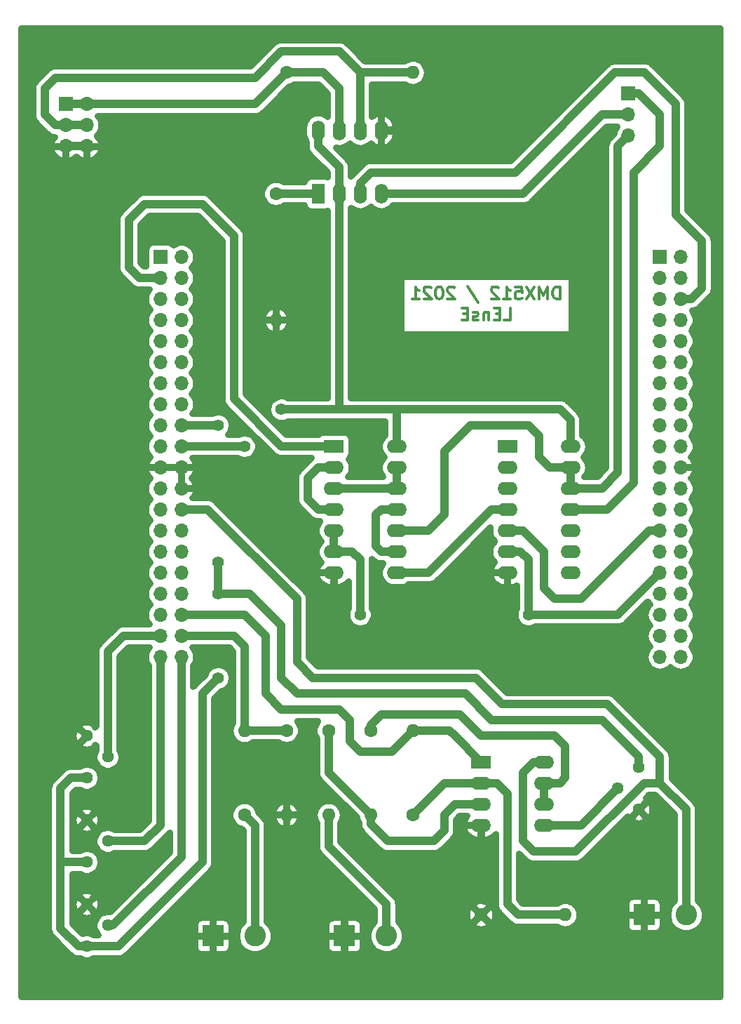
<source format=gbr>
%TF.GenerationSoftware,KiCad,Pcbnew,(5.0.1)-4*%
%TF.CreationDate,2021-03-18T16:30:47+01:00*%
%TF.ProjectId,carteDmx512,6361727465446D783531322E6B696361,rev?*%
%TF.SameCoordinates,Original*%
%TF.FileFunction,Copper,L2,Bot,Signal*%
%TF.FilePolarity,Positive*%
%FSLAX46Y46*%
G04 Gerber Fmt 4.6, Leading zero omitted, Abs format (unit mm)*
G04 Created by KiCad (PCBNEW (5.0.1)-4) date 18/03/2021 16:30:47*
%MOMM*%
%LPD*%
G01*
G04 APERTURE LIST*
%TA.AperFunction,NonConductor*%
%ADD10C,0.300000*%
%TD*%
%TA.AperFunction,ComponentPad*%
%ADD11O,2.400000X1.600000*%
%TD*%
%TA.AperFunction,ComponentPad*%
%ADD12R,2.400000X1.600000*%
%TD*%
%TA.AperFunction,ComponentPad*%
%ADD13R,1.700000X1.700000*%
%TD*%
%TA.AperFunction,ComponentPad*%
%ADD14O,1.700000X1.700000*%
%TD*%
%TA.AperFunction,ComponentPad*%
%ADD15O,1.600000X1.600000*%
%TD*%
%TA.AperFunction,ComponentPad*%
%ADD16C,1.600000*%
%TD*%
%TA.AperFunction,ComponentPad*%
%ADD17C,1.440000*%
%TD*%
%TA.AperFunction,ComponentPad*%
%ADD18R,1.600000X2.400000*%
%TD*%
%TA.AperFunction,ComponentPad*%
%ADD19O,1.600000X2.400000*%
%TD*%
%TA.AperFunction,ComponentPad*%
%ADD20R,2.600000X2.600000*%
%TD*%
%TA.AperFunction,ComponentPad*%
%ADD21C,2.600000*%
%TD*%
%TA.AperFunction,ViaPad*%
%ADD22C,1.400000*%
%TD*%
%TA.AperFunction,Conductor*%
%ADD23C,1.000000*%
%TD*%
%TA.AperFunction,Conductor*%
%ADD24C,0.800000*%
%TD*%
G04 APERTURE END LIST*
D10*
X253367857Y-78778571D02*
X253367857Y-77278571D01*
X253010714Y-77278571D01*
X252796428Y-77350000D01*
X252653571Y-77492857D01*
X252582142Y-77635714D01*
X252510714Y-77921428D01*
X252510714Y-78135714D01*
X252582142Y-78421428D01*
X252653571Y-78564285D01*
X252796428Y-78707142D01*
X253010714Y-78778571D01*
X253367857Y-78778571D01*
X251867857Y-78778571D02*
X251867857Y-77278571D01*
X251367857Y-78350000D01*
X250867857Y-77278571D01*
X250867857Y-78778571D01*
X250296428Y-77278571D02*
X249296428Y-78778571D01*
X249296428Y-77278571D02*
X250296428Y-78778571D01*
X248010714Y-77278571D02*
X248725000Y-77278571D01*
X248796428Y-77992857D01*
X248725000Y-77921428D01*
X248582142Y-77850000D01*
X248225000Y-77850000D01*
X248082142Y-77921428D01*
X248010714Y-77992857D01*
X247939285Y-78135714D01*
X247939285Y-78492857D01*
X248010714Y-78635714D01*
X248082142Y-78707142D01*
X248225000Y-78778571D01*
X248582142Y-78778571D01*
X248725000Y-78707142D01*
X248796428Y-78635714D01*
X246510714Y-78778571D02*
X247367857Y-78778571D01*
X246939285Y-78778571D02*
X246939285Y-77278571D01*
X247082142Y-77492857D01*
X247225000Y-77635714D01*
X247367857Y-77707142D01*
X245939285Y-77421428D02*
X245867857Y-77350000D01*
X245725000Y-77278571D01*
X245367857Y-77278571D01*
X245225000Y-77350000D01*
X245153571Y-77421428D01*
X245082142Y-77564285D01*
X245082142Y-77707142D01*
X245153571Y-77921428D01*
X246010714Y-78778571D01*
X245082142Y-78778571D01*
X242225000Y-77207142D02*
X243510714Y-79135714D01*
X240653571Y-77421428D02*
X240582142Y-77350000D01*
X240439285Y-77278571D01*
X240082142Y-77278571D01*
X239939285Y-77350000D01*
X239867857Y-77421428D01*
X239796428Y-77564285D01*
X239796428Y-77707142D01*
X239867857Y-77921428D01*
X240725000Y-78778571D01*
X239796428Y-78778571D01*
X238867857Y-77278571D02*
X238725000Y-77278571D01*
X238582142Y-77350000D01*
X238510714Y-77421428D01*
X238439285Y-77564285D01*
X238367857Y-77850000D01*
X238367857Y-78207142D01*
X238439285Y-78492857D01*
X238510714Y-78635714D01*
X238582142Y-78707142D01*
X238725000Y-78778571D01*
X238867857Y-78778571D01*
X239010714Y-78707142D01*
X239082142Y-78635714D01*
X239153571Y-78492857D01*
X239225000Y-78207142D01*
X239225000Y-77850000D01*
X239153571Y-77564285D01*
X239082142Y-77421428D01*
X239010714Y-77350000D01*
X238867857Y-77278571D01*
X237796428Y-77421428D02*
X237725000Y-77350000D01*
X237582142Y-77278571D01*
X237225000Y-77278571D01*
X237082142Y-77350000D01*
X237010714Y-77421428D01*
X236939285Y-77564285D01*
X236939285Y-77707142D01*
X237010714Y-77921428D01*
X237867857Y-78778571D01*
X236939285Y-78778571D01*
X235510714Y-78778571D02*
X236367857Y-78778571D01*
X235939285Y-78778571D02*
X235939285Y-77278571D01*
X236082142Y-77492857D01*
X236225000Y-77635714D01*
X236367857Y-77707142D01*
X246653571Y-81328571D02*
X247367857Y-81328571D01*
X247367857Y-79828571D01*
X246153571Y-80542857D02*
X245653571Y-80542857D01*
X245439285Y-81328571D02*
X246153571Y-81328571D01*
X246153571Y-79828571D01*
X245439285Y-79828571D01*
X244796428Y-80328571D02*
X244796428Y-81328571D01*
X244796428Y-80471428D02*
X244725000Y-80400000D01*
X244582142Y-80328571D01*
X244367857Y-80328571D01*
X244225000Y-80400000D01*
X244153571Y-80542857D01*
X244153571Y-81328571D01*
X243510714Y-81257142D02*
X243367857Y-81328571D01*
X243082142Y-81328571D01*
X242939285Y-81257142D01*
X242867857Y-81114285D01*
X242867857Y-81042857D01*
X242939285Y-80900000D01*
X243082142Y-80828571D01*
X243296428Y-80828571D01*
X243439285Y-80757142D01*
X243510714Y-80614285D01*
X243510714Y-80542857D01*
X243439285Y-80400000D01*
X243296428Y-80328571D01*
X243082142Y-80328571D01*
X242939285Y-80400000D01*
X242225000Y-80542857D02*
X241725000Y-80542857D01*
X241510714Y-81328571D02*
X242225000Y-81328571D01*
X242225000Y-79828571D01*
X241510714Y-79828571D01*
D11*
%TO.P,U1,14*%
%TO.N,5V*%
X254635000Y-96520000D03*
%TO.P,U1,7*%
%TO.N,GND*%
X247015000Y-111760000D03*
%TO.P,U1,13*%
%TO.N,Net-(J2-Pad3)*%
X254635000Y-99060000D03*
%TO.P,U1,6*%
%TO.N,start*%
X247015000Y-109220000D03*
%TO.P,U1,12*%
%TO.N,Net-(J2-Pad3)*%
X254635000Y-101600000D03*
%TO.P,U1,5*%
%TO.N,out_s*%
X247015000Y-106680000D03*
%TO.P,U1,11*%
%TO.N,Net-(J2-Pad1)*%
X254635000Y-104140000D03*
%TO.P,U1,4*%
%TO.N,Net-(U1-Pad4)*%
X247015000Y-104140000D03*
%TO.P,U1,10*%
%TO.N,N/C*%
X254635000Y-106680000D03*
%TO.P,U1,3*%
X247015000Y-101600000D03*
%TO.P,U1,9*%
X254635000Y-109220000D03*
%TO.P,U1,2*%
X247015000Y-99060000D03*
%TO.P,U1,8*%
X254635000Y-111760000D03*
D12*
%TO.P,U1,1*%
X247015000Y-96520000D03*
%TD*%
D13*
%TO.P,J4,1*%
%TO.N,Net-(J4-Pad1)*%
X205105000Y-73660000D03*
D14*
%TO.P,J4,2*%
%TO.N,Net-(J4-Pad2)*%
X207645000Y-73660000D03*
%TO.P,J4,3*%
%TO.N,TX*%
X205105000Y-76200000D03*
%TO.P,J4,4*%
%TO.N,Net-(J4-Pad4)*%
X207645000Y-76200000D03*
%TO.P,J4,5*%
%TO.N,Net-(J4-Pad5)*%
X205105000Y-78740000D03*
%TO.P,J4,6*%
%TO.N,Net-(J4-Pad6)*%
X207645000Y-78740000D03*
%TO.P,J4,7*%
%TO.N,Net-(J4-Pad7)*%
X205105000Y-81280000D03*
%TO.P,J4,8*%
%TO.N,Net-(J4-Pad8)*%
X207645000Y-81280000D03*
%TO.P,J4,9*%
%TO.N,Net-(J4-Pad9)*%
X205105000Y-83820000D03*
%TO.P,J4,10*%
%TO.N,Net-(J4-Pad10)*%
X207645000Y-83820000D03*
%TO.P,J4,11*%
%TO.N,Net-(J4-Pad11)*%
X205105000Y-86360000D03*
%TO.P,J4,12*%
%TO.N,Net-(J4-Pad12)*%
X207645000Y-86360000D03*
%TO.P,J4,13*%
%TO.N,Net-(J4-Pad13)*%
X205105000Y-88900000D03*
%TO.P,J4,14*%
%TO.N,Net-(J4-Pad14)*%
X207645000Y-88900000D03*
%TO.P,J4,15*%
%TO.N,Net-(J4-Pad15)*%
X205105000Y-91440000D03*
%TO.P,J4,16*%
%TO.N,Net-(J4-Pad16)*%
X207645000Y-91440000D03*
%TO.P,J4,17*%
%TO.N,Net-(J4-Pad17)*%
X205105000Y-93980000D03*
%TO.P,J4,18*%
%TO.N,3.3V*%
X207645000Y-93980000D03*
%TO.P,J4,19*%
%TO.N,Net-(J4-Pad19)*%
X205105000Y-96520000D03*
%TO.P,J4,20*%
%TO.N,5V*%
X207645000Y-96520000D03*
%TO.P,J4,21*%
%TO.N,GND*%
X205105000Y-99060000D03*
%TO.P,J4,22*%
X207645000Y-99060000D03*
%TO.P,J4,23*%
%TO.N,Net-(J4-Pad23)*%
X205105000Y-101600000D03*
%TO.P,J4,24*%
%TO.N,GND*%
X207645000Y-101600000D03*
%TO.P,J4,25*%
%TO.N,Net-(J4-Pad25)*%
X205105000Y-104140000D03*
%TO.P,J4,26*%
%TO.N,Vinput*%
X207645000Y-104140000D03*
%TO.P,J4,27*%
%TO.N,Net-(J4-Pad27)*%
X205105000Y-106680000D03*
%TO.P,J4,28*%
%TO.N,Net-(J4-Pad28)*%
X207645000Y-106680000D03*
%TO.P,J4,29*%
%TO.N,Net-(J4-Pad29)*%
X205105000Y-109220000D03*
%TO.P,J4,30*%
%TO.N,Net-(J4-Pad30)*%
X207645000Y-109220000D03*
%TO.P,J4,31*%
%TO.N,Net-(J4-Pad31)*%
X205105000Y-111760000D03*
%TO.P,J4,32*%
%TO.N,Net-(J4-Pad32)*%
X207645000Y-111760000D03*
%TO.P,J4,33*%
%TO.N,Net-(J4-Pad33)*%
X205105000Y-114300000D03*
%TO.P,J4,34*%
%TO.N,Net-(J4-Pad34)*%
X207645000Y-114300000D03*
%TO.P,J4,35*%
%TO.N,Net-(J4-Pad35)*%
X205105000Y-116840000D03*
%TO.P,J4,36*%
%TO.N,PitchIn_Adapt*%
X207645000Y-116840000D03*
%TO.P,J4,37*%
%TO.N,AnInG*%
X205105000Y-119380000D03*
%TO.P,J4,38*%
%TO.N,VolumeIn_Adapt*%
X207645000Y-119380000D03*
%TO.P,J4,39*%
%TO.N,AnInB*%
X205105000Y-121920000D03*
%TO.P,J4,40*%
%TO.N,AnInR*%
X207645000Y-121920000D03*
%TD*%
%TO.P,J5,40*%
%TO.N,Net-(J5-Pad40)*%
X267970000Y-121920000D03*
%TO.P,J5,39*%
%TO.N,Net-(J5-Pad39)*%
X265430000Y-121920000D03*
%TO.P,J5,38*%
%TO.N,Net-(J5-Pad38)*%
X267970000Y-119380000D03*
%TO.P,J5,37*%
%TO.N,Net-(J5-Pad37)*%
X265430000Y-119380000D03*
%TO.P,J5,36*%
%TO.N,Net-(J5-Pad36)*%
X267970000Y-116840000D03*
%TO.P,J5,35*%
%TO.N,Net-(J5-Pad35)*%
X265430000Y-116840000D03*
%TO.P,J5,34*%
%TO.N,Net-(J5-Pad34)*%
X267970000Y-114300000D03*
%TO.P,J5,33*%
%TO.N,Net-(J5-Pad33)*%
X265430000Y-114300000D03*
%TO.P,J5,32*%
%TO.N,Net-(J5-Pad32)*%
X267970000Y-111760000D03*
%TO.P,J5,31*%
%TO.N,start*%
X265430000Y-111760000D03*
%TO.P,J5,30*%
%TO.N,Net-(J5-Pad30)*%
X267970000Y-109220000D03*
%TO.P,J5,29*%
%TO.N,Net-(J5-Pad29)*%
X265430000Y-109220000D03*
%TO.P,J5,28*%
%TO.N,Net-(J5-Pad28)*%
X267970000Y-106680000D03*
%TO.P,J5,27*%
%TO.N,out_s*%
X265430000Y-106680000D03*
%TO.P,J5,26*%
%TO.N,Net-(J5-Pad26)*%
X267970000Y-104140000D03*
%TO.P,J5,25*%
%TO.N,Net-(J5-Pad25)*%
X265430000Y-104140000D03*
%TO.P,J5,24*%
%TO.N,Net-(J5-Pad24)*%
X267970000Y-101600000D03*
%TO.P,J5,23*%
%TO.N,Net-(J5-Pad23)*%
X265430000Y-101600000D03*
%TO.P,J5,22*%
%TO.N,GND*%
X267970000Y-99060000D03*
%TO.P,J5,21*%
%TO.N,Net-(J5-Pad21)*%
X265430000Y-99060000D03*
%TO.P,J5,20*%
%TO.N,Net-(J5-Pad20)*%
X267970000Y-96520000D03*
%TO.P,J5,19*%
%TO.N,Net-(J5-Pad19)*%
X265430000Y-96520000D03*
%TO.P,J5,18*%
%TO.N,Net-(J5-Pad18)*%
X267970000Y-93980000D03*
%TO.P,J5,17*%
%TO.N,Net-(J5-Pad17)*%
X265430000Y-93980000D03*
%TO.P,J5,16*%
%TO.N,Net-(J5-Pad16)*%
X267970000Y-91440000D03*
%TO.P,J5,15*%
%TO.N,Net-(J5-Pad15)*%
X265430000Y-91440000D03*
%TO.P,J5,14*%
%TO.N,Net-(J5-Pad14)*%
X267970000Y-88900000D03*
%TO.P,J5,13*%
%TO.N,Net-(J5-Pad13)*%
X265430000Y-88900000D03*
%TO.P,J5,12*%
%TO.N,Net-(J5-Pad12)*%
X267970000Y-86360000D03*
%TO.P,J5,11*%
%TO.N,Net-(J5-Pad11)*%
X265430000Y-86360000D03*
%TO.P,J5,10*%
%TO.N,Net-(J5-Pad10)*%
X267970000Y-83820000D03*
%TO.P,J5,9*%
%TO.N,Net-(J5-Pad9)*%
X265430000Y-83820000D03*
%TO.P,J5,8*%
%TO.N,Net-(J5-Pad8)*%
X267970000Y-81280000D03*
%TO.P,J5,7*%
%TO.N,Net-(J5-Pad7)*%
X265430000Y-81280000D03*
%TO.P,J5,6*%
%TO.N,enable*%
X267970000Y-78740000D03*
%TO.P,J5,5*%
%TO.N,Net-(J5-Pad5)*%
X265430000Y-78740000D03*
%TO.P,J5,4*%
%TO.N,Net-(J5-Pad4)*%
X267970000Y-76200000D03*
%TO.P,J5,3*%
%TO.N,Net-(J5-Pad3)*%
X265430000Y-76200000D03*
%TO.P,J5,2*%
%TO.N,Net-(J5-Pad2)*%
X267970000Y-73660000D03*
D13*
%TO.P,J5,1*%
%TO.N,Net-(J5-Pad1)*%
X265430000Y-73660000D03*
%TD*%
%TO.P,J3,1*%
%TO.N,Net-(J3-Pad1)*%
X193675000Y-55245000D03*
D14*
%TO.P,J3,2*%
X196215000Y-55245000D03*
%TO.P,J3,3*%
%TO.N,Net-(J3-Pad3)*%
X193675000Y-57785000D03*
%TO.P,J3,4*%
X196215000Y-57785000D03*
%TO.P,J3,5*%
%TO.N,GND*%
X193675000Y-60325000D03*
%TO.P,J3,6*%
X196215000Y-60325000D03*
%TD*%
D15*
%TO.P,R1,2*%
%TO.N,Net-(J3-Pad3)*%
X235585000Y-51435000D03*
D16*
%TO.P,R1,1*%
%TO.N,Net-(J3-Pad1)*%
X220345000Y-51435000D03*
%TD*%
%TO.P,R2,1*%
%TO.N,Net-(R2-Pad1)*%
X219075000Y-66040000D03*
D15*
%TO.P,R2,2*%
%TO.N,GND*%
X219075000Y-81280000D03*
%TD*%
D17*
%TO.P,RV1,1*%
%TO.N,3.3V*%
X196215000Y-156845000D03*
%TO.P,RV1,2*%
%TO.N,AnInR*%
X198755000Y-154305000D03*
%TO.P,RV1,3*%
%TO.N,GND*%
X196215000Y-151765000D03*
%TD*%
%TO.P,RV2,3*%
%TO.N,GND*%
X196215000Y-131445000D03*
%TO.P,RV2,2*%
%TO.N,AnInG*%
X198755000Y-133985000D03*
%TO.P,RV2,1*%
%TO.N,3.3V*%
X196215000Y-136525000D03*
%TD*%
%TO.P,RV3,3*%
%TO.N,GND*%
X196215000Y-141605000D03*
%TO.P,RV3,2*%
%TO.N,AnInB*%
X198755000Y-144145000D03*
%TO.P,RV3,1*%
%TO.N,3.3V*%
X196215000Y-146685000D03*
%TD*%
D18*
%TO.P,U3,1*%
%TO.N,Net-(R2-Pad1)*%
X224155000Y-66040000D03*
D19*
%TO.P,U3,5*%
%TO.N,GND*%
X231775000Y-58420000D03*
%TO.P,U3,2*%
%TO.N,5V*%
X226695000Y-66040000D03*
%TO.P,U3,6*%
%TO.N,Net-(J3-Pad3)*%
X229235000Y-58420000D03*
%TO.P,U3,3*%
%TO.N,enable*%
X229235000Y-66040000D03*
%TO.P,U3,7*%
%TO.N,Net-(J3-Pad1)*%
X226695000Y-58420000D03*
%TO.P,U3,4*%
%TO.N,DMX_TX*%
X231775000Y-66040000D03*
%TO.P,U3,8*%
%TO.N,5V*%
X224155000Y-58420000D03*
%TD*%
D20*
%TO.P,J6,1*%
%TO.N,GND*%
X263525000Y-153035000D03*
D21*
%TO.P,J6,2*%
%TO.N,Vinput*%
X268605000Y-153035000D03*
%TD*%
D13*
%TO.P,J2,1*%
%TO.N,Net-(J2-Pad1)*%
X261620000Y-53975000D03*
D14*
%TO.P,J2,2*%
%TO.N,DMX_TX*%
X261620000Y-56515000D03*
%TO.P,J2,3*%
%TO.N,Net-(J2-Pad3)*%
X261620000Y-59055000D03*
%TD*%
D12*
%TO.P,U2,1*%
%TO.N,TX*%
X226060000Y-96520000D03*
D11*
%TO.P,U2,8*%
%TO.N,Net-(U1-Pad4)*%
X233680000Y-111760000D03*
%TO.P,U2,2*%
%TO.N,notstart*%
X226060000Y-99060000D03*
%TO.P,U2,9*%
%TO.N,Net-(U2-Pad11)*%
X233680000Y-109220000D03*
%TO.P,U2,3*%
%TO.N,Net-(U2-Pad12)*%
X226060000Y-101600000D03*
%TO.P,U2,10*%
%TO.N,Net-(J2-Pad3)*%
X233680000Y-106680000D03*
%TO.P,U2,4*%
%TO.N,notstart*%
X226060000Y-104140000D03*
%TO.P,U2,11*%
%TO.N,Net-(U2-Pad11)*%
X233680000Y-104140000D03*
%TO.P,U2,5*%
%TO.N,start*%
X226060000Y-106680000D03*
%TO.P,U2,12*%
%TO.N,Net-(U2-Pad12)*%
X233680000Y-101600000D03*
%TO.P,U2,6*%
%TO.N,start*%
X226060000Y-109220000D03*
%TO.P,U2,13*%
%TO.N,Net-(U2-Pad12)*%
X233680000Y-99060000D03*
%TO.P,U2,7*%
%TO.N,GND*%
X226060000Y-111760000D03*
%TO.P,U2,14*%
%TO.N,5V*%
X233680000Y-96520000D03*
%TD*%
D20*
%TO.P,J7,1*%
%TO.N,GND*%
X211455000Y-155575000D03*
D21*
%TO.P,J7,2*%
%TO.N,VolumeIn*%
X216535000Y-155575000D03*
%TD*%
D15*
%TO.P,R3,2*%
%TO.N,VolumeIn_Adapt*%
X215265000Y-130810000D03*
D16*
%TO.P,R3,1*%
%TO.N,VolumeIn*%
X215265000Y-140970000D03*
%TD*%
%TO.P,R4,1*%
%TO.N,VolumeIn_Adapt*%
X220345000Y-130810000D03*
D15*
%TO.P,R4,2*%
%TO.N,GND*%
X220345000Y-140970000D03*
%TD*%
%TO.P,R5,2*%
%TO.N,PitchIn*%
X225425000Y-140970000D03*
D16*
%TO.P,R5,1*%
%TO.N,Net-(R5-Pad1)*%
X225425000Y-130810000D03*
%TD*%
%TO.P,R6,1*%
%TO.N,PitchDC*%
X230505000Y-130810000D03*
D15*
%TO.P,R6,2*%
%TO.N,Net-(R5-Pad1)*%
X230505000Y-140970000D03*
%TD*%
D16*
%TO.P,R7,1*%
%TO.N,GND*%
X243840000Y-153035000D03*
D15*
%TO.P,R7,2*%
%TO.N,Net-(R7-Pad2)*%
X254000000Y-153035000D03*
%TD*%
%TO.P,R8,2*%
%TO.N,PitchIn_Adapt*%
X235585000Y-130810000D03*
D16*
%TO.P,R8,1*%
%TO.N,Net-(R7-Pad2)*%
X235585000Y-140970000D03*
%TD*%
D12*
%TO.P,U4,1*%
%TO.N,PitchIn_Adapt*%
X243840000Y-134620000D03*
D11*
%TO.P,U4,5*%
%TO.N,Net-(RV4-Pad2)*%
X251460000Y-142240000D03*
%TO.P,U4,2*%
%TO.N,Net-(R7-Pad2)*%
X243840000Y-137160000D03*
%TO.P,U4,6*%
%TO.N,PitchDC*%
X251460000Y-139700000D03*
%TO.P,U4,3*%
%TO.N,Net-(R5-Pad1)*%
X243840000Y-139700000D03*
%TO.P,U4,7*%
%TO.N,PitchDC*%
X251460000Y-137160000D03*
%TO.P,U4,4*%
%TO.N,GND*%
X243840000Y-142240000D03*
%TO.P,U4,8*%
%TO.N,Vinput*%
X251460000Y-134620000D03*
%TD*%
D20*
%TO.P,J1,1*%
%TO.N,GND*%
X227330000Y-155575000D03*
D21*
%TO.P,J1,2*%
%TO.N,PitchIn*%
X232410000Y-155575000D03*
%TD*%
D17*
%TO.P,RV4,3*%
%TO.N,GND*%
X262890000Y-140335000D03*
%TO.P,RV4,2*%
%TO.N,Net-(RV4-Pad2)*%
X260350000Y-137795000D03*
%TO.P,RV4,1*%
%TO.N,3.3V*%
X262890000Y-135255000D03*
%TD*%
D22*
%TO.N,start*%
X249555000Y-116840000D03*
X229235000Y-116840000D03*
%TO.N,GND*%
X238125000Y-58420000D03*
X238125000Y-69215000D03*
%TO.N,5V*%
X219710000Y-92075000D03*
X215264996Y-96520000D03*
%TO.N,3.3V*%
X212089998Y-93980002D03*
X212090000Y-124460000D03*
X212089998Y-114300000D03*
X212089998Y-110490000D03*
%TD*%
D23*
%TO.N,AnInB*%
X205105000Y-142240000D02*
X205105000Y-121920000D01*
X198755000Y-144145000D02*
X203200000Y-144145000D01*
X203200000Y-144145000D02*
X205105000Y-142240000D01*
%TO.N,AnInG*%
X198755000Y-133985000D02*
X198755000Y-121285000D01*
X200660000Y-119380000D02*
X205105000Y-119380000D01*
X198755000Y-121285000D02*
X200660000Y-119380000D01*
%TO.N,AnInR*%
X207645000Y-146050000D02*
X207645000Y-121920000D01*
X198755000Y-154305000D02*
X199390000Y-154305000D01*
X199390000Y-154305000D02*
X207645000Y-146050000D01*
%TO.N,out_s*%
X255905000Y-114935000D02*
X264160000Y-106680000D01*
X251460000Y-113665000D02*
X252730000Y-114935000D01*
X264160000Y-106680000D02*
X265430000Y-106680000D01*
X248920000Y-106680000D02*
X251460000Y-109220000D01*
X247015000Y-106680000D02*
X248920000Y-106680000D01*
X251460000Y-109220000D02*
X251460000Y-113665000D01*
X252730000Y-114935000D02*
X255905000Y-114935000D01*
%TO.N,start*%
X265430000Y-111760000D02*
X260350000Y-116840000D01*
X260350000Y-116840000D02*
X249555000Y-116840000D01*
X249555000Y-110195000D02*
X249555000Y-116840000D01*
X247015000Y-109220000D02*
X248580000Y-109220000D01*
X248580000Y-109220000D02*
X249555000Y-110195000D01*
X226060000Y-106680000D02*
X226060000Y-109220000D01*
X226060000Y-109220000D02*
X228260000Y-109220000D01*
X228260000Y-109220000D02*
X229235000Y-110195000D01*
X229235000Y-110195000D02*
X229235000Y-116840000D01*
%TO.N,enable*%
X247967500Y-63500000D02*
X230505000Y-63500000D01*
X230505000Y-63500000D02*
X229235000Y-64770000D01*
X260032500Y-51435000D02*
X247967500Y-63500000D01*
X263525000Y-51435000D02*
X260032500Y-51435000D01*
X269240000Y-78740000D02*
X270510000Y-77470000D01*
X267970000Y-78740000D02*
X269240000Y-78740000D01*
X270510000Y-77470000D02*
X270510000Y-71755000D01*
X270510000Y-71755000D02*
X267335000Y-68580000D01*
X267335000Y-68580000D02*
X267335000Y-55245000D01*
X229235000Y-64770000D02*
X229235000Y-66040000D01*
X267335000Y-55245000D02*
X263525000Y-51435000D01*
%TO.N,TX*%
X219710000Y-96520000D02*
X226060000Y-96520000D01*
X213995000Y-71120000D02*
X213995000Y-90805000D01*
X210185000Y-67310000D02*
X213995000Y-71120000D01*
X202565000Y-76200000D02*
X201295000Y-74930000D01*
X205105000Y-76200000D02*
X202565000Y-76200000D01*
X213995000Y-90805000D02*
X219710000Y-96520000D01*
X201295000Y-74930000D02*
X201295000Y-69215000D01*
X201295000Y-69215000D02*
X203200000Y-67310000D01*
X203200000Y-67310000D02*
X210185000Y-67310000D01*
%TO.N,GND*%
X193675000Y-60325000D02*
X196215000Y-60325000D01*
X231775000Y-58420000D02*
X238125000Y-58420000D01*
%TO.N,5V*%
X224155000Y-58420000D02*
X224155000Y-60325000D01*
X224155000Y-60325000D02*
X226695000Y-62865000D01*
X226695000Y-62865000D02*
X226695000Y-66040000D01*
X207645000Y-96520000D02*
X215264996Y-96520000D01*
X254635000Y-93345000D02*
X254635000Y-96520000D01*
X253365000Y-92075000D02*
X254635000Y-93345000D01*
X226695000Y-66040000D02*
X226695000Y-92075000D01*
X231140000Y-92075000D02*
X226695000Y-92075000D01*
X226695000Y-92075000D02*
X219710000Y-92075000D01*
X233680000Y-96520000D02*
X233680000Y-92075000D01*
X231140000Y-92075000D02*
X233680000Y-92075000D01*
X233680000Y-92075000D02*
X253365000Y-92075000D01*
%TO.N,3.3V*%
X212089996Y-93980000D02*
X212089998Y-93980002D01*
X211455000Y-93980000D02*
X212089996Y-93980000D01*
X207645000Y-93980000D02*
X211455000Y-93980000D01*
X195196767Y-156845000D02*
X193040000Y-154688233D01*
X196215000Y-156845000D02*
X195196767Y-156845000D01*
X193040000Y-137795000D02*
X194310000Y-136525000D01*
X194310000Y-136525000D02*
X196215000Y-136525000D01*
X196215000Y-146685000D02*
X193040000Y-146685000D01*
X193040000Y-154688233D02*
X193040000Y-146685000D01*
X193040000Y-146685000D02*
X193040000Y-137795000D01*
X200025000Y-156845000D02*
X196215000Y-156845000D01*
X210185000Y-146685000D02*
X200025000Y-156845000D01*
X212090000Y-124460000D02*
X210185000Y-126365000D01*
X210185000Y-126365000D02*
X210185000Y-146685000D01*
X212089998Y-110490000D02*
X212089998Y-114300000D01*
X262890000Y-133985000D02*
X262890000Y-135255000D01*
X258445000Y-129540000D02*
X262890000Y-133985000D01*
X245110000Y-129540000D02*
X258445000Y-129540000D01*
X215900000Y-114300000D02*
X219710000Y-118110000D01*
X212089998Y-114300000D02*
X215900000Y-114300000D01*
X219710000Y-118110000D02*
X219710000Y-124460000D01*
X221615000Y-126365000D02*
X241935000Y-126365000D01*
X219710000Y-124460000D02*
X221615000Y-126365000D01*
X241935000Y-126365000D02*
X245110000Y-129540000D01*
%TO.N,Net-(J2-Pad3)*%
X254635000Y-101600000D02*
X254635000Y-99060000D01*
X252095000Y-99060000D02*
X254635000Y-99060000D01*
X250825000Y-97790000D02*
X252095000Y-99060000D01*
X249555000Y-93980000D02*
X250825000Y-95250000D01*
X237490000Y-106680000D02*
X239395000Y-104775000D01*
X250825000Y-95250000D02*
X250825000Y-97790000D01*
X239395000Y-104775000D02*
X239395000Y-97155000D01*
X233680000Y-106680000D02*
X237490000Y-106680000D01*
X239395000Y-97155000D02*
X242570000Y-93980000D01*
X242570000Y-93980000D02*
X249555000Y-93980000D01*
X260350000Y-60325000D02*
X261620000Y-59055000D01*
X260350000Y-99695000D02*
X260350000Y-60325000D01*
X254635000Y-101600000D02*
X258445000Y-101600000D01*
X258445000Y-101600000D02*
X260350000Y-99695000D01*
%TO.N,DMX_TX*%
X258445000Y-56515000D02*
X261620000Y-56515000D01*
X231775000Y-66040000D02*
X248920000Y-66040000D01*
X248920000Y-66040000D02*
X258445000Y-56515000D01*
%TO.N,Net-(J2-Pad1)*%
X265430000Y-56515000D02*
X262890000Y-53975000D01*
X259080000Y-104140000D02*
X262255000Y-100965000D01*
X262890000Y-53975000D02*
X261620000Y-53975000D01*
X262255000Y-63500000D02*
X265430000Y-60325000D01*
X254635000Y-104140000D02*
X259080000Y-104140000D01*
X262255000Y-100965000D02*
X262255000Y-63500000D01*
X265430000Y-60325000D02*
X265430000Y-56515000D01*
%TO.N,Net-(J3-Pad3)*%
X193675000Y-57785000D02*
X196215000Y-57785000D01*
X231140000Y-51435000D02*
X235585000Y-51435000D01*
X229235000Y-51435000D02*
X231140000Y-51435000D01*
X229235000Y-58420000D02*
X229235000Y-51435000D01*
X219710000Y-48895000D02*
X226695000Y-48895000D01*
X192405000Y-57785000D02*
X191135000Y-56515000D01*
X226695000Y-48895000D02*
X229235000Y-51435000D01*
X191135000Y-56515000D02*
X191135000Y-53340000D01*
X193675000Y-57785000D02*
X192405000Y-57785000D01*
X191135000Y-53340000D02*
X192405000Y-52070000D01*
X216535000Y-52070000D02*
X219710000Y-48895000D01*
X192405000Y-52070000D02*
X216535000Y-52070000D01*
%TO.N,Net-(J3-Pad1)*%
X193675000Y-55245000D02*
X196215000Y-55245000D01*
X216535000Y-55245000D02*
X220345000Y-51435000D01*
X196215000Y-55245000D02*
X216535000Y-55245000D01*
X220345000Y-51435000D02*
X224790000Y-51435000D01*
X226695000Y-53340000D02*
X226695000Y-58420000D01*
X224790000Y-51435000D02*
X226695000Y-53340000D01*
%TO.N,Net-(R2-Pad1)*%
X219075000Y-66040000D02*
X224155000Y-66040000D01*
%TO.N,notstart*%
X224155000Y-99060000D02*
X226060000Y-99060000D01*
X222885000Y-100330000D02*
X224155000Y-99060000D01*
X222885000Y-102870000D02*
X222885000Y-100330000D01*
X226060000Y-104140000D02*
X224155000Y-104140000D01*
X224155000Y-104140000D02*
X222885000Y-102870000D01*
%TO.N,Net-(U1-Pad4)*%
X233680000Y-111760000D02*
X237490000Y-111760000D01*
X245110000Y-104140000D02*
X247015000Y-104140000D01*
X237490000Y-111760000D02*
X245110000Y-104140000D01*
%TO.N,Vinput*%
X251460000Y-134620000D02*
X250190000Y-134620000D01*
X250190000Y-134620000D02*
X248920000Y-135890000D01*
X250190000Y-145415000D02*
X248920000Y-144145000D01*
X248920000Y-135890000D02*
X248920000Y-144145000D01*
X265430000Y-137160000D02*
X263525000Y-137160000D01*
X263525000Y-137160000D02*
X255270000Y-145415000D01*
X255270000Y-145415000D02*
X250190000Y-145415000D01*
X268605000Y-140335000D02*
X265430000Y-137160000D01*
X268605000Y-153035000D02*
X268605000Y-140335000D01*
X208280000Y-104140000D02*
X207645000Y-104140000D01*
X221615000Y-114935000D02*
X210820000Y-104140000D01*
X265430000Y-133985000D02*
X259080000Y-127635000D01*
X210820000Y-104140000D02*
X208280000Y-104140000D01*
X265430000Y-137160000D02*
X265430000Y-133985000D01*
X259080000Y-127635000D02*
X246380000Y-127635000D01*
X221615000Y-122555000D02*
X221615000Y-114935000D01*
X246380000Y-127635000D02*
X243205000Y-124460000D01*
X243205000Y-124460000D02*
X223520000Y-124460000D01*
X223520000Y-124460000D02*
X221615000Y-122555000D01*
%TO.N,Net-(U2-Pad11)*%
X233680000Y-109220000D02*
X231775000Y-109220000D01*
X231775000Y-109220000D02*
X231140000Y-108585000D01*
X231140000Y-108585000D02*
X231140000Y-104775000D01*
X231775000Y-104140000D02*
X233680000Y-104140000D01*
X231140000Y-104775000D02*
X231775000Y-104140000D01*
%TO.N,Net-(U2-Pad12)*%
X226060000Y-101600000D02*
X233680000Y-101600000D01*
X233680000Y-101600000D02*
X233680000Y-99060000D01*
%TO.N,PitchIn*%
X225425000Y-144780000D02*
X225425000Y-140970000D01*
X232410000Y-155575000D02*
X232410000Y-151765000D01*
X232410000Y-151765000D02*
X225425000Y-144780000D01*
%TO.N,VolumeIn_Adapt*%
X215265000Y-130810000D02*
X220345000Y-130810000D01*
X207645000Y-119380000D02*
X213995000Y-119380000D01*
X213995000Y-119380000D02*
X215265000Y-120650000D01*
X215265000Y-120650000D02*
X215265000Y-130810000D01*
%TO.N,PitchIn_Adapt*%
X243840000Y-134620000D02*
X240665000Y-131445000D01*
X240030000Y-130810000D02*
X240665000Y-131445000D01*
X235585000Y-130810000D02*
X240030000Y-130810000D01*
X229235000Y-133350000D02*
X233045000Y-133350000D01*
X227965000Y-132080000D02*
X229235000Y-133350000D01*
X215265000Y-116840000D02*
X217805000Y-119380000D01*
X227965000Y-129540000D02*
X227965000Y-132080000D01*
X207645000Y-116840000D02*
X215265000Y-116840000D01*
X217805000Y-119380000D02*
X217805000Y-126365000D01*
X217805000Y-126365000D02*
X219710000Y-128270000D01*
X219710000Y-128270000D02*
X226695000Y-128270000D01*
X233045000Y-133350000D02*
X235585000Y-130810000D01*
X226695000Y-128270000D02*
X227965000Y-129540000D01*
%TO.N,VolumeIn*%
X216535000Y-142240000D02*
X215265000Y-140970000D01*
X216535000Y-155575000D02*
X216535000Y-142240000D01*
%TO.N,Net-(R5-Pad1)*%
X225425000Y-135890000D02*
X230505000Y-140970000D01*
X225425000Y-130810000D02*
X225425000Y-135890000D01*
X230505000Y-142101370D02*
X232548630Y-144145000D01*
X230505000Y-140970000D02*
X230505000Y-142101370D01*
X232548630Y-144145000D02*
X238125000Y-144145000D01*
X238125000Y-144145000D02*
X239395000Y-142875000D01*
X239395000Y-142875000D02*
X239395000Y-140970000D01*
X240665000Y-139700000D02*
X243840000Y-139700000D01*
X239395000Y-140970000D02*
X240665000Y-139700000D01*
%TO.N,PitchDC*%
X251460000Y-137160000D02*
X251460000Y-139700000D01*
X253365000Y-137160000D02*
X251460000Y-137160000D01*
X254000000Y-132715000D02*
X254000000Y-136525000D01*
X254000000Y-136525000D02*
X253365000Y-137160000D01*
X230505000Y-130175000D02*
X231775000Y-128905000D01*
X230505000Y-130810000D02*
X230505000Y-130175000D01*
X231775000Y-128905000D02*
X241300000Y-128905000D01*
X241300000Y-128905000D02*
X243840000Y-131445000D01*
X243840000Y-131445000D02*
X252730000Y-131445000D01*
X252730000Y-131445000D02*
X254000000Y-132715000D01*
%TO.N,Net-(R7-Pad2)*%
X239395000Y-137160000D02*
X243840000Y-137160000D01*
X235585000Y-140970000D02*
X239395000Y-137160000D01*
X248285000Y-153035000D02*
X254000000Y-153035000D01*
X247015000Y-151765000D02*
X248285000Y-153035000D01*
X247015000Y-138430000D02*
X247015000Y-151765000D01*
X243840000Y-137160000D02*
X245745000Y-137160000D01*
X245745000Y-137160000D02*
X247015000Y-138430000D01*
%TO.N,Net-(RV4-Pad2)*%
X255905000Y-142240000D02*
X260350000Y-137795000D01*
X251460000Y-142240000D02*
X255905000Y-142240000D01*
%TD*%
D24*
%TO.N,GND*%
G36*
X272727001Y-162872000D02*
X188283000Y-162872000D01*
X188283000Y-146685000D01*
X191625188Y-146685000D01*
X191632001Y-146754174D01*
X191632000Y-154619079D01*
X191625189Y-154688233D01*
X191632000Y-154757387D01*
X191632000Y-154757396D01*
X191652373Y-154964248D01*
X191732884Y-155229657D01*
X191769414Y-155298000D01*
X191863627Y-155474260D01*
X191995488Y-155634933D01*
X191995491Y-155634936D01*
X192039577Y-155688655D01*
X192093297Y-155732742D01*
X194152258Y-157791704D01*
X194196344Y-157845423D01*
X194250063Y-157889509D01*
X194250066Y-157889512D01*
X194410739Y-158021373D01*
X194541482Y-158091256D01*
X194655342Y-158152116D01*
X194920751Y-158232627D01*
X195127603Y-158253000D01*
X195127612Y-158253000D01*
X195196766Y-158259811D01*
X195265920Y-158253000D01*
X195391898Y-158253000D01*
X195443853Y-158287715D01*
X195740130Y-158410437D01*
X196054656Y-158473000D01*
X196375344Y-158473000D01*
X196689870Y-158410437D01*
X196986147Y-158287715D01*
X197038102Y-158253000D01*
X199955846Y-158253000D01*
X200025000Y-158259811D01*
X200094154Y-158253000D01*
X200094164Y-158253000D01*
X200301016Y-158232627D01*
X200566425Y-158152116D01*
X200811027Y-158021373D01*
X201025423Y-157845423D01*
X201069513Y-157791699D01*
X203009212Y-155852000D01*
X209247000Y-155852000D01*
X209247000Y-156964430D01*
X209281894Y-157139854D01*
X209350341Y-157305099D01*
X209449710Y-157453816D01*
X209576184Y-157580290D01*
X209724901Y-157679659D01*
X209890146Y-157748106D01*
X210065570Y-157783000D01*
X211178000Y-157783000D01*
X211405000Y-157556000D01*
X211405000Y-155625000D01*
X211505000Y-155625000D01*
X211505000Y-157556000D01*
X211732000Y-157783000D01*
X212844430Y-157783000D01*
X213019854Y-157748106D01*
X213185099Y-157679659D01*
X213333816Y-157580290D01*
X213460290Y-157453816D01*
X213559659Y-157305099D01*
X213628106Y-157139854D01*
X213663000Y-156964430D01*
X213663000Y-155852000D01*
X213436000Y-155625000D01*
X211505000Y-155625000D01*
X211405000Y-155625000D01*
X209474000Y-155625000D01*
X209247000Y-155852000D01*
X203009212Y-155852000D01*
X204675642Y-154185570D01*
X209247000Y-154185570D01*
X209247000Y-155298000D01*
X209474000Y-155525000D01*
X211405000Y-155525000D01*
X211405000Y-153594000D01*
X211505000Y-153594000D01*
X211505000Y-155525000D01*
X213436000Y-155525000D01*
X213663000Y-155298000D01*
X213663000Y-154185570D01*
X213628106Y-154010146D01*
X213559659Y-153844901D01*
X213460290Y-153696184D01*
X213333816Y-153569710D01*
X213185099Y-153470341D01*
X213019854Y-153401894D01*
X212844430Y-153367000D01*
X211732000Y-153367000D01*
X211505000Y-153594000D01*
X211405000Y-153594000D01*
X211178000Y-153367000D01*
X210065570Y-153367000D01*
X209890146Y-153401894D01*
X209724901Y-153470341D01*
X209576184Y-153569710D01*
X209449710Y-153696184D01*
X209350341Y-153844901D01*
X209281894Y-154010146D01*
X209247000Y-154185570D01*
X204675642Y-154185570D01*
X211131699Y-147729513D01*
X211185423Y-147685423D01*
X211261608Y-147592591D01*
X211361373Y-147471028D01*
X211492116Y-147226426D01*
X211516538Y-147145915D01*
X211572627Y-146961016D01*
X211593000Y-146754164D01*
X211593000Y-146754154D01*
X211599811Y-146685000D01*
X211593000Y-146615846D01*
X211593000Y-140801777D01*
X213557000Y-140801777D01*
X213557000Y-141138223D01*
X213622638Y-141468205D01*
X213751390Y-141779041D01*
X213938310Y-142058786D01*
X214176214Y-142296690D01*
X214455959Y-142483610D01*
X214766795Y-142612362D01*
X214953235Y-142649447D01*
X215127001Y-142823214D01*
X215127000Y-153860416D01*
X214819934Y-154167482D01*
X214578295Y-154529120D01*
X214411852Y-154930950D01*
X214327000Y-155357531D01*
X214327000Y-155792469D01*
X214411852Y-156219050D01*
X214578295Y-156620880D01*
X214819934Y-156982518D01*
X215127482Y-157290066D01*
X215489120Y-157531705D01*
X215890950Y-157698148D01*
X216317531Y-157783000D01*
X216752469Y-157783000D01*
X217179050Y-157698148D01*
X217580880Y-157531705D01*
X217942518Y-157290066D01*
X218250066Y-156982518D01*
X218491705Y-156620880D01*
X218658148Y-156219050D01*
X218731158Y-155852000D01*
X225122000Y-155852000D01*
X225122000Y-156964430D01*
X225156894Y-157139854D01*
X225225341Y-157305099D01*
X225324710Y-157453816D01*
X225451184Y-157580290D01*
X225599901Y-157679659D01*
X225765146Y-157748106D01*
X225940570Y-157783000D01*
X227053000Y-157783000D01*
X227280000Y-157556000D01*
X227280000Y-155625000D01*
X227380000Y-155625000D01*
X227380000Y-157556000D01*
X227607000Y-157783000D01*
X228719430Y-157783000D01*
X228894854Y-157748106D01*
X229060099Y-157679659D01*
X229208816Y-157580290D01*
X229335290Y-157453816D01*
X229434659Y-157305099D01*
X229503106Y-157139854D01*
X229538000Y-156964430D01*
X229538000Y-155852000D01*
X229311000Y-155625000D01*
X227380000Y-155625000D01*
X227280000Y-155625000D01*
X225349000Y-155625000D01*
X225122000Y-155852000D01*
X218731158Y-155852000D01*
X218743000Y-155792469D01*
X218743000Y-155357531D01*
X218658148Y-154930950D01*
X218491705Y-154529120D01*
X218262153Y-154185570D01*
X225122000Y-154185570D01*
X225122000Y-155298000D01*
X225349000Y-155525000D01*
X227280000Y-155525000D01*
X227280000Y-153594000D01*
X227380000Y-153594000D01*
X227380000Y-155525000D01*
X229311000Y-155525000D01*
X229538000Y-155298000D01*
X229538000Y-154185570D01*
X229503106Y-154010146D01*
X229434659Y-153844901D01*
X229335290Y-153696184D01*
X229208816Y-153569710D01*
X229060099Y-153470341D01*
X228894854Y-153401894D01*
X228719430Y-153367000D01*
X227607000Y-153367000D01*
X227380000Y-153594000D01*
X227280000Y-153594000D01*
X227053000Y-153367000D01*
X225940570Y-153367000D01*
X225765146Y-153401894D01*
X225599901Y-153470341D01*
X225451184Y-153569710D01*
X225324710Y-153696184D01*
X225225341Y-153844901D01*
X225156894Y-154010146D01*
X225122000Y-154185570D01*
X218262153Y-154185570D01*
X218250066Y-154167482D01*
X217943000Y-153860416D01*
X217943000Y-142309153D01*
X217949811Y-142239999D01*
X217943000Y-142170845D01*
X217943000Y-142170836D01*
X217922627Y-141963984D01*
X217842116Y-141698575D01*
X217780454Y-141583214D01*
X217711373Y-141453972D01*
X217579512Y-141293299D01*
X217579509Y-141293296D01*
X217573899Y-141286460D01*
X218666571Y-141286460D01*
X218760560Y-141607825D01*
X218915438Y-141904678D01*
X219125253Y-142165612D01*
X219381942Y-142380599D01*
X219675641Y-142541378D01*
X219995063Y-142641770D01*
X220028540Y-142648427D01*
X220295000Y-142450156D01*
X220295000Y-141020000D01*
X220395000Y-141020000D01*
X220395000Y-142450156D01*
X220661460Y-142648427D01*
X220694937Y-142641770D01*
X221014359Y-142541378D01*
X221308058Y-142380599D01*
X221564747Y-142165612D01*
X221774562Y-141904678D01*
X221929440Y-141607825D01*
X222023429Y-141286460D01*
X221825270Y-141020000D01*
X220395000Y-141020000D01*
X220295000Y-141020000D01*
X218864730Y-141020000D01*
X218666571Y-141286460D01*
X217573899Y-141286460D01*
X217535423Y-141239577D01*
X217481704Y-141195491D01*
X217256213Y-140970000D01*
X223708736Y-140970000D01*
X223741714Y-141304826D01*
X223839379Y-141626786D01*
X223997979Y-141923505D01*
X224017001Y-141946683D01*
X224017000Y-144710846D01*
X224010189Y-144780000D01*
X224017000Y-144849154D01*
X224017000Y-144849163D01*
X224037373Y-145056015D01*
X224117884Y-145321424D01*
X224117885Y-145321425D01*
X224248627Y-145566027D01*
X224380488Y-145726700D01*
X224380491Y-145726703D01*
X224424577Y-145780422D01*
X224478297Y-145824509D01*
X231002001Y-152348213D01*
X231002000Y-153860416D01*
X230694934Y-154167482D01*
X230453295Y-154529120D01*
X230286852Y-154930950D01*
X230202000Y-155357531D01*
X230202000Y-155792469D01*
X230286852Y-156219050D01*
X230453295Y-156620880D01*
X230694934Y-156982518D01*
X231002482Y-157290066D01*
X231364120Y-157531705D01*
X231765950Y-157698148D01*
X232192531Y-157783000D01*
X232627469Y-157783000D01*
X233054050Y-157698148D01*
X233455880Y-157531705D01*
X233817518Y-157290066D01*
X234125066Y-156982518D01*
X234366705Y-156620880D01*
X234533148Y-156219050D01*
X234618000Y-155792469D01*
X234618000Y-155357531D01*
X234533148Y-154930950D01*
X234366705Y-154529120D01*
X234125066Y-154167482D01*
X234080414Y-154122830D01*
X242822881Y-154122830D01*
X242872084Y-154452287D01*
X243167181Y-154613885D01*
X243488134Y-154714807D01*
X243822609Y-154751176D01*
X244157753Y-154721593D01*
X244480685Y-154627194D01*
X244778996Y-154471610D01*
X244807916Y-154452287D01*
X244857119Y-154122830D01*
X243840000Y-153105711D01*
X242822881Y-154122830D01*
X234080414Y-154122830D01*
X233818000Y-153860416D01*
X233818000Y-153017609D01*
X242123824Y-153017609D01*
X242153407Y-153352753D01*
X242247806Y-153675685D01*
X242403390Y-153973996D01*
X242422713Y-154002916D01*
X242752170Y-154052119D01*
X243769289Y-153035000D01*
X243910711Y-153035000D01*
X244927830Y-154052119D01*
X245257287Y-154002916D01*
X245418885Y-153707819D01*
X245519807Y-153386866D01*
X245556176Y-153052391D01*
X245526593Y-152717247D01*
X245432194Y-152394315D01*
X245276610Y-152096004D01*
X245257287Y-152067084D01*
X244927830Y-152017881D01*
X243910711Y-153035000D01*
X243769289Y-153035000D01*
X242752170Y-152017881D01*
X242422713Y-152067084D01*
X242261115Y-152362181D01*
X242160193Y-152683134D01*
X242123824Y-153017609D01*
X233818000Y-153017609D01*
X233818000Y-151947170D01*
X242822881Y-151947170D01*
X243840000Y-152964289D01*
X244857119Y-151947170D01*
X244807916Y-151617713D01*
X244512819Y-151456115D01*
X244191866Y-151355193D01*
X243857391Y-151318824D01*
X243522247Y-151348407D01*
X243199315Y-151442806D01*
X242901004Y-151598390D01*
X242872084Y-151617713D01*
X242822881Y-151947170D01*
X233818000Y-151947170D01*
X233818000Y-151834154D01*
X233824811Y-151765000D01*
X233818000Y-151695846D01*
X233818000Y-151695836D01*
X233797627Y-151488984D01*
X233717116Y-151223575D01*
X233717116Y-151223574D01*
X233586373Y-150978972D01*
X233454512Y-150818300D01*
X233410423Y-150764577D01*
X233356699Y-150720487D01*
X226833000Y-144196788D01*
X226833000Y-141946682D01*
X226852021Y-141923505D01*
X227010621Y-141626786D01*
X227108286Y-141304826D01*
X227141264Y-140970000D01*
X227108286Y-140635174D01*
X227010621Y-140313214D01*
X226852021Y-140016495D01*
X226638582Y-139756418D01*
X226378505Y-139542979D01*
X226081786Y-139384379D01*
X225759826Y-139286714D01*
X225508904Y-139262000D01*
X225341096Y-139262000D01*
X225090174Y-139286714D01*
X224768214Y-139384379D01*
X224471495Y-139542979D01*
X224211418Y-139756418D01*
X223997979Y-140016495D01*
X223839379Y-140313214D01*
X223741714Y-140635174D01*
X223708736Y-140970000D01*
X217256213Y-140970000D01*
X216944447Y-140658235D01*
X216943514Y-140653540D01*
X218666571Y-140653540D01*
X218864730Y-140920000D01*
X220295000Y-140920000D01*
X220295000Y-139489844D01*
X220395000Y-139489844D01*
X220395000Y-140920000D01*
X221825270Y-140920000D01*
X222023429Y-140653540D01*
X221929440Y-140332175D01*
X221774562Y-140035322D01*
X221564747Y-139774388D01*
X221308058Y-139559401D01*
X221014359Y-139398622D01*
X220694937Y-139298230D01*
X220661460Y-139291573D01*
X220395000Y-139489844D01*
X220295000Y-139489844D01*
X220028540Y-139291573D01*
X219995063Y-139298230D01*
X219675641Y-139398622D01*
X219381942Y-139559401D01*
X219125253Y-139774388D01*
X218915438Y-140035322D01*
X218760560Y-140332175D01*
X218666571Y-140653540D01*
X216943514Y-140653540D01*
X216907362Y-140471795D01*
X216778610Y-140160959D01*
X216591690Y-139881214D01*
X216353786Y-139643310D01*
X216074041Y-139456390D01*
X215763205Y-139327638D01*
X215433223Y-139262000D01*
X215096777Y-139262000D01*
X214766795Y-139327638D01*
X214455959Y-139456390D01*
X214176214Y-139643310D01*
X213938310Y-139881214D01*
X213751390Y-140160959D01*
X213622638Y-140471795D01*
X213557000Y-140801777D01*
X211593000Y-140801777D01*
X211593000Y-126948212D01*
X212529040Y-126012172D01*
X212559036Y-126006205D01*
X212851673Y-125884991D01*
X213115040Y-125709015D01*
X213339015Y-125485040D01*
X213514991Y-125221673D01*
X213636205Y-124929036D01*
X213698000Y-124618374D01*
X213698000Y-124301626D01*
X213636205Y-123990964D01*
X213514991Y-123698327D01*
X213339015Y-123434960D01*
X213115040Y-123210985D01*
X212851673Y-123035009D01*
X212559036Y-122913795D01*
X212248374Y-122852000D01*
X211931626Y-122852000D01*
X211620964Y-122913795D01*
X211328327Y-123035009D01*
X211064960Y-123210985D01*
X210840985Y-123434960D01*
X210665009Y-123698327D01*
X210543795Y-123990964D01*
X210537828Y-124020960D01*
X209238297Y-125320491D01*
X209184577Y-125364578D01*
X209140491Y-125418297D01*
X209140488Y-125418300D01*
X209053000Y-125524904D01*
X209053000Y-122975498D01*
X209113796Y-122901418D01*
X209277039Y-122596013D01*
X209377563Y-122264628D01*
X209411506Y-121920000D01*
X209377563Y-121575372D01*
X209277039Y-121243987D01*
X209113796Y-120938582D01*
X208990216Y-120788000D01*
X213411788Y-120788000D01*
X213857000Y-121233213D01*
X213857001Y-129833317D01*
X213837979Y-129856495D01*
X213679379Y-130153214D01*
X213581714Y-130475174D01*
X213548736Y-130810000D01*
X213581714Y-131144826D01*
X213679379Y-131466786D01*
X213837979Y-131763505D01*
X214051418Y-132023582D01*
X214311495Y-132237021D01*
X214608214Y-132395621D01*
X214930174Y-132493286D01*
X215181096Y-132518000D01*
X215348904Y-132518000D01*
X215599826Y-132493286D01*
X215921786Y-132395621D01*
X216218505Y-132237021D01*
X216241682Y-132218000D01*
X219377903Y-132218000D01*
X219535959Y-132323610D01*
X219846795Y-132452362D01*
X220176777Y-132518000D01*
X220513223Y-132518000D01*
X220843205Y-132452362D01*
X221154041Y-132323610D01*
X221433786Y-132136690D01*
X221671690Y-131898786D01*
X221858610Y-131619041D01*
X221987362Y-131308205D01*
X222053000Y-130978223D01*
X222053000Y-130641777D01*
X221987362Y-130311795D01*
X221858610Y-130000959D01*
X221671690Y-129721214D01*
X221628476Y-129678000D01*
X224141524Y-129678000D01*
X224098310Y-129721214D01*
X223911390Y-130000959D01*
X223782638Y-130311795D01*
X223717000Y-130641777D01*
X223717000Y-130978223D01*
X223782638Y-131308205D01*
X223911390Y-131619041D01*
X224017000Y-131777098D01*
X224017001Y-135820836D01*
X224010189Y-135890000D01*
X224037374Y-136166016D01*
X224117885Y-136431425D01*
X224248627Y-136676027D01*
X224380488Y-136836700D01*
X224380492Y-136836704D01*
X224424578Y-136890423D01*
X224478297Y-136934509D01*
X228818775Y-141274987D01*
X228821714Y-141304826D01*
X228919379Y-141626786D01*
X229077979Y-141923505D01*
X229097000Y-141946682D01*
X229097000Y-142032216D01*
X229090189Y-142101370D01*
X229097000Y-142170524D01*
X229097000Y-142170534D01*
X229117373Y-142377386D01*
X229197884Y-142642795D01*
X229263256Y-142765096D01*
X229328627Y-142887397D01*
X229460488Y-143048070D01*
X229460492Y-143048074D01*
X229504578Y-143101793D01*
X229558297Y-143145879D01*
X231504121Y-145091704D01*
X231548207Y-145145423D01*
X231601926Y-145189509D01*
X231601929Y-145189512D01*
X231762602Y-145321373D01*
X231868327Y-145377884D01*
X232007205Y-145452116D01*
X232272614Y-145532627D01*
X232479466Y-145553000D01*
X232479475Y-145553000D01*
X232548629Y-145559811D01*
X232617783Y-145553000D01*
X238055846Y-145553000D01*
X238125000Y-145559811D01*
X238194154Y-145553000D01*
X238194164Y-145553000D01*
X238401016Y-145532627D01*
X238666425Y-145452116D01*
X238911027Y-145321373D01*
X239125423Y-145145423D01*
X239169513Y-145091699D01*
X240341708Y-143919505D01*
X240395422Y-143875423D01*
X240439505Y-143821708D01*
X240439512Y-143821701D01*
X240571373Y-143661028D01*
X240702115Y-143416426D01*
X240702116Y-143416425D01*
X240782627Y-143151016D01*
X240803000Y-142944164D01*
X240803000Y-142944155D01*
X240809811Y-142875001D01*
X240803000Y-142805847D01*
X240803000Y-142556460D01*
X241761573Y-142556460D01*
X241842879Y-142847428D01*
X241992071Y-143147339D01*
X242196906Y-143412382D01*
X242449512Y-143632371D01*
X242740182Y-143798852D01*
X243057746Y-143905427D01*
X243390000Y-143948000D01*
X243790000Y-143948000D01*
X243790000Y-142290000D01*
X241959844Y-142290000D01*
X241761573Y-142556460D01*
X240803000Y-142556460D01*
X240803000Y-141553212D01*
X241248213Y-141108000D01*
X242165697Y-141108000D01*
X241992071Y-141332661D01*
X241842879Y-141632572D01*
X241761573Y-141923540D01*
X241959844Y-142190000D01*
X243790000Y-142190000D01*
X243790000Y-142170000D01*
X243890000Y-142170000D01*
X243890000Y-142190000D01*
X243910000Y-142190000D01*
X243910000Y-142290000D01*
X243890000Y-142290000D01*
X243890000Y-143948000D01*
X244290000Y-143948000D01*
X244622254Y-143905427D01*
X244939818Y-143798852D01*
X245230488Y-143632371D01*
X245483094Y-143412382D01*
X245607000Y-143252055D01*
X245607001Y-151695836D01*
X245600189Y-151765000D01*
X245627374Y-152041016D01*
X245707885Y-152306425D01*
X245838627Y-152551027D01*
X245970488Y-152711700D01*
X245970492Y-152711704D01*
X246014578Y-152765423D01*
X246068296Y-152809509D01*
X247240491Y-153981704D01*
X247284577Y-154035423D01*
X247338296Y-154079509D01*
X247338299Y-154079512D01*
X247498972Y-154211373D01*
X247629715Y-154281256D01*
X247743575Y-154342116D01*
X248008984Y-154422627D01*
X248215836Y-154443000D01*
X248215845Y-154443000D01*
X248284999Y-154449811D01*
X248354153Y-154443000D01*
X253023318Y-154443000D01*
X253046495Y-154462021D01*
X253343214Y-154620621D01*
X253665174Y-154718286D01*
X253916096Y-154743000D01*
X254083904Y-154743000D01*
X254334826Y-154718286D01*
X254656786Y-154620621D01*
X254953505Y-154462021D01*
X255213582Y-154248582D01*
X255427021Y-153988505D01*
X255585621Y-153691786D01*
X255683286Y-153369826D01*
X255688981Y-153312000D01*
X261317000Y-153312000D01*
X261317000Y-154424430D01*
X261351894Y-154599854D01*
X261420341Y-154765099D01*
X261519710Y-154913816D01*
X261646184Y-155040290D01*
X261794901Y-155139659D01*
X261960146Y-155208106D01*
X262135570Y-155243000D01*
X263248000Y-155243000D01*
X263475000Y-155016000D01*
X263475000Y-153085000D01*
X263575000Y-153085000D01*
X263575000Y-155016000D01*
X263802000Y-155243000D01*
X264914430Y-155243000D01*
X265089854Y-155208106D01*
X265255099Y-155139659D01*
X265403816Y-155040290D01*
X265530290Y-154913816D01*
X265629659Y-154765099D01*
X265698106Y-154599854D01*
X265733000Y-154424430D01*
X265733000Y-153312000D01*
X265506000Y-153085000D01*
X263575000Y-153085000D01*
X263475000Y-153085000D01*
X261544000Y-153085000D01*
X261317000Y-153312000D01*
X255688981Y-153312000D01*
X255716264Y-153035000D01*
X255683286Y-152700174D01*
X255585621Y-152378214D01*
X255427021Y-152081495D01*
X255213582Y-151821418D01*
X254999310Y-151645570D01*
X261317000Y-151645570D01*
X261317000Y-152758000D01*
X261544000Y-152985000D01*
X263475000Y-152985000D01*
X263475000Y-151054000D01*
X263575000Y-151054000D01*
X263575000Y-152985000D01*
X265506000Y-152985000D01*
X265733000Y-152758000D01*
X265733000Y-151645570D01*
X265698106Y-151470146D01*
X265629659Y-151304901D01*
X265530290Y-151156184D01*
X265403816Y-151029710D01*
X265255099Y-150930341D01*
X265089854Y-150861894D01*
X264914430Y-150827000D01*
X263802000Y-150827000D01*
X263575000Y-151054000D01*
X263475000Y-151054000D01*
X263248000Y-150827000D01*
X262135570Y-150827000D01*
X261960146Y-150861894D01*
X261794901Y-150930341D01*
X261646184Y-151029710D01*
X261519710Y-151156184D01*
X261420341Y-151304901D01*
X261351894Y-151470146D01*
X261317000Y-151645570D01*
X254999310Y-151645570D01*
X254953505Y-151607979D01*
X254656786Y-151449379D01*
X254334826Y-151351714D01*
X254083904Y-151327000D01*
X253916096Y-151327000D01*
X253665174Y-151351714D01*
X253343214Y-151449379D01*
X253046495Y-151607979D01*
X253023318Y-151627000D01*
X248868213Y-151627000D01*
X248423000Y-151181788D01*
X248423000Y-145639212D01*
X249145491Y-146361704D01*
X249189577Y-146415423D01*
X249243296Y-146459509D01*
X249243299Y-146459512D01*
X249403972Y-146591373D01*
X249534715Y-146661256D01*
X249648575Y-146722116D01*
X249913984Y-146802627D01*
X250120836Y-146823000D01*
X250120845Y-146823000D01*
X250189999Y-146829811D01*
X250259153Y-146823000D01*
X255200846Y-146823000D01*
X255270000Y-146829811D01*
X255339154Y-146823000D01*
X255339164Y-146823000D01*
X255546016Y-146802627D01*
X255811425Y-146722116D01*
X256056027Y-146591373D01*
X256270423Y-146415423D01*
X256314513Y-146361699D01*
X261310258Y-141365954D01*
X261929757Y-141365954D01*
X261969355Y-141687223D01*
X262250851Y-141840850D01*
X262556909Y-141936607D01*
X262875767Y-141970815D01*
X263195172Y-141942160D01*
X263502850Y-141851742D01*
X263786976Y-141703037D01*
X263810645Y-141687223D01*
X263850243Y-141365954D01*
X262890000Y-140405711D01*
X261929757Y-141365954D01*
X261310258Y-141365954D01*
X261495259Y-141180953D01*
X261521963Y-141231976D01*
X261537777Y-141255645D01*
X261859046Y-141295243D01*
X262819289Y-140335000D01*
X262960711Y-140335000D01*
X263920954Y-141295243D01*
X264242223Y-141255645D01*
X264395850Y-140974149D01*
X264491607Y-140668091D01*
X264525815Y-140349233D01*
X264497160Y-140029828D01*
X264406742Y-139722150D01*
X264258037Y-139438024D01*
X264242223Y-139414355D01*
X263920954Y-139374757D01*
X262960711Y-140335000D01*
X262819289Y-140335000D01*
X262805147Y-140320858D01*
X262875858Y-140250147D01*
X262890000Y-140264289D01*
X263850243Y-139304046D01*
X263810645Y-138982777D01*
X263734818Y-138941394D01*
X264108212Y-138568000D01*
X264846788Y-138568000D01*
X267197001Y-140918214D01*
X267197000Y-151320416D01*
X266889934Y-151627482D01*
X266648295Y-151989120D01*
X266481852Y-152390950D01*
X266397000Y-152817531D01*
X266397000Y-153252469D01*
X266481852Y-153679050D01*
X266648295Y-154080880D01*
X266889934Y-154442518D01*
X267197482Y-154750066D01*
X267559120Y-154991705D01*
X267960950Y-155158148D01*
X268387531Y-155243000D01*
X268822469Y-155243000D01*
X269249050Y-155158148D01*
X269650880Y-154991705D01*
X270012518Y-154750066D01*
X270320066Y-154442518D01*
X270561705Y-154080880D01*
X270728148Y-153679050D01*
X270813000Y-153252469D01*
X270813000Y-152817531D01*
X270728148Y-152390950D01*
X270561705Y-151989120D01*
X270320066Y-151627482D01*
X270013000Y-151320416D01*
X270013000Y-140404153D01*
X270019811Y-140334999D01*
X270013000Y-140265845D01*
X270013000Y-140265836D01*
X269992627Y-140058984D01*
X269912116Y-139793575D01*
X269851256Y-139679715D01*
X269781373Y-139548972D01*
X269649512Y-139388299D01*
X269649509Y-139388296D01*
X269605423Y-139334577D01*
X269551704Y-139290491D01*
X266838000Y-136576788D01*
X266838000Y-134054153D01*
X266844811Y-133984999D01*
X266838000Y-133915845D01*
X266838000Y-133915836D01*
X266817627Y-133708984D01*
X266737116Y-133443575D01*
X266676256Y-133329715D01*
X266606373Y-133198972D01*
X266474512Y-133038299D01*
X266474509Y-133038296D01*
X266430423Y-132984577D01*
X266376704Y-132940491D01*
X260124511Y-126688299D01*
X260080423Y-126634577D01*
X259866027Y-126458627D01*
X259621425Y-126327884D01*
X259356016Y-126247373D01*
X259149164Y-126227000D01*
X259149154Y-126227000D01*
X259080000Y-126220189D01*
X259010846Y-126227000D01*
X246963213Y-126227000D01*
X244249512Y-123513300D01*
X244205423Y-123459577D01*
X243991027Y-123283627D01*
X243746425Y-123152884D01*
X243481016Y-123072373D01*
X243274164Y-123052000D01*
X243274154Y-123052000D01*
X243205000Y-123045189D01*
X243135846Y-123052000D01*
X224103212Y-123052000D01*
X223023000Y-121971788D01*
X223023000Y-115004153D01*
X223029811Y-114934999D01*
X223023000Y-114865845D01*
X223023000Y-114865836D01*
X223002627Y-114658984D01*
X222922116Y-114393575D01*
X222791373Y-114148973D01*
X222759244Y-114109824D01*
X222659512Y-113988299D01*
X222659509Y-113988296D01*
X222615423Y-113934577D01*
X222561704Y-113890491D01*
X220747673Y-112076460D01*
X223981573Y-112076460D01*
X224062879Y-112367428D01*
X224212071Y-112667339D01*
X224416906Y-112932382D01*
X224669512Y-113152371D01*
X224960182Y-113318852D01*
X225277746Y-113425427D01*
X225610000Y-113468000D01*
X226010000Y-113468000D01*
X226010000Y-111810000D01*
X224179844Y-111810000D01*
X223981573Y-112076460D01*
X220747673Y-112076460D01*
X211864511Y-103193299D01*
X211820423Y-103139577D01*
X211606027Y-102963627D01*
X211361425Y-102832884D01*
X211096016Y-102752373D01*
X210889164Y-102732000D01*
X210889154Y-102732000D01*
X210820000Y-102725189D01*
X210750846Y-102732000D01*
X208978997Y-102732000D01*
X209096066Y-102592459D01*
X209261803Y-102290300D01*
X209365407Y-101961613D01*
X209372832Y-101924285D01*
X209175183Y-101650000D01*
X207695000Y-101650000D01*
X207695000Y-101670000D01*
X207595000Y-101670000D01*
X207595000Y-101650000D01*
X207575000Y-101650000D01*
X207575000Y-101550000D01*
X207595000Y-101550000D01*
X207595000Y-99110000D01*
X207695000Y-99110000D01*
X207695000Y-101550000D01*
X209175183Y-101550000D01*
X209372832Y-101275715D01*
X209365407Y-101238387D01*
X209261803Y-100909700D01*
X209096066Y-100607541D01*
X208874565Y-100343522D01*
X208857720Y-100330000D01*
X208874565Y-100316478D01*
X209096066Y-100052459D01*
X209261803Y-99750300D01*
X209365407Y-99421613D01*
X209372832Y-99384285D01*
X209175183Y-99110000D01*
X207695000Y-99110000D01*
X207595000Y-99110000D01*
X205155000Y-99110000D01*
X205155000Y-99130000D01*
X205055000Y-99130000D01*
X205055000Y-99110000D01*
X203574817Y-99110000D01*
X203377168Y-99384285D01*
X203384593Y-99421613D01*
X203488197Y-99750300D01*
X203653934Y-100052459D01*
X203875435Y-100316478D01*
X203886754Y-100325564D01*
X203855892Y-100350892D01*
X203636204Y-100618582D01*
X203472961Y-100923987D01*
X203372437Y-101255372D01*
X203338494Y-101600000D01*
X203372437Y-101944628D01*
X203472961Y-102276013D01*
X203636204Y-102581418D01*
X203855892Y-102849108D01*
X203881349Y-102870000D01*
X203855892Y-102890892D01*
X203636204Y-103158582D01*
X203472961Y-103463987D01*
X203372437Y-103795372D01*
X203338494Y-104140000D01*
X203372437Y-104484628D01*
X203472961Y-104816013D01*
X203636204Y-105121418D01*
X203855892Y-105389108D01*
X203881349Y-105410000D01*
X203855892Y-105430892D01*
X203636204Y-105698582D01*
X203472961Y-106003987D01*
X203372437Y-106335372D01*
X203338494Y-106680000D01*
X203372437Y-107024628D01*
X203472961Y-107356013D01*
X203636204Y-107661418D01*
X203855892Y-107929108D01*
X203881349Y-107950000D01*
X203855892Y-107970892D01*
X203636204Y-108238582D01*
X203472961Y-108543987D01*
X203372437Y-108875372D01*
X203338494Y-109220000D01*
X203372437Y-109564628D01*
X203472961Y-109896013D01*
X203636204Y-110201418D01*
X203855892Y-110469108D01*
X203881349Y-110490000D01*
X203855892Y-110510892D01*
X203636204Y-110778582D01*
X203472961Y-111083987D01*
X203372437Y-111415372D01*
X203338494Y-111760000D01*
X203372437Y-112104628D01*
X203472961Y-112436013D01*
X203636204Y-112741418D01*
X203855892Y-113009108D01*
X203881349Y-113030000D01*
X203855892Y-113050892D01*
X203636204Y-113318582D01*
X203472961Y-113623987D01*
X203372437Y-113955372D01*
X203338494Y-114300000D01*
X203372437Y-114644628D01*
X203472961Y-114976013D01*
X203636204Y-115281418D01*
X203855892Y-115549108D01*
X203881349Y-115570000D01*
X203855892Y-115590892D01*
X203636204Y-115858582D01*
X203472961Y-116163987D01*
X203372437Y-116495372D01*
X203338494Y-116840000D01*
X203372437Y-117184628D01*
X203472961Y-117516013D01*
X203636204Y-117821418D01*
X203759784Y-117972000D01*
X200729154Y-117972000D01*
X200660000Y-117965189D01*
X200590846Y-117972000D01*
X200590836Y-117972000D01*
X200383984Y-117992373D01*
X200118575Y-118072884D01*
X200049136Y-118110000D01*
X199873972Y-118203627D01*
X199752409Y-118303392D01*
X199659577Y-118379577D01*
X199615489Y-118433299D01*
X197808297Y-120240491D01*
X197754578Y-120284577D01*
X197710492Y-120338296D01*
X197710488Y-120338300D01*
X197578627Y-120498973D01*
X197447885Y-120743575D01*
X197367374Y-121008984D01*
X197340189Y-121285000D01*
X197347001Y-121354164D01*
X197347000Y-130266257D01*
X197335015Y-130254272D01*
X197175243Y-130414044D01*
X197135645Y-130092777D01*
X196854149Y-129939150D01*
X196548091Y-129843393D01*
X196229233Y-129809185D01*
X195909828Y-129837840D01*
X195602150Y-129928258D01*
X195318024Y-130076963D01*
X195294355Y-130092777D01*
X195254757Y-130414046D01*
X196215000Y-131374289D01*
X196229142Y-131360147D01*
X196299853Y-131430858D01*
X196285711Y-131445000D01*
X196299853Y-131459142D01*
X196229142Y-131529853D01*
X196215000Y-131515711D01*
X195254757Y-132475954D01*
X195294355Y-132797223D01*
X195575851Y-132950850D01*
X195881909Y-133046607D01*
X196200767Y-133080815D01*
X196520172Y-133052160D01*
X196827850Y-132961742D01*
X197111976Y-132813037D01*
X197135645Y-132797223D01*
X197175243Y-132475956D01*
X197335015Y-132635728D01*
X197347000Y-132623743D01*
X197347000Y-133161898D01*
X197312285Y-133213853D01*
X197189563Y-133510130D01*
X197127000Y-133824656D01*
X197127000Y-134145344D01*
X197189563Y-134459870D01*
X197312285Y-134756147D01*
X197490450Y-135022789D01*
X197717211Y-135249550D01*
X197983853Y-135427715D01*
X198280130Y-135550437D01*
X198594656Y-135613000D01*
X198915344Y-135613000D01*
X199229870Y-135550437D01*
X199526147Y-135427715D01*
X199792789Y-135249550D01*
X200019550Y-135022789D01*
X200197715Y-134756147D01*
X200320437Y-134459870D01*
X200383000Y-134145344D01*
X200383000Y-133824656D01*
X200320437Y-133510130D01*
X200197715Y-133213853D01*
X200163000Y-133161898D01*
X200163000Y-121868212D01*
X201243212Y-120788000D01*
X203759784Y-120788000D01*
X203636204Y-120938582D01*
X203472961Y-121243987D01*
X203372437Y-121575372D01*
X203338494Y-121920000D01*
X203372437Y-122264628D01*
X203472961Y-122596013D01*
X203636204Y-122901418D01*
X203697001Y-122975499D01*
X203697000Y-141656788D01*
X202616788Y-142737000D01*
X199578102Y-142737000D01*
X199526147Y-142702285D01*
X199229870Y-142579563D01*
X198915344Y-142517000D01*
X198594656Y-142517000D01*
X198280130Y-142579563D01*
X197983853Y-142702285D01*
X197717211Y-142880450D01*
X197490450Y-143107211D01*
X197312285Y-143373853D01*
X197189563Y-143670130D01*
X197127000Y-143984656D01*
X197127000Y-144305344D01*
X197189563Y-144619870D01*
X197312285Y-144916147D01*
X197490450Y-145182789D01*
X197717211Y-145409550D01*
X197983853Y-145587715D01*
X198280130Y-145710437D01*
X198594656Y-145773000D01*
X198915344Y-145773000D01*
X199229870Y-145710437D01*
X199526147Y-145587715D01*
X199578102Y-145553000D01*
X203130846Y-145553000D01*
X203200000Y-145559811D01*
X203269154Y-145553000D01*
X203269164Y-145553000D01*
X203476016Y-145532627D01*
X203741425Y-145452116D01*
X203986027Y-145321373D01*
X204200423Y-145145423D01*
X204244513Y-145091699D01*
X206051703Y-143284509D01*
X206105422Y-143240423D01*
X206178798Y-143151015D01*
X206237000Y-143080096D01*
X206237000Y-145466788D01*
X199008298Y-152695490D01*
X198915344Y-152677000D01*
X198594656Y-152677000D01*
X198280130Y-152739563D01*
X197983853Y-152862285D01*
X197717211Y-153040450D01*
X197490450Y-153267211D01*
X197312285Y-153533853D01*
X197189563Y-153830130D01*
X197127000Y-154144656D01*
X197127000Y-154465344D01*
X197189563Y-154779870D01*
X197312285Y-155076147D01*
X197490450Y-155342789D01*
X197584661Y-155437000D01*
X197038102Y-155437000D01*
X196986147Y-155402285D01*
X196689870Y-155279563D01*
X196375344Y-155217000D01*
X196054656Y-155217000D01*
X195740130Y-155279563D01*
X195656983Y-155314004D01*
X194448000Y-154105021D01*
X194448000Y-152795954D01*
X195254757Y-152795954D01*
X195294355Y-153117223D01*
X195575851Y-153270850D01*
X195881909Y-153366607D01*
X196200767Y-153400815D01*
X196520172Y-153372160D01*
X196827850Y-153281742D01*
X197111976Y-153133037D01*
X197135645Y-153117223D01*
X197175243Y-152795954D01*
X196215000Y-151835711D01*
X195254757Y-152795954D01*
X194448000Y-152795954D01*
X194448000Y-151750767D01*
X194579185Y-151750767D01*
X194607840Y-152070172D01*
X194698258Y-152377850D01*
X194846963Y-152661976D01*
X194862777Y-152685645D01*
X195184046Y-152725243D01*
X196144289Y-151765000D01*
X196285711Y-151765000D01*
X197245954Y-152725243D01*
X197567223Y-152685645D01*
X197720850Y-152404149D01*
X197816607Y-152098091D01*
X197850815Y-151779233D01*
X197822160Y-151459828D01*
X197731742Y-151152150D01*
X197583037Y-150868024D01*
X197567223Y-150844355D01*
X197245954Y-150804757D01*
X196285711Y-151765000D01*
X196144289Y-151765000D01*
X195184046Y-150804757D01*
X194862777Y-150844355D01*
X194709150Y-151125851D01*
X194613393Y-151431909D01*
X194579185Y-151750767D01*
X194448000Y-151750767D01*
X194448000Y-150734046D01*
X195254757Y-150734046D01*
X196215000Y-151694289D01*
X197175243Y-150734046D01*
X197135645Y-150412777D01*
X196854149Y-150259150D01*
X196548091Y-150163393D01*
X196229233Y-150129185D01*
X195909828Y-150157840D01*
X195602150Y-150248258D01*
X195318024Y-150396963D01*
X195294355Y-150412777D01*
X195254757Y-150734046D01*
X194448000Y-150734046D01*
X194448000Y-148093000D01*
X195391898Y-148093000D01*
X195443853Y-148127715D01*
X195740130Y-148250437D01*
X196054656Y-148313000D01*
X196375344Y-148313000D01*
X196689870Y-148250437D01*
X196986147Y-148127715D01*
X197252789Y-147949550D01*
X197479550Y-147722789D01*
X197657715Y-147456147D01*
X197780437Y-147159870D01*
X197843000Y-146845344D01*
X197843000Y-146524656D01*
X197780437Y-146210130D01*
X197657715Y-145913853D01*
X197479550Y-145647211D01*
X197252789Y-145420450D01*
X196986147Y-145242285D01*
X196689870Y-145119563D01*
X196375344Y-145057000D01*
X196054656Y-145057000D01*
X195740130Y-145119563D01*
X195443853Y-145242285D01*
X195391898Y-145277000D01*
X194448000Y-145277000D01*
X194448000Y-142635954D01*
X195254757Y-142635954D01*
X195294355Y-142957223D01*
X195575851Y-143110850D01*
X195881909Y-143206607D01*
X196200767Y-143240815D01*
X196520172Y-143212160D01*
X196827850Y-143121742D01*
X197111976Y-142973037D01*
X197135645Y-142957223D01*
X197175243Y-142635954D01*
X196215000Y-141675711D01*
X195254757Y-142635954D01*
X194448000Y-142635954D01*
X194448000Y-141590767D01*
X194579185Y-141590767D01*
X194607840Y-141910172D01*
X194698258Y-142217850D01*
X194846963Y-142501976D01*
X194862777Y-142525645D01*
X195184046Y-142565243D01*
X196144289Y-141605000D01*
X196285711Y-141605000D01*
X197245954Y-142565243D01*
X197567223Y-142525645D01*
X197720850Y-142244149D01*
X197816607Y-141938091D01*
X197850815Y-141619233D01*
X197822160Y-141299828D01*
X197731742Y-140992150D01*
X197583037Y-140708024D01*
X197567223Y-140684355D01*
X197245954Y-140644757D01*
X196285711Y-141605000D01*
X196144289Y-141605000D01*
X195184046Y-140644757D01*
X194862777Y-140684355D01*
X194709150Y-140965851D01*
X194613393Y-141271909D01*
X194579185Y-141590767D01*
X194448000Y-141590767D01*
X194448000Y-140574046D01*
X195254757Y-140574046D01*
X196215000Y-141534289D01*
X197175243Y-140574046D01*
X197135645Y-140252777D01*
X196854149Y-140099150D01*
X196548091Y-140003393D01*
X196229233Y-139969185D01*
X195909828Y-139997840D01*
X195602150Y-140088258D01*
X195318024Y-140236963D01*
X195294355Y-140252777D01*
X195254757Y-140574046D01*
X194448000Y-140574046D01*
X194448000Y-138378212D01*
X194893213Y-137933000D01*
X195391898Y-137933000D01*
X195443853Y-137967715D01*
X195740130Y-138090437D01*
X196054656Y-138153000D01*
X196375344Y-138153000D01*
X196689870Y-138090437D01*
X196986147Y-137967715D01*
X197252789Y-137789550D01*
X197479550Y-137562789D01*
X197657715Y-137296147D01*
X197780437Y-136999870D01*
X197843000Y-136685344D01*
X197843000Y-136364656D01*
X197780437Y-136050130D01*
X197657715Y-135753853D01*
X197479550Y-135487211D01*
X197252789Y-135260450D01*
X196986147Y-135082285D01*
X196689870Y-134959563D01*
X196375344Y-134897000D01*
X196054656Y-134897000D01*
X195740130Y-134959563D01*
X195443853Y-135082285D01*
X195391898Y-135117000D01*
X194379153Y-135117000D01*
X194309999Y-135110189D01*
X194240845Y-135117000D01*
X194240836Y-135117000D01*
X194033984Y-135137373D01*
X193768575Y-135217884D01*
X193688940Y-135260450D01*
X193523972Y-135348627D01*
X193363299Y-135480488D01*
X193363296Y-135480491D01*
X193309577Y-135524577D01*
X193265491Y-135578296D01*
X192093296Y-136750491D01*
X192039578Y-136794577D01*
X191995492Y-136848296D01*
X191995488Y-136848300D01*
X191863627Y-137008973D01*
X191732885Y-137253575D01*
X191652374Y-137518984D01*
X191625189Y-137795000D01*
X191632001Y-137864164D01*
X191632000Y-146615836D01*
X191625188Y-146685000D01*
X188283000Y-146685000D01*
X188283000Y-131430767D01*
X194579185Y-131430767D01*
X194607840Y-131750172D01*
X194698258Y-132057850D01*
X194846963Y-132341976D01*
X194862777Y-132365645D01*
X195184046Y-132405243D01*
X196144289Y-131445000D01*
X195184046Y-130484757D01*
X194862777Y-130524355D01*
X194709150Y-130805851D01*
X194613393Y-131111909D01*
X194579185Y-131430767D01*
X188283000Y-131430767D01*
X188283000Y-60649285D01*
X191947168Y-60649285D01*
X191954593Y-60686613D01*
X192058197Y-61015300D01*
X192223934Y-61317459D01*
X192445435Y-61581478D01*
X192714187Y-61797211D01*
X193019863Y-61956368D01*
X193350715Y-62052833D01*
X193625000Y-61855290D01*
X193625000Y-60375000D01*
X193725000Y-60375000D01*
X193725000Y-61855290D01*
X193999285Y-62052833D01*
X194330137Y-61956368D01*
X194635813Y-61797211D01*
X194904565Y-61581478D01*
X194945000Y-61533281D01*
X194985435Y-61581478D01*
X195254187Y-61797211D01*
X195559863Y-61956368D01*
X195890715Y-62052833D01*
X196165000Y-61855290D01*
X196165000Y-60375000D01*
X196265000Y-60375000D01*
X196265000Y-61855290D01*
X196539285Y-62052833D01*
X196870137Y-61956368D01*
X197175813Y-61797211D01*
X197444565Y-61581478D01*
X197666066Y-61317459D01*
X197831803Y-61015300D01*
X197935407Y-60686613D01*
X197942832Y-60649285D01*
X197745183Y-60375000D01*
X196265000Y-60375000D01*
X196165000Y-60375000D01*
X193725000Y-60375000D01*
X193625000Y-60375000D01*
X192144817Y-60375000D01*
X191947168Y-60649285D01*
X188283000Y-60649285D01*
X188283000Y-53340000D01*
X189720189Y-53340000D01*
X189727001Y-53409163D01*
X189727000Y-56445846D01*
X189720189Y-56515000D01*
X189727000Y-56584154D01*
X189727000Y-56584163D01*
X189747373Y-56791015D01*
X189827884Y-57056424D01*
X189833268Y-57066496D01*
X189958627Y-57301027D01*
X190090488Y-57461700D01*
X190090489Y-57461701D01*
X190134577Y-57515422D01*
X190188297Y-57559509D01*
X191360491Y-58731704D01*
X191404577Y-58785423D01*
X191458296Y-58829509D01*
X191458299Y-58829512D01*
X191618972Y-58961373D01*
X191724697Y-59017884D01*
X191863575Y-59092116D01*
X192128984Y-59172627D01*
X192335836Y-59193000D01*
X192335845Y-59193000D01*
X192340609Y-59193469D01*
X192223934Y-59332541D01*
X192058197Y-59634700D01*
X191954593Y-59963387D01*
X191947168Y-60000715D01*
X192144817Y-60275000D01*
X193625000Y-60275000D01*
X193625000Y-60255000D01*
X193725000Y-60255000D01*
X193725000Y-60275000D01*
X196165000Y-60275000D01*
X196165000Y-60255000D01*
X196265000Y-60255000D01*
X196265000Y-60275000D01*
X197745183Y-60275000D01*
X197942832Y-60000715D01*
X197935407Y-59963387D01*
X197831803Y-59634700D01*
X197666066Y-59332541D01*
X197444565Y-59068522D01*
X197433246Y-59059436D01*
X197464108Y-59034108D01*
X197683796Y-58766418D01*
X197847039Y-58461013D01*
X197947563Y-58129628D01*
X197981506Y-57785000D01*
X197947563Y-57440372D01*
X197847039Y-57108987D01*
X197683796Y-56803582D01*
X197560216Y-56653000D01*
X216465846Y-56653000D01*
X216535000Y-56659811D01*
X216604154Y-56653000D01*
X216604164Y-56653000D01*
X216811016Y-56632627D01*
X217076425Y-56552116D01*
X217321027Y-56421373D01*
X217535423Y-56245423D01*
X217579513Y-56191699D01*
X220656764Y-53114448D01*
X220843205Y-53077362D01*
X221154041Y-52948610D01*
X221312097Y-52843000D01*
X224206788Y-52843000D01*
X225287000Y-53923212D01*
X225287001Y-56739466D01*
X225108504Y-56592979D01*
X224811785Y-56434379D01*
X224489825Y-56336714D01*
X224155000Y-56303736D01*
X223820174Y-56336714D01*
X223498214Y-56434379D01*
X223201495Y-56592979D01*
X222941418Y-56806418D01*
X222727979Y-57066496D01*
X222569379Y-57363215D01*
X222471714Y-57685175D01*
X222447000Y-57936097D01*
X222447000Y-58903904D01*
X222471714Y-59154826D01*
X222569379Y-59476786D01*
X222727979Y-59773505D01*
X222747001Y-59796683D01*
X222747001Y-60255836D01*
X222740189Y-60325000D01*
X222767374Y-60601016D01*
X222847885Y-60866425D01*
X222978627Y-61111027D01*
X223110488Y-61271700D01*
X223110492Y-61271704D01*
X223154578Y-61325423D01*
X223208297Y-61369509D01*
X225287000Y-63448213D01*
X225287000Y-63991854D01*
X225132999Y-63945138D01*
X224955000Y-63927607D01*
X223355000Y-63927607D01*
X223177001Y-63945138D01*
X223005842Y-63997059D01*
X222848102Y-64081373D01*
X222709841Y-64194841D01*
X222596373Y-64333102D01*
X222512059Y-64490842D01*
X222469239Y-64632000D01*
X220042097Y-64632000D01*
X219884041Y-64526390D01*
X219573205Y-64397638D01*
X219243223Y-64332000D01*
X218906777Y-64332000D01*
X218576795Y-64397638D01*
X218265959Y-64526390D01*
X217986214Y-64713310D01*
X217748310Y-64951214D01*
X217561390Y-65230959D01*
X217432638Y-65541795D01*
X217367000Y-65871777D01*
X217367000Y-66208223D01*
X217432638Y-66538205D01*
X217561390Y-66849041D01*
X217748310Y-67128786D01*
X217986214Y-67366690D01*
X218265959Y-67553610D01*
X218576795Y-67682362D01*
X218906777Y-67748000D01*
X219243223Y-67748000D01*
X219573205Y-67682362D01*
X219884041Y-67553610D01*
X220042097Y-67448000D01*
X222469239Y-67448000D01*
X222512059Y-67589158D01*
X222596373Y-67746898D01*
X222709841Y-67885159D01*
X222848102Y-67998627D01*
X223005842Y-68082941D01*
X223177001Y-68134862D01*
X223355000Y-68152393D01*
X224955000Y-68152393D01*
X225132999Y-68134862D01*
X225287000Y-68088146D01*
X225287001Y-90667000D01*
X220497102Y-90667000D01*
X220471673Y-90650009D01*
X220179036Y-90528795D01*
X219868374Y-90467000D01*
X219551626Y-90467000D01*
X219240964Y-90528795D01*
X218948327Y-90650009D01*
X218684960Y-90825985D01*
X218460985Y-91049960D01*
X218285009Y-91313327D01*
X218163795Y-91605964D01*
X218102000Y-91916626D01*
X218102000Y-92233374D01*
X218163795Y-92544036D01*
X218285009Y-92836673D01*
X218460985Y-93100040D01*
X218684960Y-93324015D01*
X218948327Y-93499991D01*
X219240964Y-93621205D01*
X219551626Y-93683000D01*
X219868374Y-93683000D01*
X220179036Y-93621205D01*
X220471673Y-93499991D01*
X220497102Y-93483000D01*
X226625836Y-93483000D01*
X226695000Y-93489812D01*
X226764164Y-93483000D01*
X232272001Y-93483000D01*
X232272000Y-95137701D01*
X232066418Y-95306418D01*
X231852979Y-95566495D01*
X231694379Y-95863214D01*
X231596714Y-96185174D01*
X231563736Y-96520000D01*
X231596714Y-96854826D01*
X231694379Y-97176786D01*
X231852979Y-97473505D01*
X232066418Y-97733582D01*
X232135164Y-97790000D01*
X232066418Y-97846418D01*
X231852979Y-98106495D01*
X231694379Y-98403214D01*
X231596714Y-98725174D01*
X231563736Y-99060000D01*
X231596714Y-99394826D01*
X231694379Y-99716786D01*
X231852979Y-100013505D01*
X231999466Y-100192000D01*
X227740534Y-100192000D01*
X227887021Y-100013505D01*
X228045621Y-99716786D01*
X228143286Y-99394826D01*
X228176264Y-99060000D01*
X228143286Y-98725174D01*
X228045621Y-98403214D01*
X227887021Y-98106495D01*
X227825011Y-98030935D01*
X227905159Y-97965159D01*
X228018627Y-97826898D01*
X228102941Y-97669158D01*
X228154862Y-97497999D01*
X228172393Y-97320000D01*
X228172393Y-95720000D01*
X228154862Y-95542001D01*
X228102941Y-95370842D01*
X228018627Y-95213102D01*
X227905159Y-95074841D01*
X227766898Y-94961373D01*
X227609158Y-94877059D01*
X227437999Y-94825138D01*
X227260000Y-94807607D01*
X224860000Y-94807607D01*
X224682001Y-94825138D01*
X224510842Y-94877059D01*
X224353102Y-94961373D01*
X224214841Y-95074841D01*
X224184345Y-95112000D01*
X220293213Y-95112000D01*
X215403000Y-90221788D01*
X215403000Y-81596460D01*
X217396571Y-81596460D01*
X217490560Y-81917825D01*
X217645438Y-82214678D01*
X217855253Y-82475612D01*
X218111942Y-82690599D01*
X218405641Y-82851378D01*
X218725063Y-82951770D01*
X218758540Y-82958427D01*
X219025000Y-82760156D01*
X219025000Y-81330000D01*
X219125000Y-81330000D01*
X219125000Y-82760156D01*
X219391460Y-82958427D01*
X219424937Y-82951770D01*
X219744359Y-82851378D01*
X220038058Y-82690599D01*
X220294747Y-82475612D01*
X220504562Y-82214678D01*
X220659440Y-81917825D01*
X220753429Y-81596460D01*
X220555270Y-81330000D01*
X219125000Y-81330000D01*
X219025000Y-81330000D01*
X217594730Y-81330000D01*
X217396571Y-81596460D01*
X215403000Y-81596460D01*
X215403000Y-80963540D01*
X217396571Y-80963540D01*
X217594730Y-81230000D01*
X219025000Y-81230000D01*
X219025000Y-79799844D01*
X219125000Y-79799844D01*
X219125000Y-81230000D01*
X220555270Y-81230000D01*
X220753429Y-80963540D01*
X220659440Y-80642175D01*
X220504562Y-80345322D01*
X220294747Y-80084388D01*
X220038058Y-79869401D01*
X219744359Y-79708622D01*
X219424937Y-79608230D01*
X219391460Y-79601573D01*
X219125000Y-79799844D01*
X219025000Y-79799844D01*
X218758540Y-79601573D01*
X218725063Y-79608230D01*
X218405641Y-79708622D01*
X218111942Y-79869401D01*
X217855253Y-80084388D01*
X217645438Y-80345322D01*
X217490560Y-80642175D01*
X217396571Y-80963540D01*
X215403000Y-80963540D01*
X215403000Y-71189161D01*
X215409812Y-71120000D01*
X215394937Y-70968972D01*
X215382627Y-70843984D01*
X215302132Y-70578627D01*
X215302116Y-70578574D01*
X215171373Y-70333972D01*
X215039512Y-70173300D01*
X215039509Y-70173297D01*
X214995422Y-70119577D01*
X214941703Y-70075491D01*
X211229513Y-66363301D01*
X211185423Y-66309577D01*
X210971027Y-66133627D01*
X210726425Y-66002884D01*
X210461016Y-65922373D01*
X210254164Y-65902000D01*
X210254154Y-65902000D01*
X210185000Y-65895189D01*
X210115846Y-65902000D01*
X203269154Y-65902000D01*
X203200000Y-65895189D01*
X203130846Y-65902000D01*
X203130836Y-65902000D01*
X202923984Y-65922373D01*
X202658575Y-66002884D01*
X202589136Y-66040000D01*
X202413972Y-66133627D01*
X202351605Y-66184811D01*
X202199577Y-66309577D01*
X202155487Y-66363301D01*
X200348297Y-68170491D01*
X200294578Y-68214577D01*
X200250492Y-68268296D01*
X200250488Y-68268300D01*
X200118627Y-68428973D01*
X199987885Y-68673575D01*
X199907374Y-68938984D01*
X199880189Y-69215000D01*
X199887001Y-69284164D01*
X199887000Y-74860846D01*
X199880189Y-74930000D01*
X199887000Y-74999154D01*
X199887000Y-74999163D01*
X199907373Y-75206015D01*
X199987884Y-75471424D01*
X199987885Y-75471425D01*
X200118627Y-75716027D01*
X200250488Y-75876700D01*
X200250491Y-75876703D01*
X200294577Y-75930422D01*
X200348297Y-75974509D01*
X201520491Y-77146704D01*
X201564577Y-77200423D01*
X201618296Y-77244509D01*
X201618299Y-77244512D01*
X201778972Y-77376373D01*
X201884697Y-77432884D01*
X202023575Y-77507116D01*
X202288984Y-77587627D01*
X202495836Y-77608000D01*
X202495845Y-77608000D01*
X202564999Y-77614811D01*
X202634153Y-77608000D01*
X203759784Y-77608000D01*
X203636204Y-77758582D01*
X203472961Y-78063987D01*
X203372437Y-78395372D01*
X203338494Y-78740000D01*
X203372437Y-79084628D01*
X203472961Y-79416013D01*
X203636204Y-79721418D01*
X203855892Y-79989108D01*
X203881349Y-80010000D01*
X203855892Y-80030892D01*
X203636204Y-80298582D01*
X203472961Y-80603987D01*
X203372437Y-80935372D01*
X203338494Y-81280000D01*
X203372437Y-81624628D01*
X203472961Y-81956013D01*
X203636204Y-82261418D01*
X203855892Y-82529108D01*
X203881349Y-82550000D01*
X203855892Y-82570892D01*
X203636204Y-82838582D01*
X203472961Y-83143987D01*
X203372437Y-83475372D01*
X203338494Y-83820000D01*
X203372437Y-84164628D01*
X203472961Y-84496013D01*
X203636204Y-84801418D01*
X203855892Y-85069108D01*
X203881349Y-85090000D01*
X203855892Y-85110892D01*
X203636204Y-85378582D01*
X203472961Y-85683987D01*
X203372437Y-86015372D01*
X203338494Y-86360000D01*
X203372437Y-86704628D01*
X203472961Y-87036013D01*
X203636204Y-87341418D01*
X203855892Y-87609108D01*
X203881349Y-87630000D01*
X203855892Y-87650892D01*
X203636204Y-87918582D01*
X203472961Y-88223987D01*
X203372437Y-88555372D01*
X203338494Y-88900000D01*
X203372437Y-89244628D01*
X203472961Y-89576013D01*
X203636204Y-89881418D01*
X203855892Y-90149108D01*
X203881349Y-90170000D01*
X203855892Y-90190892D01*
X203636204Y-90458582D01*
X203472961Y-90763987D01*
X203372437Y-91095372D01*
X203338494Y-91440000D01*
X203372437Y-91784628D01*
X203472961Y-92116013D01*
X203636204Y-92421418D01*
X203855892Y-92689108D01*
X203881349Y-92710000D01*
X203855892Y-92730892D01*
X203636204Y-92998582D01*
X203472961Y-93303987D01*
X203372437Y-93635372D01*
X203338494Y-93980000D01*
X203372437Y-94324628D01*
X203472961Y-94656013D01*
X203636204Y-94961418D01*
X203855892Y-95229108D01*
X203881349Y-95250000D01*
X203855892Y-95270892D01*
X203636204Y-95538582D01*
X203472961Y-95843987D01*
X203372437Y-96175372D01*
X203338494Y-96520000D01*
X203372437Y-96864628D01*
X203472961Y-97196013D01*
X203636204Y-97501418D01*
X203855892Y-97769108D01*
X203886754Y-97794436D01*
X203875435Y-97803522D01*
X203653934Y-98067541D01*
X203488197Y-98369700D01*
X203384593Y-98698387D01*
X203377168Y-98735715D01*
X203574817Y-99010000D01*
X205055000Y-99010000D01*
X205055000Y-98990000D01*
X205155000Y-98990000D01*
X205155000Y-99010000D01*
X207595000Y-99010000D01*
X207595000Y-98990000D01*
X207695000Y-98990000D01*
X207695000Y-99010000D01*
X209175183Y-99010000D01*
X209372832Y-98735715D01*
X209365407Y-98698387D01*
X209261803Y-98369700D01*
X209096066Y-98067541D01*
X208978997Y-97928000D01*
X214477894Y-97928000D01*
X214503323Y-97944991D01*
X214795960Y-98066205D01*
X215106622Y-98128000D01*
X215423370Y-98128000D01*
X215734032Y-98066205D01*
X216026669Y-97944991D01*
X216290036Y-97769015D01*
X216514011Y-97545040D01*
X216689987Y-97281673D01*
X216811201Y-96989036D01*
X216872996Y-96678374D01*
X216872996Y-96361626D01*
X216811201Y-96050964D01*
X216689987Y-95758327D01*
X216514011Y-95494960D01*
X216290036Y-95270985D01*
X216026669Y-95095009D01*
X215734032Y-94973795D01*
X215423370Y-94912000D01*
X215106622Y-94912000D01*
X214795960Y-94973795D01*
X214503323Y-95095009D01*
X214477894Y-95112000D01*
X213232055Y-95112000D01*
X213339013Y-95005042D01*
X213514989Y-94741675D01*
X213636203Y-94449038D01*
X213697998Y-94138376D01*
X213697998Y-93821628D01*
X213636203Y-93510966D01*
X213514989Y-93218329D01*
X213339013Y-92954962D01*
X213115038Y-92730987D01*
X212851671Y-92555011D01*
X212559034Y-92433797D01*
X212248372Y-92372002D01*
X211931624Y-92372002D01*
X211620962Y-92433797D01*
X211328325Y-92555011D01*
X211302899Y-92572000D01*
X208990216Y-92572000D01*
X209113796Y-92421418D01*
X209277039Y-92116013D01*
X209377563Y-91784628D01*
X209411506Y-91440000D01*
X209377563Y-91095372D01*
X209277039Y-90763987D01*
X209113796Y-90458582D01*
X208894108Y-90190892D01*
X208868651Y-90170000D01*
X208894108Y-90149108D01*
X209113796Y-89881418D01*
X209277039Y-89576013D01*
X209377563Y-89244628D01*
X209411506Y-88900000D01*
X209377563Y-88555372D01*
X209277039Y-88223987D01*
X209113796Y-87918582D01*
X208894108Y-87650892D01*
X208868651Y-87630000D01*
X208894108Y-87609108D01*
X209113796Y-87341418D01*
X209277039Y-87036013D01*
X209377563Y-86704628D01*
X209411506Y-86360000D01*
X209377563Y-86015372D01*
X209277039Y-85683987D01*
X209113796Y-85378582D01*
X208894108Y-85110892D01*
X208868651Y-85090000D01*
X208894108Y-85069108D01*
X209113796Y-84801418D01*
X209277039Y-84496013D01*
X209377563Y-84164628D01*
X209411506Y-83820000D01*
X209377563Y-83475372D01*
X209277039Y-83143987D01*
X209113796Y-82838582D01*
X208894108Y-82570892D01*
X208868651Y-82550000D01*
X208894108Y-82529108D01*
X209113796Y-82261418D01*
X209277039Y-81956013D01*
X209377563Y-81624628D01*
X209411506Y-81280000D01*
X209377563Y-80935372D01*
X209277039Y-80603987D01*
X209113796Y-80298582D01*
X208894108Y-80030892D01*
X208868651Y-80010000D01*
X208894108Y-79989108D01*
X209113796Y-79721418D01*
X209277039Y-79416013D01*
X209377563Y-79084628D01*
X209411506Y-78740000D01*
X209377563Y-78395372D01*
X209277039Y-78063987D01*
X209113796Y-77758582D01*
X208894108Y-77490892D01*
X208868651Y-77470000D01*
X208894108Y-77449108D01*
X209113796Y-77181418D01*
X209277039Y-76876013D01*
X209377563Y-76544628D01*
X209411506Y-76200000D01*
X209377563Y-75855372D01*
X209277039Y-75523987D01*
X209113796Y-75218582D01*
X208894108Y-74950892D01*
X208868651Y-74930000D01*
X208894108Y-74909108D01*
X209113796Y-74641418D01*
X209277039Y-74336013D01*
X209377563Y-74004628D01*
X209411506Y-73660000D01*
X209377563Y-73315372D01*
X209277039Y-72983987D01*
X209113796Y-72678582D01*
X208894108Y-72410892D01*
X208626418Y-72191204D01*
X208321013Y-72027961D01*
X207989628Y-71927437D01*
X207731363Y-71902000D01*
X207558637Y-71902000D01*
X207300372Y-71927437D01*
X206968987Y-72027961D01*
X206663582Y-72191204D01*
X206638612Y-72211696D01*
X206600159Y-72164841D01*
X206461898Y-72051373D01*
X206304158Y-71967059D01*
X206132999Y-71915138D01*
X205955000Y-71897607D01*
X204255000Y-71897607D01*
X204077001Y-71915138D01*
X203905842Y-71967059D01*
X203748102Y-72051373D01*
X203609841Y-72164841D01*
X203496373Y-72303102D01*
X203412059Y-72460842D01*
X203360138Y-72632001D01*
X203342607Y-72810000D01*
X203342607Y-74510000D01*
X203360138Y-74687999D01*
X203391687Y-74792000D01*
X203148213Y-74792000D01*
X202703000Y-74346788D01*
X202703000Y-69798212D01*
X203783212Y-68718000D01*
X209601788Y-68718000D01*
X212587000Y-71703212D01*
X212587001Y-90735836D01*
X212580189Y-90805000D01*
X212607374Y-91081016D01*
X212687885Y-91346425D01*
X212818627Y-91591027D01*
X212950488Y-91751700D01*
X212950492Y-91751704D01*
X212994578Y-91805423D01*
X213048297Y-91849509D01*
X218665491Y-97466704D01*
X218709577Y-97520423D01*
X218763296Y-97564509D01*
X218763300Y-97564513D01*
X218923972Y-97696373D01*
X219029697Y-97752884D01*
X219168575Y-97827116D01*
X219433984Y-97907627D01*
X219640836Y-97928000D01*
X219640839Y-97928000D01*
X219710000Y-97934812D01*
X219779161Y-97928000D01*
X223314903Y-97928000D01*
X223208299Y-98015488D01*
X223208296Y-98015491D01*
X223154577Y-98059577D01*
X223110491Y-98113296D01*
X221938296Y-99285491D01*
X221884578Y-99329577D01*
X221840492Y-99383296D01*
X221840488Y-99383300D01*
X221708627Y-99543973D01*
X221577885Y-99788575D01*
X221497374Y-100053984D01*
X221470189Y-100330000D01*
X221477001Y-100399163D01*
X221477000Y-102800846D01*
X221470189Y-102870000D01*
X221477000Y-102939154D01*
X221477000Y-102939163D01*
X221497373Y-103146015D01*
X221577884Y-103411424D01*
X221577885Y-103411425D01*
X221708627Y-103656027D01*
X221840488Y-103816700D01*
X221840491Y-103816703D01*
X221884577Y-103870422D01*
X221938297Y-103914509D01*
X223110491Y-105086704D01*
X223154577Y-105140423D01*
X223208296Y-105184509D01*
X223208299Y-105184512D01*
X223368972Y-105316373D01*
X223474697Y-105372884D01*
X223613575Y-105447116D01*
X223878984Y-105527627D01*
X224085836Y-105548000D01*
X224085845Y-105548000D01*
X224154999Y-105554811D01*
X224224153Y-105548000D01*
X224379466Y-105548000D01*
X224232979Y-105726495D01*
X224074379Y-106023214D01*
X223976714Y-106345174D01*
X223943736Y-106680000D01*
X223976714Y-107014826D01*
X224074379Y-107336786D01*
X224232979Y-107633505D01*
X224446418Y-107893582D01*
X224515164Y-107950000D01*
X224446418Y-108006418D01*
X224232979Y-108266495D01*
X224074379Y-108563214D01*
X223976714Y-108885174D01*
X223943736Y-109220000D01*
X223976714Y-109554826D01*
X224074379Y-109876786D01*
X224232979Y-110173505D01*
X224446418Y-110433582D01*
X224522286Y-110495845D01*
X224416906Y-110587618D01*
X224212071Y-110852661D01*
X224062879Y-111152572D01*
X223981573Y-111443540D01*
X224179844Y-111710000D01*
X226010000Y-111710000D01*
X226010000Y-111690000D01*
X226110000Y-111690000D01*
X226110000Y-111710000D01*
X226130000Y-111710000D01*
X226130000Y-111810000D01*
X226110000Y-111810000D01*
X226110000Y-113468000D01*
X226510000Y-113468000D01*
X226842254Y-113425427D01*
X227159818Y-113318852D01*
X227450488Y-113152371D01*
X227703094Y-112932382D01*
X227827000Y-112772055D01*
X227827001Y-116052897D01*
X227810009Y-116078327D01*
X227688795Y-116370964D01*
X227627000Y-116681626D01*
X227627000Y-116998374D01*
X227688795Y-117309036D01*
X227810009Y-117601673D01*
X227985985Y-117865040D01*
X228209960Y-118089015D01*
X228473327Y-118264991D01*
X228765964Y-118386205D01*
X229076626Y-118448000D01*
X229393374Y-118448000D01*
X229704036Y-118386205D01*
X229996673Y-118264991D01*
X230260040Y-118089015D01*
X230484015Y-117865040D01*
X230659991Y-117601673D01*
X230781205Y-117309036D01*
X230843000Y-116998374D01*
X230843000Y-116681626D01*
X230781205Y-116370964D01*
X230659991Y-116078327D01*
X230643000Y-116052898D01*
X230643000Y-110264153D01*
X230649811Y-110194999D01*
X230643000Y-110125845D01*
X230643000Y-110125836D01*
X230637906Y-110074117D01*
X230730483Y-110166694D01*
X230774577Y-110220423D01*
X230959729Y-110372373D01*
X230988973Y-110396373D01*
X231233574Y-110527116D01*
X231297205Y-110546418D01*
X231498984Y-110607627D01*
X231705836Y-110628000D01*
X231705838Y-110628000D01*
X231775000Y-110634812D01*
X231844161Y-110628000D01*
X231999466Y-110628000D01*
X231852979Y-110806495D01*
X231694379Y-111103214D01*
X231596714Y-111425174D01*
X231563736Y-111760000D01*
X231596714Y-112094826D01*
X231694379Y-112416786D01*
X231852979Y-112713505D01*
X232066418Y-112973582D01*
X232326495Y-113187021D01*
X232623214Y-113345621D01*
X232945174Y-113443286D01*
X233196096Y-113468000D01*
X234163904Y-113468000D01*
X234414826Y-113443286D01*
X234736786Y-113345621D01*
X235033505Y-113187021D01*
X235056682Y-113168000D01*
X237420846Y-113168000D01*
X237490000Y-113174811D01*
X237559154Y-113168000D01*
X237559164Y-113168000D01*
X237766016Y-113147627D01*
X238031425Y-113067116D01*
X238276027Y-112936373D01*
X238490423Y-112760423D01*
X238534513Y-112706699D01*
X239164752Y-112076460D01*
X244936573Y-112076460D01*
X245017879Y-112367428D01*
X245167071Y-112667339D01*
X245371906Y-112932382D01*
X245624512Y-113152371D01*
X245915182Y-113318852D01*
X246232746Y-113425427D01*
X246565000Y-113468000D01*
X246965000Y-113468000D01*
X246965000Y-111810000D01*
X245134844Y-111810000D01*
X244936573Y-112076460D01*
X239164752Y-112076460D01*
X244947248Y-106293965D01*
X244931714Y-106345174D01*
X244898736Y-106680000D01*
X244931714Y-107014826D01*
X245029379Y-107336786D01*
X245187979Y-107633505D01*
X245401418Y-107893582D01*
X245470164Y-107950000D01*
X245401418Y-108006418D01*
X245187979Y-108266495D01*
X245029379Y-108563214D01*
X244931714Y-108885174D01*
X244898736Y-109220000D01*
X244931714Y-109554826D01*
X245029379Y-109876786D01*
X245187979Y-110173505D01*
X245401418Y-110433582D01*
X245477286Y-110495845D01*
X245371906Y-110587618D01*
X245167071Y-110852661D01*
X245017879Y-111152572D01*
X244936573Y-111443540D01*
X245134844Y-111710000D01*
X246965000Y-111710000D01*
X246965000Y-111690000D01*
X247065000Y-111690000D01*
X247065000Y-111710000D01*
X247085000Y-111710000D01*
X247085000Y-111810000D01*
X247065000Y-111810000D01*
X247065000Y-113468000D01*
X247465000Y-113468000D01*
X247797254Y-113425427D01*
X248114818Y-113318852D01*
X248147000Y-113300420D01*
X248147001Y-116052897D01*
X248130009Y-116078327D01*
X248008795Y-116370964D01*
X247947000Y-116681626D01*
X247947000Y-116998374D01*
X248008795Y-117309036D01*
X248130009Y-117601673D01*
X248305985Y-117865040D01*
X248529960Y-118089015D01*
X248793327Y-118264991D01*
X249085964Y-118386205D01*
X249396626Y-118448000D01*
X249713374Y-118448000D01*
X250024036Y-118386205D01*
X250316673Y-118264991D01*
X250342102Y-118248000D01*
X260280846Y-118248000D01*
X260350000Y-118254811D01*
X260419154Y-118248000D01*
X260419164Y-118248000D01*
X260626016Y-118227627D01*
X260891425Y-118147116D01*
X261136027Y-118016373D01*
X261350423Y-117840423D01*
X261394513Y-117786699D01*
X263939813Y-115241399D01*
X263961204Y-115281418D01*
X264180892Y-115549108D01*
X264206349Y-115570000D01*
X264180892Y-115590892D01*
X263961204Y-115858582D01*
X263797961Y-116163987D01*
X263697437Y-116495372D01*
X263663494Y-116840000D01*
X263697437Y-117184628D01*
X263797961Y-117516013D01*
X263961204Y-117821418D01*
X264180892Y-118089108D01*
X264206349Y-118110000D01*
X264180892Y-118130892D01*
X263961204Y-118398582D01*
X263797961Y-118703987D01*
X263697437Y-119035372D01*
X263663494Y-119380000D01*
X263697437Y-119724628D01*
X263797961Y-120056013D01*
X263961204Y-120361418D01*
X264180892Y-120629108D01*
X264206349Y-120650000D01*
X264180892Y-120670892D01*
X263961204Y-120938582D01*
X263797961Y-121243987D01*
X263697437Y-121575372D01*
X263663494Y-121920000D01*
X263697437Y-122264628D01*
X263797961Y-122596013D01*
X263961204Y-122901418D01*
X264180892Y-123169108D01*
X264448582Y-123388796D01*
X264753987Y-123552039D01*
X265085372Y-123652563D01*
X265343637Y-123678000D01*
X265516363Y-123678000D01*
X265774628Y-123652563D01*
X266106013Y-123552039D01*
X266411418Y-123388796D01*
X266679108Y-123169108D01*
X266700000Y-123143651D01*
X266720892Y-123169108D01*
X266988582Y-123388796D01*
X267293987Y-123552039D01*
X267625372Y-123652563D01*
X267883637Y-123678000D01*
X268056363Y-123678000D01*
X268314628Y-123652563D01*
X268646013Y-123552039D01*
X268951418Y-123388796D01*
X269219108Y-123169108D01*
X269438796Y-122901418D01*
X269602039Y-122596013D01*
X269702563Y-122264628D01*
X269736506Y-121920000D01*
X269702563Y-121575372D01*
X269602039Y-121243987D01*
X269438796Y-120938582D01*
X269219108Y-120670892D01*
X269193651Y-120650000D01*
X269219108Y-120629108D01*
X269438796Y-120361418D01*
X269602039Y-120056013D01*
X269702563Y-119724628D01*
X269736506Y-119380000D01*
X269702563Y-119035372D01*
X269602039Y-118703987D01*
X269438796Y-118398582D01*
X269219108Y-118130892D01*
X269193651Y-118110000D01*
X269219108Y-118089108D01*
X269438796Y-117821418D01*
X269602039Y-117516013D01*
X269702563Y-117184628D01*
X269736506Y-116840000D01*
X269702563Y-116495372D01*
X269602039Y-116163987D01*
X269438796Y-115858582D01*
X269219108Y-115590892D01*
X269193651Y-115570000D01*
X269219108Y-115549108D01*
X269438796Y-115281418D01*
X269602039Y-114976013D01*
X269702563Y-114644628D01*
X269736506Y-114300000D01*
X269702563Y-113955372D01*
X269602039Y-113623987D01*
X269438796Y-113318582D01*
X269219108Y-113050892D01*
X269193651Y-113030000D01*
X269219108Y-113009108D01*
X269438796Y-112741418D01*
X269602039Y-112436013D01*
X269702563Y-112104628D01*
X269736506Y-111760000D01*
X269702563Y-111415372D01*
X269602039Y-111083987D01*
X269438796Y-110778582D01*
X269219108Y-110510892D01*
X269193651Y-110490000D01*
X269219108Y-110469108D01*
X269438796Y-110201418D01*
X269602039Y-109896013D01*
X269702563Y-109564628D01*
X269736506Y-109220000D01*
X269702563Y-108875372D01*
X269602039Y-108543987D01*
X269438796Y-108238582D01*
X269219108Y-107970892D01*
X269193651Y-107950000D01*
X269219108Y-107929108D01*
X269438796Y-107661418D01*
X269602039Y-107356013D01*
X269702563Y-107024628D01*
X269736506Y-106680000D01*
X269702563Y-106335372D01*
X269602039Y-106003987D01*
X269438796Y-105698582D01*
X269219108Y-105430892D01*
X269193651Y-105410000D01*
X269219108Y-105389108D01*
X269438796Y-105121418D01*
X269602039Y-104816013D01*
X269702563Y-104484628D01*
X269736506Y-104140000D01*
X269702563Y-103795372D01*
X269602039Y-103463987D01*
X269438796Y-103158582D01*
X269219108Y-102890892D01*
X269193651Y-102870000D01*
X269219108Y-102849108D01*
X269438796Y-102581418D01*
X269602039Y-102276013D01*
X269702563Y-101944628D01*
X269736506Y-101600000D01*
X269702563Y-101255372D01*
X269602039Y-100923987D01*
X269438796Y-100618582D01*
X269219108Y-100350892D01*
X269188246Y-100325564D01*
X269199565Y-100316478D01*
X269421066Y-100052459D01*
X269586803Y-99750300D01*
X269690407Y-99421613D01*
X269697832Y-99384285D01*
X269500183Y-99110000D01*
X268020000Y-99110000D01*
X268020000Y-99130000D01*
X267920000Y-99130000D01*
X267920000Y-99110000D01*
X267900000Y-99110000D01*
X267900000Y-99010000D01*
X267920000Y-99010000D01*
X267920000Y-98990000D01*
X268020000Y-98990000D01*
X268020000Y-99010000D01*
X269500183Y-99010000D01*
X269697832Y-98735715D01*
X269690407Y-98698387D01*
X269586803Y-98369700D01*
X269421066Y-98067541D01*
X269199565Y-97803522D01*
X269188246Y-97794436D01*
X269219108Y-97769108D01*
X269438796Y-97501418D01*
X269602039Y-97196013D01*
X269702563Y-96864628D01*
X269736506Y-96520000D01*
X269702563Y-96175372D01*
X269602039Y-95843987D01*
X269438796Y-95538582D01*
X269219108Y-95270892D01*
X269193651Y-95250000D01*
X269219108Y-95229108D01*
X269438796Y-94961418D01*
X269602039Y-94656013D01*
X269702563Y-94324628D01*
X269736506Y-93980000D01*
X269702563Y-93635372D01*
X269602039Y-93303987D01*
X269438796Y-92998582D01*
X269219108Y-92730892D01*
X269193651Y-92710000D01*
X269219108Y-92689108D01*
X269438796Y-92421418D01*
X269602039Y-92116013D01*
X269702563Y-91784628D01*
X269736506Y-91440000D01*
X269702563Y-91095372D01*
X269602039Y-90763987D01*
X269438796Y-90458582D01*
X269219108Y-90190892D01*
X269193651Y-90170000D01*
X269219108Y-90149108D01*
X269438796Y-89881418D01*
X269602039Y-89576013D01*
X269702563Y-89244628D01*
X269736506Y-88900000D01*
X269702563Y-88555372D01*
X269602039Y-88223987D01*
X269438796Y-87918582D01*
X269219108Y-87650892D01*
X269193651Y-87630000D01*
X269219108Y-87609108D01*
X269438796Y-87341418D01*
X269602039Y-87036013D01*
X269702563Y-86704628D01*
X269736506Y-86360000D01*
X269702563Y-86015372D01*
X269602039Y-85683987D01*
X269438796Y-85378582D01*
X269219108Y-85110892D01*
X269193651Y-85090000D01*
X269219108Y-85069108D01*
X269438796Y-84801418D01*
X269602039Y-84496013D01*
X269702563Y-84164628D01*
X269736506Y-83820000D01*
X269702563Y-83475372D01*
X269602039Y-83143987D01*
X269438796Y-82838582D01*
X269219108Y-82570892D01*
X269193651Y-82550000D01*
X269219108Y-82529108D01*
X269438796Y-82261418D01*
X269602039Y-81956013D01*
X269702563Y-81624628D01*
X269736506Y-81280000D01*
X269702563Y-80935372D01*
X269602039Y-80603987D01*
X269438796Y-80298582D01*
X269314764Y-80147448D01*
X269516016Y-80127627D01*
X269781425Y-80047116D01*
X270026027Y-79916373D01*
X270240423Y-79740423D01*
X270284513Y-79686699D01*
X271456708Y-78514505D01*
X271510422Y-78470423D01*
X271554505Y-78416708D01*
X271554512Y-78416701D01*
X271686373Y-78256028D01*
X271817115Y-78011426D01*
X271817116Y-78011425D01*
X271897627Y-77746016D01*
X271918000Y-77539164D01*
X271918000Y-77539155D01*
X271924811Y-77470001D01*
X271918000Y-77400847D01*
X271918000Y-71824153D01*
X271924811Y-71754999D01*
X271918000Y-71685845D01*
X271918000Y-71685836D01*
X271897627Y-71478984D01*
X271817116Y-71213575D01*
X271756256Y-71099715D01*
X271686373Y-70968972D01*
X271554512Y-70808299D01*
X271554509Y-70808296D01*
X271510423Y-70754577D01*
X271456704Y-70710491D01*
X268743000Y-67996788D01*
X268743000Y-55314161D01*
X268749812Y-55245000D01*
X268743000Y-55175836D01*
X268722627Y-54968984D01*
X268642116Y-54703575D01*
X268642116Y-54703574D01*
X268511373Y-54458972D01*
X268379512Y-54298300D01*
X268335423Y-54244577D01*
X268281699Y-54200487D01*
X264569511Y-50488299D01*
X264525423Y-50434577D01*
X264311027Y-50258627D01*
X264066425Y-50127884D01*
X263801016Y-50047373D01*
X263594164Y-50027000D01*
X263594154Y-50027000D01*
X263525000Y-50020189D01*
X263455846Y-50027000D01*
X260101661Y-50027000D01*
X260032500Y-50020188D01*
X259963338Y-50027000D01*
X259963336Y-50027000D01*
X259756484Y-50047373D01*
X259571585Y-50103462D01*
X259491074Y-50127884D01*
X259246472Y-50258627D01*
X259192404Y-50303000D01*
X259032077Y-50434577D01*
X258987989Y-50488299D01*
X247384288Y-62092000D01*
X230574153Y-62092000D01*
X230504999Y-62085189D01*
X230435845Y-62092000D01*
X230435836Y-62092000D01*
X230228984Y-62112373D01*
X229963575Y-62192884D01*
X229849715Y-62253744D01*
X229718972Y-62323627D01*
X229558299Y-62455488D01*
X229558296Y-62455491D01*
X229504577Y-62499577D01*
X229460491Y-62553296D01*
X228288297Y-63725491D01*
X228234577Y-63769578D01*
X228190491Y-63823297D01*
X228190488Y-63823300D01*
X228103000Y-63929904D01*
X228103000Y-62934153D01*
X228109811Y-62864999D01*
X228103000Y-62795845D01*
X228103000Y-62795836D01*
X228082627Y-62588984D01*
X228002116Y-62323575D01*
X227871373Y-62078973D01*
X227849920Y-62052833D01*
X227739512Y-61918299D01*
X227739505Y-61918292D01*
X227695422Y-61864577D01*
X227641708Y-61820496D01*
X226308964Y-60487751D01*
X226360175Y-60503286D01*
X226695000Y-60536264D01*
X227029826Y-60503286D01*
X227351786Y-60405621D01*
X227648505Y-60247021D01*
X227908582Y-60033582D01*
X227965000Y-59964836D01*
X228021419Y-60033582D01*
X228281496Y-60247021D01*
X228578215Y-60405621D01*
X228900175Y-60503286D01*
X229235000Y-60536264D01*
X229569826Y-60503286D01*
X229891786Y-60405621D01*
X230188505Y-60247021D01*
X230448582Y-60033582D01*
X230510845Y-59957714D01*
X230602618Y-60063094D01*
X230867661Y-60267929D01*
X231167572Y-60417121D01*
X231458540Y-60498427D01*
X231725000Y-60300156D01*
X231725000Y-58470000D01*
X231825000Y-58470000D01*
X231825000Y-60300156D01*
X232091460Y-60498427D01*
X232382428Y-60417121D01*
X232682339Y-60267929D01*
X232947382Y-60063094D01*
X233167371Y-59810488D01*
X233333852Y-59519818D01*
X233440427Y-59202254D01*
X233483000Y-58870000D01*
X233483000Y-58470000D01*
X231825000Y-58470000D01*
X231725000Y-58470000D01*
X231705000Y-58470000D01*
X231705000Y-58370000D01*
X231725000Y-58370000D01*
X231725000Y-56539844D01*
X231825000Y-56539844D01*
X231825000Y-58370000D01*
X233483000Y-58370000D01*
X233483000Y-57970000D01*
X233440427Y-57637746D01*
X233333852Y-57320182D01*
X233167371Y-57029512D01*
X232947382Y-56776906D01*
X232682339Y-56572071D01*
X232382428Y-56422879D01*
X232091460Y-56341573D01*
X231825000Y-56539844D01*
X231725000Y-56539844D01*
X231458540Y-56341573D01*
X231167572Y-56422879D01*
X230867661Y-56572071D01*
X230643000Y-56745697D01*
X230643000Y-52843000D01*
X234608318Y-52843000D01*
X234631495Y-52862021D01*
X234928214Y-53020621D01*
X235250174Y-53118286D01*
X235501096Y-53143000D01*
X235668904Y-53143000D01*
X235919826Y-53118286D01*
X236241786Y-53020621D01*
X236538505Y-52862021D01*
X236798582Y-52648582D01*
X237012021Y-52388505D01*
X237170621Y-52091786D01*
X237268286Y-51769826D01*
X237301264Y-51435000D01*
X237268286Y-51100174D01*
X237170621Y-50778214D01*
X237012021Y-50481495D01*
X236798582Y-50221418D01*
X236538505Y-50007979D01*
X236241786Y-49849379D01*
X235919826Y-49751714D01*
X235668904Y-49727000D01*
X235501096Y-49727000D01*
X235250174Y-49751714D01*
X234928214Y-49849379D01*
X234631495Y-50007979D01*
X234608318Y-50027000D01*
X229818213Y-50027000D01*
X227739513Y-47948301D01*
X227695423Y-47894577D01*
X227481027Y-47718627D01*
X227236425Y-47587884D01*
X226971016Y-47507373D01*
X226764164Y-47487000D01*
X226764154Y-47487000D01*
X226695000Y-47480189D01*
X226625846Y-47487000D01*
X219779153Y-47487000D01*
X219709999Y-47480189D01*
X219640845Y-47487000D01*
X219640836Y-47487000D01*
X219433984Y-47507373D01*
X219168575Y-47587884D01*
X219054715Y-47648744D01*
X218923972Y-47718627D01*
X218763299Y-47850488D01*
X218763296Y-47850491D01*
X218709577Y-47894577D01*
X218665491Y-47948296D01*
X215951788Y-50662000D01*
X192474153Y-50662000D01*
X192404999Y-50655189D01*
X192335845Y-50662000D01*
X192335836Y-50662000D01*
X192128984Y-50682373D01*
X191863575Y-50762884D01*
X191834895Y-50778214D01*
X191618972Y-50893627D01*
X191458299Y-51025488D01*
X191458296Y-51025491D01*
X191404577Y-51069577D01*
X191360491Y-51123296D01*
X190188296Y-52295491D01*
X190134578Y-52339577D01*
X190090492Y-52393296D01*
X190090488Y-52393300D01*
X189958627Y-52553973D01*
X189827885Y-52798575D01*
X189747374Y-53063984D01*
X189720189Y-53340000D01*
X188283000Y-53340000D01*
X188283000Y-46043000D01*
X272727000Y-46043000D01*
X272727001Y-162872000D01*
X272727001Y-162872000D01*
G37*
X272727001Y-162872000D02*
X188283000Y-162872000D01*
X188283000Y-146685000D01*
X191625188Y-146685000D01*
X191632001Y-146754174D01*
X191632000Y-154619079D01*
X191625189Y-154688233D01*
X191632000Y-154757387D01*
X191632000Y-154757396D01*
X191652373Y-154964248D01*
X191732884Y-155229657D01*
X191769414Y-155298000D01*
X191863627Y-155474260D01*
X191995488Y-155634933D01*
X191995491Y-155634936D01*
X192039577Y-155688655D01*
X192093297Y-155732742D01*
X194152258Y-157791704D01*
X194196344Y-157845423D01*
X194250063Y-157889509D01*
X194250066Y-157889512D01*
X194410739Y-158021373D01*
X194541482Y-158091256D01*
X194655342Y-158152116D01*
X194920751Y-158232627D01*
X195127603Y-158253000D01*
X195127612Y-158253000D01*
X195196766Y-158259811D01*
X195265920Y-158253000D01*
X195391898Y-158253000D01*
X195443853Y-158287715D01*
X195740130Y-158410437D01*
X196054656Y-158473000D01*
X196375344Y-158473000D01*
X196689870Y-158410437D01*
X196986147Y-158287715D01*
X197038102Y-158253000D01*
X199955846Y-158253000D01*
X200025000Y-158259811D01*
X200094154Y-158253000D01*
X200094164Y-158253000D01*
X200301016Y-158232627D01*
X200566425Y-158152116D01*
X200811027Y-158021373D01*
X201025423Y-157845423D01*
X201069513Y-157791699D01*
X203009212Y-155852000D01*
X209247000Y-155852000D01*
X209247000Y-156964430D01*
X209281894Y-157139854D01*
X209350341Y-157305099D01*
X209449710Y-157453816D01*
X209576184Y-157580290D01*
X209724901Y-157679659D01*
X209890146Y-157748106D01*
X210065570Y-157783000D01*
X211178000Y-157783000D01*
X211405000Y-157556000D01*
X211405000Y-155625000D01*
X211505000Y-155625000D01*
X211505000Y-157556000D01*
X211732000Y-157783000D01*
X212844430Y-157783000D01*
X213019854Y-157748106D01*
X213185099Y-157679659D01*
X213333816Y-157580290D01*
X213460290Y-157453816D01*
X213559659Y-157305099D01*
X213628106Y-157139854D01*
X213663000Y-156964430D01*
X213663000Y-155852000D01*
X213436000Y-155625000D01*
X211505000Y-155625000D01*
X211405000Y-155625000D01*
X209474000Y-155625000D01*
X209247000Y-155852000D01*
X203009212Y-155852000D01*
X204675642Y-154185570D01*
X209247000Y-154185570D01*
X209247000Y-155298000D01*
X209474000Y-155525000D01*
X211405000Y-155525000D01*
X211405000Y-153594000D01*
X211505000Y-153594000D01*
X211505000Y-155525000D01*
X213436000Y-155525000D01*
X213663000Y-155298000D01*
X213663000Y-154185570D01*
X213628106Y-154010146D01*
X213559659Y-153844901D01*
X213460290Y-153696184D01*
X213333816Y-153569710D01*
X213185099Y-153470341D01*
X213019854Y-153401894D01*
X212844430Y-153367000D01*
X211732000Y-153367000D01*
X211505000Y-153594000D01*
X211405000Y-153594000D01*
X211178000Y-153367000D01*
X210065570Y-153367000D01*
X209890146Y-153401894D01*
X209724901Y-153470341D01*
X209576184Y-153569710D01*
X209449710Y-153696184D01*
X209350341Y-153844901D01*
X209281894Y-154010146D01*
X209247000Y-154185570D01*
X204675642Y-154185570D01*
X211131699Y-147729513D01*
X211185423Y-147685423D01*
X211261608Y-147592591D01*
X211361373Y-147471028D01*
X211492116Y-147226426D01*
X211516538Y-147145915D01*
X211572627Y-146961016D01*
X211593000Y-146754164D01*
X211593000Y-146754154D01*
X211599811Y-146685000D01*
X211593000Y-146615846D01*
X211593000Y-140801777D01*
X213557000Y-140801777D01*
X213557000Y-141138223D01*
X213622638Y-141468205D01*
X213751390Y-141779041D01*
X213938310Y-142058786D01*
X214176214Y-142296690D01*
X214455959Y-142483610D01*
X214766795Y-142612362D01*
X214953235Y-142649447D01*
X215127001Y-142823214D01*
X215127000Y-153860416D01*
X214819934Y-154167482D01*
X214578295Y-154529120D01*
X214411852Y-154930950D01*
X214327000Y-155357531D01*
X214327000Y-155792469D01*
X214411852Y-156219050D01*
X214578295Y-156620880D01*
X214819934Y-156982518D01*
X215127482Y-157290066D01*
X215489120Y-157531705D01*
X215890950Y-157698148D01*
X216317531Y-157783000D01*
X216752469Y-157783000D01*
X217179050Y-157698148D01*
X217580880Y-157531705D01*
X217942518Y-157290066D01*
X218250066Y-156982518D01*
X218491705Y-156620880D01*
X218658148Y-156219050D01*
X218731158Y-155852000D01*
X225122000Y-155852000D01*
X225122000Y-156964430D01*
X225156894Y-157139854D01*
X225225341Y-157305099D01*
X225324710Y-157453816D01*
X225451184Y-157580290D01*
X225599901Y-157679659D01*
X225765146Y-157748106D01*
X225940570Y-157783000D01*
X227053000Y-157783000D01*
X227280000Y-157556000D01*
X227280000Y-155625000D01*
X227380000Y-155625000D01*
X227380000Y-157556000D01*
X227607000Y-157783000D01*
X228719430Y-157783000D01*
X228894854Y-157748106D01*
X229060099Y-157679659D01*
X229208816Y-157580290D01*
X229335290Y-157453816D01*
X229434659Y-157305099D01*
X229503106Y-157139854D01*
X229538000Y-156964430D01*
X229538000Y-155852000D01*
X229311000Y-155625000D01*
X227380000Y-155625000D01*
X227280000Y-155625000D01*
X225349000Y-155625000D01*
X225122000Y-155852000D01*
X218731158Y-155852000D01*
X218743000Y-155792469D01*
X218743000Y-155357531D01*
X218658148Y-154930950D01*
X218491705Y-154529120D01*
X218262153Y-154185570D01*
X225122000Y-154185570D01*
X225122000Y-155298000D01*
X225349000Y-155525000D01*
X227280000Y-155525000D01*
X227280000Y-153594000D01*
X227380000Y-153594000D01*
X227380000Y-155525000D01*
X229311000Y-155525000D01*
X229538000Y-155298000D01*
X229538000Y-154185570D01*
X229503106Y-154010146D01*
X229434659Y-153844901D01*
X229335290Y-153696184D01*
X229208816Y-153569710D01*
X229060099Y-153470341D01*
X228894854Y-153401894D01*
X228719430Y-153367000D01*
X227607000Y-153367000D01*
X227380000Y-153594000D01*
X227280000Y-153594000D01*
X227053000Y-153367000D01*
X225940570Y-153367000D01*
X225765146Y-153401894D01*
X225599901Y-153470341D01*
X225451184Y-153569710D01*
X225324710Y-153696184D01*
X225225341Y-153844901D01*
X225156894Y-154010146D01*
X225122000Y-154185570D01*
X218262153Y-154185570D01*
X218250066Y-154167482D01*
X217943000Y-153860416D01*
X217943000Y-142309153D01*
X217949811Y-142239999D01*
X217943000Y-142170845D01*
X217943000Y-142170836D01*
X217922627Y-141963984D01*
X217842116Y-141698575D01*
X217780454Y-141583214D01*
X217711373Y-141453972D01*
X217579512Y-141293299D01*
X217579509Y-141293296D01*
X217573899Y-141286460D01*
X218666571Y-141286460D01*
X218760560Y-141607825D01*
X218915438Y-141904678D01*
X219125253Y-142165612D01*
X219381942Y-142380599D01*
X219675641Y-142541378D01*
X219995063Y-142641770D01*
X220028540Y-142648427D01*
X220295000Y-142450156D01*
X220295000Y-141020000D01*
X220395000Y-141020000D01*
X220395000Y-142450156D01*
X220661460Y-142648427D01*
X220694937Y-142641770D01*
X221014359Y-142541378D01*
X221308058Y-142380599D01*
X221564747Y-142165612D01*
X221774562Y-141904678D01*
X221929440Y-141607825D01*
X222023429Y-141286460D01*
X221825270Y-141020000D01*
X220395000Y-141020000D01*
X220295000Y-141020000D01*
X218864730Y-141020000D01*
X218666571Y-141286460D01*
X217573899Y-141286460D01*
X217535423Y-141239577D01*
X217481704Y-141195491D01*
X217256213Y-140970000D01*
X223708736Y-140970000D01*
X223741714Y-141304826D01*
X223839379Y-141626786D01*
X223997979Y-141923505D01*
X224017001Y-141946683D01*
X224017000Y-144710846D01*
X224010189Y-144780000D01*
X224017000Y-144849154D01*
X224017000Y-144849163D01*
X224037373Y-145056015D01*
X224117884Y-145321424D01*
X224117885Y-145321425D01*
X224248627Y-145566027D01*
X224380488Y-145726700D01*
X224380491Y-145726703D01*
X224424577Y-145780422D01*
X224478297Y-145824509D01*
X231002001Y-152348213D01*
X231002000Y-153860416D01*
X230694934Y-154167482D01*
X230453295Y-154529120D01*
X230286852Y-154930950D01*
X230202000Y-155357531D01*
X230202000Y-155792469D01*
X230286852Y-156219050D01*
X230453295Y-156620880D01*
X230694934Y-156982518D01*
X231002482Y-157290066D01*
X231364120Y-157531705D01*
X231765950Y-157698148D01*
X232192531Y-157783000D01*
X232627469Y-157783000D01*
X233054050Y-157698148D01*
X233455880Y-157531705D01*
X233817518Y-157290066D01*
X234125066Y-156982518D01*
X234366705Y-156620880D01*
X234533148Y-156219050D01*
X234618000Y-155792469D01*
X234618000Y-155357531D01*
X234533148Y-154930950D01*
X234366705Y-154529120D01*
X234125066Y-154167482D01*
X234080414Y-154122830D01*
X242822881Y-154122830D01*
X242872084Y-154452287D01*
X243167181Y-154613885D01*
X243488134Y-154714807D01*
X243822609Y-154751176D01*
X244157753Y-154721593D01*
X244480685Y-154627194D01*
X244778996Y-154471610D01*
X244807916Y-154452287D01*
X244857119Y-154122830D01*
X243840000Y-153105711D01*
X242822881Y-154122830D01*
X234080414Y-154122830D01*
X233818000Y-153860416D01*
X233818000Y-153017609D01*
X242123824Y-153017609D01*
X242153407Y-153352753D01*
X242247806Y-153675685D01*
X242403390Y-153973996D01*
X242422713Y-154002916D01*
X242752170Y-154052119D01*
X243769289Y-153035000D01*
X243910711Y-153035000D01*
X244927830Y-154052119D01*
X245257287Y-154002916D01*
X245418885Y-153707819D01*
X245519807Y-153386866D01*
X245556176Y-153052391D01*
X245526593Y-152717247D01*
X245432194Y-152394315D01*
X245276610Y-152096004D01*
X245257287Y-152067084D01*
X244927830Y-152017881D01*
X243910711Y-153035000D01*
X243769289Y-153035000D01*
X242752170Y-152017881D01*
X242422713Y-152067084D01*
X242261115Y-152362181D01*
X242160193Y-152683134D01*
X242123824Y-153017609D01*
X233818000Y-153017609D01*
X233818000Y-151947170D01*
X242822881Y-151947170D01*
X243840000Y-152964289D01*
X244857119Y-151947170D01*
X244807916Y-151617713D01*
X244512819Y-151456115D01*
X244191866Y-151355193D01*
X243857391Y-151318824D01*
X243522247Y-151348407D01*
X243199315Y-151442806D01*
X242901004Y-151598390D01*
X242872084Y-151617713D01*
X242822881Y-151947170D01*
X233818000Y-151947170D01*
X233818000Y-151834154D01*
X233824811Y-151765000D01*
X233818000Y-151695846D01*
X233818000Y-151695836D01*
X233797627Y-151488984D01*
X233717116Y-151223575D01*
X233717116Y-151223574D01*
X233586373Y-150978972D01*
X233454512Y-150818300D01*
X233410423Y-150764577D01*
X233356699Y-150720487D01*
X226833000Y-144196788D01*
X226833000Y-141946682D01*
X226852021Y-141923505D01*
X227010621Y-141626786D01*
X227108286Y-141304826D01*
X227141264Y-140970000D01*
X227108286Y-140635174D01*
X227010621Y-140313214D01*
X226852021Y-140016495D01*
X226638582Y-139756418D01*
X226378505Y-139542979D01*
X226081786Y-139384379D01*
X225759826Y-139286714D01*
X225508904Y-139262000D01*
X225341096Y-139262000D01*
X225090174Y-139286714D01*
X224768214Y-139384379D01*
X224471495Y-139542979D01*
X224211418Y-139756418D01*
X223997979Y-140016495D01*
X223839379Y-140313214D01*
X223741714Y-140635174D01*
X223708736Y-140970000D01*
X217256213Y-140970000D01*
X216944447Y-140658235D01*
X216943514Y-140653540D01*
X218666571Y-140653540D01*
X218864730Y-140920000D01*
X220295000Y-140920000D01*
X220295000Y-139489844D01*
X220395000Y-139489844D01*
X220395000Y-140920000D01*
X221825270Y-140920000D01*
X222023429Y-140653540D01*
X221929440Y-140332175D01*
X221774562Y-140035322D01*
X221564747Y-139774388D01*
X221308058Y-139559401D01*
X221014359Y-139398622D01*
X220694937Y-139298230D01*
X220661460Y-139291573D01*
X220395000Y-139489844D01*
X220295000Y-139489844D01*
X220028540Y-139291573D01*
X219995063Y-139298230D01*
X219675641Y-139398622D01*
X219381942Y-139559401D01*
X219125253Y-139774388D01*
X218915438Y-140035322D01*
X218760560Y-140332175D01*
X218666571Y-140653540D01*
X216943514Y-140653540D01*
X216907362Y-140471795D01*
X216778610Y-140160959D01*
X216591690Y-139881214D01*
X216353786Y-139643310D01*
X216074041Y-139456390D01*
X215763205Y-139327638D01*
X215433223Y-139262000D01*
X215096777Y-139262000D01*
X214766795Y-139327638D01*
X214455959Y-139456390D01*
X214176214Y-139643310D01*
X213938310Y-139881214D01*
X213751390Y-140160959D01*
X213622638Y-140471795D01*
X213557000Y-140801777D01*
X211593000Y-140801777D01*
X211593000Y-126948212D01*
X212529040Y-126012172D01*
X212559036Y-126006205D01*
X212851673Y-125884991D01*
X213115040Y-125709015D01*
X213339015Y-125485040D01*
X213514991Y-125221673D01*
X213636205Y-124929036D01*
X213698000Y-124618374D01*
X213698000Y-124301626D01*
X213636205Y-123990964D01*
X213514991Y-123698327D01*
X213339015Y-123434960D01*
X213115040Y-123210985D01*
X212851673Y-123035009D01*
X212559036Y-122913795D01*
X212248374Y-122852000D01*
X211931626Y-122852000D01*
X211620964Y-122913795D01*
X211328327Y-123035009D01*
X211064960Y-123210985D01*
X210840985Y-123434960D01*
X210665009Y-123698327D01*
X210543795Y-123990964D01*
X210537828Y-124020960D01*
X209238297Y-125320491D01*
X209184577Y-125364578D01*
X209140491Y-125418297D01*
X209140488Y-125418300D01*
X209053000Y-125524904D01*
X209053000Y-122975498D01*
X209113796Y-122901418D01*
X209277039Y-122596013D01*
X209377563Y-122264628D01*
X209411506Y-121920000D01*
X209377563Y-121575372D01*
X209277039Y-121243987D01*
X209113796Y-120938582D01*
X208990216Y-120788000D01*
X213411788Y-120788000D01*
X213857000Y-121233213D01*
X213857001Y-129833317D01*
X213837979Y-129856495D01*
X213679379Y-130153214D01*
X213581714Y-130475174D01*
X213548736Y-130810000D01*
X213581714Y-131144826D01*
X213679379Y-131466786D01*
X213837979Y-131763505D01*
X214051418Y-132023582D01*
X214311495Y-132237021D01*
X214608214Y-132395621D01*
X214930174Y-132493286D01*
X215181096Y-132518000D01*
X215348904Y-132518000D01*
X215599826Y-132493286D01*
X215921786Y-132395621D01*
X216218505Y-132237021D01*
X216241682Y-132218000D01*
X219377903Y-132218000D01*
X219535959Y-132323610D01*
X219846795Y-132452362D01*
X220176777Y-132518000D01*
X220513223Y-132518000D01*
X220843205Y-132452362D01*
X221154041Y-132323610D01*
X221433786Y-132136690D01*
X221671690Y-131898786D01*
X221858610Y-131619041D01*
X221987362Y-131308205D01*
X222053000Y-130978223D01*
X222053000Y-130641777D01*
X221987362Y-130311795D01*
X221858610Y-130000959D01*
X221671690Y-129721214D01*
X221628476Y-129678000D01*
X224141524Y-129678000D01*
X224098310Y-129721214D01*
X223911390Y-130000959D01*
X223782638Y-130311795D01*
X223717000Y-130641777D01*
X223717000Y-130978223D01*
X223782638Y-131308205D01*
X223911390Y-131619041D01*
X224017000Y-131777098D01*
X224017001Y-135820836D01*
X224010189Y-135890000D01*
X224037374Y-136166016D01*
X224117885Y-136431425D01*
X224248627Y-136676027D01*
X224380488Y-136836700D01*
X224380492Y-136836704D01*
X224424578Y-136890423D01*
X224478297Y-136934509D01*
X228818775Y-141274987D01*
X228821714Y-141304826D01*
X228919379Y-141626786D01*
X229077979Y-141923505D01*
X229097000Y-141946682D01*
X229097000Y-142032216D01*
X229090189Y-142101370D01*
X229097000Y-142170524D01*
X229097000Y-142170534D01*
X229117373Y-142377386D01*
X229197884Y-142642795D01*
X229263256Y-142765096D01*
X229328627Y-142887397D01*
X229460488Y-143048070D01*
X229460492Y-143048074D01*
X229504578Y-143101793D01*
X229558297Y-143145879D01*
X231504121Y-145091704D01*
X231548207Y-145145423D01*
X231601926Y-145189509D01*
X231601929Y-145189512D01*
X231762602Y-145321373D01*
X231868327Y-145377884D01*
X232007205Y-145452116D01*
X232272614Y-145532627D01*
X232479466Y-145553000D01*
X232479475Y-145553000D01*
X232548629Y-145559811D01*
X232617783Y-145553000D01*
X238055846Y-145553000D01*
X238125000Y-145559811D01*
X238194154Y-145553000D01*
X238194164Y-145553000D01*
X238401016Y-145532627D01*
X238666425Y-145452116D01*
X238911027Y-145321373D01*
X239125423Y-145145423D01*
X239169513Y-145091699D01*
X240341708Y-143919505D01*
X240395422Y-143875423D01*
X240439505Y-143821708D01*
X240439512Y-143821701D01*
X240571373Y-143661028D01*
X240702115Y-143416426D01*
X240702116Y-143416425D01*
X240782627Y-143151016D01*
X240803000Y-142944164D01*
X240803000Y-142944155D01*
X240809811Y-142875001D01*
X240803000Y-142805847D01*
X240803000Y-142556460D01*
X241761573Y-142556460D01*
X241842879Y-142847428D01*
X241992071Y-143147339D01*
X242196906Y-143412382D01*
X242449512Y-143632371D01*
X242740182Y-143798852D01*
X243057746Y-143905427D01*
X243390000Y-143948000D01*
X243790000Y-143948000D01*
X243790000Y-142290000D01*
X241959844Y-142290000D01*
X241761573Y-142556460D01*
X240803000Y-142556460D01*
X240803000Y-141553212D01*
X241248213Y-141108000D01*
X242165697Y-141108000D01*
X241992071Y-141332661D01*
X241842879Y-141632572D01*
X241761573Y-141923540D01*
X241959844Y-142190000D01*
X243790000Y-142190000D01*
X243790000Y-142170000D01*
X243890000Y-142170000D01*
X243890000Y-142190000D01*
X243910000Y-142190000D01*
X243910000Y-142290000D01*
X243890000Y-142290000D01*
X243890000Y-143948000D01*
X244290000Y-143948000D01*
X244622254Y-143905427D01*
X244939818Y-143798852D01*
X245230488Y-143632371D01*
X245483094Y-143412382D01*
X245607000Y-143252055D01*
X245607001Y-151695836D01*
X245600189Y-151765000D01*
X245627374Y-152041016D01*
X245707885Y-152306425D01*
X245838627Y-152551027D01*
X245970488Y-152711700D01*
X245970492Y-152711704D01*
X246014578Y-152765423D01*
X246068296Y-152809509D01*
X247240491Y-153981704D01*
X247284577Y-154035423D01*
X247338296Y-154079509D01*
X247338299Y-154079512D01*
X247498972Y-154211373D01*
X247629715Y-154281256D01*
X247743575Y-154342116D01*
X248008984Y-154422627D01*
X248215836Y-154443000D01*
X248215845Y-154443000D01*
X248284999Y-154449811D01*
X248354153Y-154443000D01*
X253023318Y-154443000D01*
X253046495Y-154462021D01*
X253343214Y-154620621D01*
X253665174Y-154718286D01*
X253916096Y-154743000D01*
X254083904Y-154743000D01*
X254334826Y-154718286D01*
X254656786Y-154620621D01*
X254953505Y-154462021D01*
X255213582Y-154248582D01*
X255427021Y-153988505D01*
X255585621Y-153691786D01*
X255683286Y-153369826D01*
X255688981Y-153312000D01*
X261317000Y-153312000D01*
X261317000Y-154424430D01*
X261351894Y-154599854D01*
X261420341Y-154765099D01*
X261519710Y-154913816D01*
X261646184Y-155040290D01*
X261794901Y-155139659D01*
X261960146Y-155208106D01*
X262135570Y-155243000D01*
X263248000Y-155243000D01*
X263475000Y-155016000D01*
X263475000Y-153085000D01*
X263575000Y-153085000D01*
X263575000Y-155016000D01*
X263802000Y-155243000D01*
X264914430Y-155243000D01*
X265089854Y-155208106D01*
X265255099Y-155139659D01*
X265403816Y-155040290D01*
X265530290Y-154913816D01*
X265629659Y-154765099D01*
X265698106Y-154599854D01*
X265733000Y-154424430D01*
X265733000Y-153312000D01*
X265506000Y-153085000D01*
X263575000Y-153085000D01*
X263475000Y-153085000D01*
X261544000Y-153085000D01*
X261317000Y-153312000D01*
X255688981Y-153312000D01*
X255716264Y-153035000D01*
X255683286Y-152700174D01*
X255585621Y-152378214D01*
X255427021Y-152081495D01*
X255213582Y-151821418D01*
X254999310Y-151645570D01*
X261317000Y-151645570D01*
X261317000Y-152758000D01*
X261544000Y-152985000D01*
X263475000Y-152985000D01*
X263475000Y-151054000D01*
X263575000Y-151054000D01*
X263575000Y-152985000D01*
X265506000Y-152985000D01*
X265733000Y-152758000D01*
X265733000Y-151645570D01*
X265698106Y-151470146D01*
X265629659Y-151304901D01*
X265530290Y-151156184D01*
X265403816Y-151029710D01*
X265255099Y-150930341D01*
X265089854Y-150861894D01*
X264914430Y-150827000D01*
X263802000Y-150827000D01*
X263575000Y-151054000D01*
X263475000Y-151054000D01*
X263248000Y-150827000D01*
X262135570Y-150827000D01*
X261960146Y-150861894D01*
X261794901Y-150930341D01*
X261646184Y-151029710D01*
X261519710Y-151156184D01*
X261420341Y-151304901D01*
X261351894Y-151470146D01*
X261317000Y-151645570D01*
X254999310Y-151645570D01*
X254953505Y-151607979D01*
X254656786Y-151449379D01*
X254334826Y-151351714D01*
X254083904Y-151327000D01*
X253916096Y-151327000D01*
X253665174Y-151351714D01*
X253343214Y-151449379D01*
X253046495Y-151607979D01*
X253023318Y-151627000D01*
X248868213Y-151627000D01*
X248423000Y-151181788D01*
X248423000Y-145639212D01*
X249145491Y-146361704D01*
X249189577Y-146415423D01*
X249243296Y-146459509D01*
X249243299Y-146459512D01*
X249403972Y-146591373D01*
X249534715Y-146661256D01*
X249648575Y-146722116D01*
X249913984Y-146802627D01*
X250120836Y-146823000D01*
X250120845Y-146823000D01*
X250189999Y-146829811D01*
X250259153Y-146823000D01*
X255200846Y-146823000D01*
X255270000Y-146829811D01*
X255339154Y-146823000D01*
X255339164Y-146823000D01*
X255546016Y-146802627D01*
X255811425Y-146722116D01*
X256056027Y-146591373D01*
X256270423Y-146415423D01*
X256314513Y-146361699D01*
X261310258Y-141365954D01*
X261929757Y-141365954D01*
X261969355Y-141687223D01*
X262250851Y-141840850D01*
X262556909Y-141936607D01*
X262875767Y-141970815D01*
X263195172Y-141942160D01*
X263502850Y-141851742D01*
X263786976Y-141703037D01*
X263810645Y-141687223D01*
X263850243Y-141365954D01*
X262890000Y-140405711D01*
X261929757Y-141365954D01*
X261310258Y-141365954D01*
X261495259Y-141180953D01*
X261521963Y-141231976D01*
X261537777Y-141255645D01*
X261859046Y-141295243D01*
X262819289Y-140335000D01*
X262960711Y-140335000D01*
X263920954Y-141295243D01*
X264242223Y-141255645D01*
X264395850Y-140974149D01*
X264491607Y-140668091D01*
X264525815Y-140349233D01*
X264497160Y-140029828D01*
X264406742Y-139722150D01*
X264258037Y-139438024D01*
X264242223Y-139414355D01*
X263920954Y-139374757D01*
X262960711Y-140335000D01*
X262819289Y-140335000D01*
X262805147Y-140320858D01*
X262875858Y-140250147D01*
X262890000Y-140264289D01*
X263850243Y-139304046D01*
X263810645Y-138982777D01*
X263734818Y-138941394D01*
X264108212Y-138568000D01*
X264846788Y-138568000D01*
X267197001Y-140918214D01*
X267197000Y-151320416D01*
X266889934Y-151627482D01*
X266648295Y-151989120D01*
X266481852Y-152390950D01*
X266397000Y-152817531D01*
X266397000Y-153252469D01*
X266481852Y-153679050D01*
X266648295Y-154080880D01*
X266889934Y-154442518D01*
X267197482Y-154750066D01*
X267559120Y-154991705D01*
X267960950Y-155158148D01*
X268387531Y-155243000D01*
X268822469Y-155243000D01*
X269249050Y-155158148D01*
X269650880Y-154991705D01*
X270012518Y-154750066D01*
X270320066Y-154442518D01*
X270561705Y-154080880D01*
X270728148Y-153679050D01*
X270813000Y-153252469D01*
X270813000Y-152817531D01*
X270728148Y-152390950D01*
X270561705Y-151989120D01*
X270320066Y-151627482D01*
X270013000Y-151320416D01*
X270013000Y-140404153D01*
X270019811Y-140334999D01*
X270013000Y-140265845D01*
X270013000Y-140265836D01*
X269992627Y-140058984D01*
X269912116Y-139793575D01*
X269851256Y-139679715D01*
X269781373Y-139548972D01*
X269649512Y-139388299D01*
X269649509Y-139388296D01*
X269605423Y-139334577D01*
X269551704Y-139290491D01*
X266838000Y-136576788D01*
X266838000Y-134054153D01*
X266844811Y-133984999D01*
X266838000Y-133915845D01*
X266838000Y-133915836D01*
X266817627Y-133708984D01*
X266737116Y-133443575D01*
X266676256Y-133329715D01*
X266606373Y-133198972D01*
X266474512Y-133038299D01*
X266474509Y-133038296D01*
X266430423Y-132984577D01*
X266376704Y-132940491D01*
X260124511Y-126688299D01*
X260080423Y-126634577D01*
X259866027Y-126458627D01*
X259621425Y-126327884D01*
X259356016Y-126247373D01*
X259149164Y-126227000D01*
X259149154Y-126227000D01*
X259080000Y-126220189D01*
X259010846Y-126227000D01*
X246963213Y-126227000D01*
X244249512Y-123513300D01*
X244205423Y-123459577D01*
X243991027Y-123283627D01*
X243746425Y-123152884D01*
X243481016Y-123072373D01*
X243274164Y-123052000D01*
X243274154Y-123052000D01*
X243205000Y-123045189D01*
X243135846Y-123052000D01*
X224103212Y-123052000D01*
X223023000Y-121971788D01*
X223023000Y-115004153D01*
X223029811Y-114934999D01*
X223023000Y-114865845D01*
X223023000Y-114865836D01*
X223002627Y-114658984D01*
X222922116Y-114393575D01*
X222791373Y-114148973D01*
X222759244Y-114109824D01*
X222659512Y-113988299D01*
X222659509Y-113988296D01*
X222615423Y-113934577D01*
X222561704Y-113890491D01*
X220747673Y-112076460D01*
X223981573Y-112076460D01*
X224062879Y-112367428D01*
X224212071Y-112667339D01*
X224416906Y-112932382D01*
X224669512Y-113152371D01*
X224960182Y-113318852D01*
X225277746Y-113425427D01*
X225610000Y-113468000D01*
X226010000Y-113468000D01*
X226010000Y-111810000D01*
X224179844Y-111810000D01*
X223981573Y-112076460D01*
X220747673Y-112076460D01*
X211864511Y-103193299D01*
X211820423Y-103139577D01*
X211606027Y-102963627D01*
X211361425Y-102832884D01*
X211096016Y-102752373D01*
X210889164Y-102732000D01*
X210889154Y-102732000D01*
X210820000Y-102725189D01*
X210750846Y-102732000D01*
X208978997Y-102732000D01*
X209096066Y-102592459D01*
X209261803Y-102290300D01*
X209365407Y-101961613D01*
X209372832Y-101924285D01*
X209175183Y-101650000D01*
X207695000Y-101650000D01*
X207695000Y-101670000D01*
X207595000Y-101670000D01*
X207595000Y-101650000D01*
X207575000Y-101650000D01*
X207575000Y-101550000D01*
X207595000Y-101550000D01*
X207595000Y-99110000D01*
X207695000Y-99110000D01*
X207695000Y-101550000D01*
X209175183Y-101550000D01*
X209372832Y-101275715D01*
X209365407Y-101238387D01*
X209261803Y-100909700D01*
X209096066Y-100607541D01*
X208874565Y-100343522D01*
X208857720Y-100330000D01*
X208874565Y-100316478D01*
X209096066Y-100052459D01*
X209261803Y-99750300D01*
X209365407Y-99421613D01*
X209372832Y-99384285D01*
X209175183Y-99110000D01*
X207695000Y-99110000D01*
X207595000Y-99110000D01*
X205155000Y-99110000D01*
X205155000Y-99130000D01*
X205055000Y-99130000D01*
X205055000Y-99110000D01*
X203574817Y-99110000D01*
X203377168Y-99384285D01*
X203384593Y-99421613D01*
X203488197Y-99750300D01*
X203653934Y-100052459D01*
X203875435Y-100316478D01*
X203886754Y-100325564D01*
X203855892Y-100350892D01*
X203636204Y-100618582D01*
X203472961Y-100923987D01*
X203372437Y-101255372D01*
X203338494Y-101600000D01*
X203372437Y-101944628D01*
X203472961Y-102276013D01*
X203636204Y-102581418D01*
X203855892Y-102849108D01*
X203881349Y-102870000D01*
X203855892Y-102890892D01*
X203636204Y-103158582D01*
X203472961Y-103463987D01*
X203372437Y-103795372D01*
X203338494Y-104140000D01*
X203372437Y-104484628D01*
X203472961Y-104816013D01*
X203636204Y-105121418D01*
X203855892Y-105389108D01*
X203881349Y-105410000D01*
X203855892Y-105430892D01*
X203636204Y-105698582D01*
X203472961Y-106003987D01*
X203372437Y-106335372D01*
X203338494Y-106680000D01*
X203372437Y-107024628D01*
X203472961Y-107356013D01*
X203636204Y-107661418D01*
X203855892Y-107929108D01*
X203881349Y-107950000D01*
X203855892Y-107970892D01*
X203636204Y-108238582D01*
X203472961Y-108543987D01*
X203372437Y-108875372D01*
X203338494Y-109220000D01*
X203372437Y-109564628D01*
X203472961Y-109896013D01*
X203636204Y-110201418D01*
X203855892Y-110469108D01*
X203881349Y-110490000D01*
X203855892Y-110510892D01*
X203636204Y-110778582D01*
X203472961Y-111083987D01*
X203372437Y-111415372D01*
X203338494Y-111760000D01*
X203372437Y-112104628D01*
X203472961Y-112436013D01*
X203636204Y-112741418D01*
X203855892Y-113009108D01*
X203881349Y-113030000D01*
X203855892Y-113050892D01*
X203636204Y-113318582D01*
X203472961Y-113623987D01*
X203372437Y-113955372D01*
X203338494Y-114300000D01*
X203372437Y-114644628D01*
X203472961Y-114976013D01*
X203636204Y-115281418D01*
X203855892Y-115549108D01*
X203881349Y-115570000D01*
X203855892Y-115590892D01*
X203636204Y-115858582D01*
X203472961Y-116163987D01*
X203372437Y-116495372D01*
X203338494Y-116840000D01*
X203372437Y-117184628D01*
X203472961Y-117516013D01*
X203636204Y-117821418D01*
X203759784Y-117972000D01*
X200729154Y-117972000D01*
X200660000Y-117965189D01*
X200590846Y-117972000D01*
X200590836Y-117972000D01*
X200383984Y-117992373D01*
X200118575Y-118072884D01*
X200049136Y-118110000D01*
X199873972Y-118203627D01*
X199752409Y-118303392D01*
X199659577Y-118379577D01*
X199615489Y-118433299D01*
X197808297Y-120240491D01*
X197754578Y-120284577D01*
X197710492Y-120338296D01*
X197710488Y-120338300D01*
X197578627Y-120498973D01*
X197447885Y-120743575D01*
X197367374Y-121008984D01*
X197340189Y-121285000D01*
X197347001Y-121354164D01*
X197347000Y-130266257D01*
X197335015Y-130254272D01*
X197175243Y-130414044D01*
X197135645Y-130092777D01*
X196854149Y-129939150D01*
X196548091Y-129843393D01*
X196229233Y-129809185D01*
X195909828Y-129837840D01*
X195602150Y-129928258D01*
X195318024Y-130076963D01*
X195294355Y-130092777D01*
X195254757Y-130414046D01*
X196215000Y-131374289D01*
X196229142Y-131360147D01*
X196299853Y-131430858D01*
X196285711Y-131445000D01*
X196299853Y-131459142D01*
X196229142Y-131529853D01*
X196215000Y-131515711D01*
X195254757Y-132475954D01*
X195294355Y-132797223D01*
X195575851Y-132950850D01*
X195881909Y-133046607D01*
X196200767Y-133080815D01*
X196520172Y-133052160D01*
X196827850Y-132961742D01*
X197111976Y-132813037D01*
X197135645Y-132797223D01*
X197175243Y-132475956D01*
X197335015Y-132635728D01*
X197347000Y-132623743D01*
X197347000Y-133161898D01*
X197312285Y-133213853D01*
X197189563Y-133510130D01*
X197127000Y-133824656D01*
X197127000Y-134145344D01*
X197189563Y-134459870D01*
X197312285Y-134756147D01*
X197490450Y-135022789D01*
X197717211Y-135249550D01*
X197983853Y-135427715D01*
X198280130Y-135550437D01*
X198594656Y-135613000D01*
X198915344Y-135613000D01*
X199229870Y-135550437D01*
X199526147Y-135427715D01*
X199792789Y-135249550D01*
X200019550Y-135022789D01*
X200197715Y-134756147D01*
X200320437Y-134459870D01*
X200383000Y-134145344D01*
X200383000Y-133824656D01*
X200320437Y-133510130D01*
X200197715Y-133213853D01*
X200163000Y-133161898D01*
X200163000Y-121868212D01*
X201243212Y-120788000D01*
X203759784Y-120788000D01*
X203636204Y-120938582D01*
X203472961Y-121243987D01*
X203372437Y-121575372D01*
X203338494Y-121920000D01*
X203372437Y-122264628D01*
X203472961Y-122596013D01*
X203636204Y-122901418D01*
X203697001Y-122975499D01*
X203697000Y-141656788D01*
X202616788Y-142737000D01*
X199578102Y-142737000D01*
X199526147Y-142702285D01*
X199229870Y-142579563D01*
X198915344Y-142517000D01*
X198594656Y-142517000D01*
X198280130Y-142579563D01*
X197983853Y-142702285D01*
X197717211Y-142880450D01*
X197490450Y-143107211D01*
X197312285Y-143373853D01*
X197189563Y-143670130D01*
X197127000Y-143984656D01*
X197127000Y-144305344D01*
X197189563Y-144619870D01*
X197312285Y-144916147D01*
X197490450Y-145182789D01*
X197717211Y-145409550D01*
X197983853Y-145587715D01*
X198280130Y-145710437D01*
X198594656Y-145773000D01*
X198915344Y-145773000D01*
X199229870Y-145710437D01*
X199526147Y-145587715D01*
X199578102Y-145553000D01*
X203130846Y-145553000D01*
X203200000Y-145559811D01*
X203269154Y-145553000D01*
X203269164Y-145553000D01*
X203476016Y-145532627D01*
X203741425Y-145452116D01*
X203986027Y-145321373D01*
X204200423Y-145145423D01*
X204244513Y-145091699D01*
X206051703Y-143284509D01*
X206105422Y-143240423D01*
X206178798Y-143151015D01*
X206237000Y-143080096D01*
X206237000Y-145466788D01*
X199008298Y-152695490D01*
X198915344Y-152677000D01*
X198594656Y-152677000D01*
X198280130Y-152739563D01*
X197983853Y-152862285D01*
X197717211Y-153040450D01*
X197490450Y-153267211D01*
X197312285Y-153533853D01*
X197189563Y-153830130D01*
X197127000Y-154144656D01*
X197127000Y-154465344D01*
X197189563Y-154779870D01*
X197312285Y-155076147D01*
X197490450Y-155342789D01*
X197584661Y-155437000D01*
X197038102Y-155437000D01*
X196986147Y-155402285D01*
X196689870Y-155279563D01*
X196375344Y-155217000D01*
X196054656Y-155217000D01*
X195740130Y-155279563D01*
X195656983Y-155314004D01*
X194448000Y-154105021D01*
X194448000Y-152795954D01*
X195254757Y-152795954D01*
X195294355Y-153117223D01*
X195575851Y-153270850D01*
X195881909Y-153366607D01*
X196200767Y-153400815D01*
X196520172Y-153372160D01*
X196827850Y-153281742D01*
X197111976Y-153133037D01*
X197135645Y-153117223D01*
X197175243Y-152795954D01*
X196215000Y-151835711D01*
X195254757Y-152795954D01*
X194448000Y-152795954D01*
X194448000Y-151750767D01*
X194579185Y-151750767D01*
X194607840Y-152070172D01*
X194698258Y-152377850D01*
X194846963Y-152661976D01*
X194862777Y-152685645D01*
X195184046Y-152725243D01*
X196144289Y-151765000D01*
X196285711Y-151765000D01*
X197245954Y-152725243D01*
X197567223Y-152685645D01*
X197720850Y-152404149D01*
X197816607Y-152098091D01*
X197850815Y-151779233D01*
X197822160Y-151459828D01*
X197731742Y-151152150D01*
X197583037Y-150868024D01*
X197567223Y-150844355D01*
X197245954Y-150804757D01*
X196285711Y-151765000D01*
X196144289Y-151765000D01*
X195184046Y-150804757D01*
X194862777Y-150844355D01*
X194709150Y-151125851D01*
X194613393Y-151431909D01*
X194579185Y-151750767D01*
X194448000Y-151750767D01*
X194448000Y-150734046D01*
X195254757Y-150734046D01*
X196215000Y-151694289D01*
X197175243Y-150734046D01*
X197135645Y-150412777D01*
X196854149Y-150259150D01*
X196548091Y-150163393D01*
X196229233Y-150129185D01*
X195909828Y-150157840D01*
X195602150Y-150248258D01*
X195318024Y-150396963D01*
X195294355Y-150412777D01*
X195254757Y-150734046D01*
X194448000Y-150734046D01*
X194448000Y-148093000D01*
X195391898Y-148093000D01*
X195443853Y-148127715D01*
X195740130Y-148250437D01*
X196054656Y-148313000D01*
X196375344Y-148313000D01*
X196689870Y-148250437D01*
X196986147Y-148127715D01*
X197252789Y-147949550D01*
X197479550Y-147722789D01*
X197657715Y-147456147D01*
X197780437Y-147159870D01*
X197843000Y-146845344D01*
X197843000Y-146524656D01*
X197780437Y-146210130D01*
X197657715Y-145913853D01*
X197479550Y-145647211D01*
X197252789Y-145420450D01*
X196986147Y-145242285D01*
X196689870Y-145119563D01*
X196375344Y-145057000D01*
X196054656Y-145057000D01*
X195740130Y-145119563D01*
X195443853Y-145242285D01*
X195391898Y-145277000D01*
X194448000Y-145277000D01*
X194448000Y-142635954D01*
X195254757Y-142635954D01*
X195294355Y-142957223D01*
X195575851Y-143110850D01*
X195881909Y-143206607D01*
X196200767Y-143240815D01*
X196520172Y-143212160D01*
X196827850Y-143121742D01*
X197111976Y-142973037D01*
X197135645Y-142957223D01*
X197175243Y-142635954D01*
X196215000Y-141675711D01*
X195254757Y-142635954D01*
X194448000Y-142635954D01*
X194448000Y-141590767D01*
X194579185Y-141590767D01*
X194607840Y-141910172D01*
X194698258Y-142217850D01*
X194846963Y-142501976D01*
X194862777Y-142525645D01*
X195184046Y-142565243D01*
X196144289Y-141605000D01*
X196285711Y-141605000D01*
X197245954Y-142565243D01*
X197567223Y-142525645D01*
X197720850Y-142244149D01*
X197816607Y-141938091D01*
X197850815Y-141619233D01*
X197822160Y-141299828D01*
X197731742Y-140992150D01*
X197583037Y-140708024D01*
X197567223Y-140684355D01*
X197245954Y-140644757D01*
X196285711Y-141605000D01*
X196144289Y-141605000D01*
X195184046Y-140644757D01*
X194862777Y-140684355D01*
X194709150Y-140965851D01*
X194613393Y-141271909D01*
X194579185Y-141590767D01*
X194448000Y-141590767D01*
X194448000Y-140574046D01*
X195254757Y-140574046D01*
X196215000Y-141534289D01*
X197175243Y-140574046D01*
X197135645Y-140252777D01*
X196854149Y-140099150D01*
X196548091Y-140003393D01*
X196229233Y-139969185D01*
X195909828Y-139997840D01*
X195602150Y-140088258D01*
X195318024Y-140236963D01*
X195294355Y-140252777D01*
X195254757Y-140574046D01*
X194448000Y-140574046D01*
X194448000Y-138378212D01*
X194893213Y-137933000D01*
X195391898Y-137933000D01*
X195443853Y-137967715D01*
X195740130Y-138090437D01*
X196054656Y-138153000D01*
X196375344Y-138153000D01*
X196689870Y-138090437D01*
X196986147Y-137967715D01*
X197252789Y-137789550D01*
X197479550Y-137562789D01*
X197657715Y-137296147D01*
X197780437Y-136999870D01*
X197843000Y-136685344D01*
X197843000Y-136364656D01*
X197780437Y-136050130D01*
X197657715Y-135753853D01*
X197479550Y-135487211D01*
X197252789Y-135260450D01*
X196986147Y-135082285D01*
X196689870Y-134959563D01*
X196375344Y-134897000D01*
X196054656Y-134897000D01*
X195740130Y-134959563D01*
X195443853Y-135082285D01*
X195391898Y-135117000D01*
X194379153Y-135117000D01*
X194309999Y-135110189D01*
X194240845Y-135117000D01*
X194240836Y-135117000D01*
X194033984Y-135137373D01*
X193768575Y-135217884D01*
X193688940Y-135260450D01*
X193523972Y-135348627D01*
X193363299Y-135480488D01*
X193363296Y-135480491D01*
X193309577Y-135524577D01*
X193265491Y-135578296D01*
X192093296Y-136750491D01*
X192039578Y-136794577D01*
X191995492Y-136848296D01*
X191995488Y-136848300D01*
X191863627Y-137008973D01*
X191732885Y-137253575D01*
X191652374Y-137518984D01*
X191625189Y-137795000D01*
X191632001Y-137864164D01*
X191632000Y-146615836D01*
X191625188Y-146685000D01*
X188283000Y-146685000D01*
X188283000Y-131430767D01*
X194579185Y-131430767D01*
X194607840Y-131750172D01*
X194698258Y-132057850D01*
X194846963Y-132341976D01*
X194862777Y-132365645D01*
X195184046Y-132405243D01*
X196144289Y-131445000D01*
X195184046Y-130484757D01*
X194862777Y-130524355D01*
X194709150Y-130805851D01*
X194613393Y-131111909D01*
X194579185Y-131430767D01*
X188283000Y-131430767D01*
X188283000Y-60649285D01*
X191947168Y-60649285D01*
X191954593Y-60686613D01*
X192058197Y-61015300D01*
X192223934Y-61317459D01*
X192445435Y-61581478D01*
X192714187Y-61797211D01*
X193019863Y-61956368D01*
X193350715Y-62052833D01*
X193625000Y-61855290D01*
X193625000Y-60375000D01*
X193725000Y-60375000D01*
X193725000Y-61855290D01*
X193999285Y-62052833D01*
X194330137Y-61956368D01*
X194635813Y-61797211D01*
X194904565Y-61581478D01*
X194945000Y-61533281D01*
X194985435Y-61581478D01*
X195254187Y-61797211D01*
X195559863Y-61956368D01*
X195890715Y-62052833D01*
X196165000Y-61855290D01*
X196165000Y-60375000D01*
X196265000Y-60375000D01*
X196265000Y-61855290D01*
X196539285Y-62052833D01*
X196870137Y-61956368D01*
X197175813Y-61797211D01*
X197444565Y-61581478D01*
X197666066Y-61317459D01*
X197831803Y-61015300D01*
X197935407Y-60686613D01*
X197942832Y-60649285D01*
X197745183Y-60375000D01*
X196265000Y-60375000D01*
X196165000Y-60375000D01*
X193725000Y-60375000D01*
X193625000Y-60375000D01*
X192144817Y-60375000D01*
X191947168Y-60649285D01*
X188283000Y-60649285D01*
X188283000Y-53340000D01*
X189720189Y-53340000D01*
X189727001Y-53409163D01*
X189727000Y-56445846D01*
X189720189Y-56515000D01*
X189727000Y-56584154D01*
X189727000Y-56584163D01*
X189747373Y-56791015D01*
X189827884Y-57056424D01*
X189833268Y-57066496D01*
X189958627Y-57301027D01*
X190090488Y-57461700D01*
X190090489Y-57461701D01*
X190134577Y-57515422D01*
X190188297Y-57559509D01*
X191360491Y-58731704D01*
X191404577Y-58785423D01*
X191458296Y-58829509D01*
X191458299Y-58829512D01*
X191618972Y-58961373D01*
X191724697Y-59017884D01*
X191863575Y-59092116D01*
X192128984Y-59172627D01*
X192335836Y-59193000D01*
X192335845Y-59193000D01*
X192340609Y-59193469D01*
X192223934Y-59332541D01*
X192058197Y-59634700D01*
X191954593Y-59963387D01*
X191947168Y-60000715D01*
X192144817Y-60275000D01*
X193625000Y-60275000D01*
X193625000Y-60255000D01*
X193725000Y-60255000D01*
X193725000Y-60275000D01*
X196165000Y-60275000D01*
X196165000Y-60255000D01*
X196265000Y-60255000D01*
X196265000Y-60275000D01*
X197745183Y-60275000D01*
X197942832Y-60000715D01*
X197935407Y-59963387D01*
X197831803Y-59634700D01*
X197666066Y-59332541D01*
X197444565Y-59068522D01*
X197433246Y-59059436D01*
X197464108Y-59034108D01*
X197683796Y-58766418D01*
X197847039Y-58461013D01*
X197947563Y-58129628D01*
X197981506Y-57785000D01*
X197947563Y-57440372D01*
X197847039Y-57108987D01*
X197683796Y-56803582D01*
X197560216Y-56653000D01*
X216465846Y-56653000D01*
X216535000Y-56659811D01*
X216604154Y-56653000D01*
X216604164Y-56653000D01*
X216811016Y-56632627D01*
X217076425Y-56552116D01*
X217321027Y-56421373D01*
X217535423Y-56245423D01*
X217579513Y-56191699D01*
X220656764Y-53114448D01*
X220843205Y-53077362D01*
X221154041Y-52948610D01*
X221312097Y-52843000D01*
X224206788Y-52843000D01*
X225287000Y-53923212D01*
X225287001Y-56739466D01*
X225108504Y-56592979D01*
X224811785Y-56434379D01*
X224489825Y-56336714D01*
X224155000Y-56303736D01*
X223820174Y-56336714D01*
X223498214Y-56434379D01*
X223201495Y-56592979D01*
X222941418Y-56806418D01*
X222727979Y-57066496D01*
X222569379Y-57363215D01*
X222471714Y-57685175D01*
X222447000Y-57936097D01*
X222447000Y-58903904D01*
X222471714Y-59154826D01*
X222569379Y-59476786D01*
X222727979Y-59773505D01*
X222747001Y-59796683D01*
X222747001Y-60255836D01*
X222740189Y-60325000D01*
X222767374Y-60601016D01*
X222847885Y-60866425D01*
X222978627Y-61111027D01*
X223110488Y-61271700D01*
X223110492Y-61271704D01*
X223154578Y-61325423D01*
X223208297Y-61369509D01*
X225287000Y-63448213D01*
X225287000Y-63991854D01*
X225132999Y-63945138D01*
X224955000Y-63927607D01*
X223355000Y-63927607D01*
X223177001Y-63945138D01*
X223005842Y-63997059D01*
X222848102Y-64081373D01*
X222709841Y-64194841D01*
X222596373Y-64333102D01*
X222512059Y-64490842D01*
X222469239Y-64632000D01*
X220042097Y-64632000D01*
X219884041Y-64526390D01*
X219573205Y-64397638D01*
X219243223Y-64332000D01*
X218906777Y-64332000D01*
X218576795Y-64397638D01*
X218265959Y-64526390D01*
X217986214Y-64713310D01*
X217748310Y-64951214D01*
X217561390Y-65230959D01*
X217432638Y-65541795D01*
X217367000Y-65871777D01*
X217367000Y-66208223D01*
X217432638Y-66538205D01*
X217561390Y-66849041D01*
X217748310Y-67128786D01*
X217986214Y-67366690D01*
X218265959Y-67553610D01*
X218576795Y-67682362D01*
X218906777Y-67748000D01*
X219243223Y-67748000D01*
X219573205Y-67682362D01*
X219884041Y-67553610D01*
X220042097Y-67448000D01*
X222469239Y-67448000D01*
X222512059Y-67589158D01*
X222596373Y-67746898D01*
X222709841Y-67885159D01*
X222848102Y-67998627D01*
X223005842Y-68082941D01*
X223177001Y-68134862D01*
X223355000Y-68152393D01*
X224955000Y-68152393D01*
X225132999Y-68134862D01*
X225287000Y-68088146D01*
X225287001Y-90667000D01*
X220497102Y-90667000D01*
X220471673Y-90650009D01*
X220179036Y-90528795D01*
X219868374Y-90467000D01*
X219551626Y-90467000D01*
X219240964Y-90528795D01*
X218948327Y-90650009D01*
X218684960Y-90825985D01*
X218460985Y-91049960D01*
X218285009Y-91313327D01*
X218163795Y-91605964D01*
X218102000Y-91916626D01*
X218102000Y-92233374D01*
X218163795Y-92544036D01*
X218285009Y-92836673D01*
X218460985Y-93100040D01*
X218684960Y-93324015D01*
X218948327Y-93499991D01*
X219240964Y-93621205D01*
X219551626Y-93683000D01*
X219868374Y-93683000D01*
X220179036Y-93621205D01*
X220471673Y-93499991D01*
X220497102Y-93483000D01*
X226625836Y-93483000D01*
X226695000Y-93489812D01*
X226764164Y-93483000D01*
X232272001Y-93483000D01*
X232272000Y-95137701D01*
X232066418Y-95306418D01*
X231852979Y-95566495D01*
X231694379Y-95863214D01*
X231596714Y-96185174D01*
X231563736Y-96520000D01*
X231596714Y-96854826D01*
X231694379Y-97176786D01*
X231852979Y-97473505D01*
X232066418Y-97733582D01*
X232135164Y-97790000D01*
X232066418Y-97846418D01*
X231852979Y-98106495D01*
X231694379Y-98403214D01*
X231596714Y-98725174D01*
X231563736Y-99060000D01*
X231596714Y-99394826D01*
X231694379Y-99716786D01*
X231852979Y-100013505D01*
X231999466Y-100192000D01*
X227740534Y-100192000D01*
X227887021Y-100013505D01*
X228045621Y-99716786D01*
X228143286Y-99394826D01*
X228176264Y-99060000D01*
X228143286Y-98725174D01*
X228045621Y-98403214D01*
X227887021Y-98106495D01*
X227825011Y-98030935D01*
X227905159Y-97965159D01*
X228018627Y-97826898D01*
X228102941Y-97669158D01*
X228154862Y-97497999D01*
X228172393Y-97320000D01*
X228172393Y-95720000D01*
X228154862Y-95542001D01*
X228102941Y-95370842D01*
X228018627Y-95213102D01*
X227905159Y-95074841D01*
X227766898Y-94961373D01*
X227609158Y-94877059D01*
X227437999Y-94825138D01*
X227260000Y-94807607D01*
X224860000Y-94807607D01*
X224682001Y-94825138D01*
X224510842Y-94877059D01*
X224353102Y-94961373D01*
X224214841Y-95074841D01*
X224184345Y-95112000D01*
X220293213Y-95112000D01*
X215403000Y-90221788D01*
X215403000Y-81596460D01*
X217396571Y-81596460D01*
X217490560Y-81917825D01*
X217645438Y-82214678D01*
X217855253Y-82475612D01*
X218111942Y-82690599D01*
X218405641Y-82851378D01*
X218725063Y-82951770D01*
X218758540Y-82958427D01*
X219025000Y-82760156D01*
X219025000Y-81330000D01*
X219125000Y-81330000D01*
X219125000Y-82760156D01*
X219391460Y-82958427D01*
X219424937Y-82951770D01*
X219744359Y-82851378D01*
X220038058Y-82690599D01*
X220294747Y-82475612D01*
X220504562Y-82214678D01*
X220659440Y-81917825D01*
X220753429Y-81596460D01*
X220555270Y-81330000D01*
X219125000Y-81330000D01*
X219025000Y-81330000D01*
X217594730Y-81330000D01*
X217396571Y-81596460D01*
X215403000Y-81596460D01*
X215403000Y-80963540D01*
X217396571Y-80963540D01*
X217594730Y-81230000D01*
X219025000Y-81230000D01*
X219025000Y-79799844D01*
X219125000Y-79799844D01*
X219125000Y-81230000D01*
X220555270Y-81230000D01*
X220753429Y-80963540D01*
X220659440Y-80642175D01*
X220504562Y-80345322D01*
X220294747Y-80084388D01*
X220038058Y-79869401D01*
X219744359Y-79708622D01*
X219424937Y-79608230D01*
X219391460Y-79601573D01*
X219125000Y-79799844D01*
X219025000Y-79799844D01*
X218758540Y-79601573D01*
X218725063Y-79608230D01*
X218405641Y-79708622D01*
X218111942Y-79869401D01*
X217855253Y-80084388D01*
X217645438Y-80345322D01*
X217490560Y-80642175D01*
X217396571Y-80963540D01*
X215403000Y-80963540D01*
X215403000Y-71189161D01*
X215409812Y-71120000D01*
X215394937Y-70968972D01*
X215382627Y-70843984D01*
X215302132Y-70578627D01*
X215302116Y-70578574D01*
X215171373Y-70333972D01*
X215039512Y-70173300D01*
X215039509Y-70173297D01*
X214995422Y-70119577D01*
X214941703Y-70075491D01*
X211229513Y-66363301D01*
X211185423Y-66309577D01*
X210971027Y-66133627D01*
X210726425Y-66002884D01*
X210461016Y-65922373D01*
X210254164Y-65902000D01*
X210254154Y-65902000D01*
X210185000Y-65895189D01*
X210115846Y-65902000D01*
X203269154Y-65902000D01*
X203200000Y-65895189D01*
X203130846Y-65902000D01*
X203130836Y-65902000D01*
X202923984Y-65922373D01*
X202658575Y-66002884D01*
X202589136Y-66040000D01*
X202413972Y-66133627D01*
X202351605Y-66184811D01*
X202199577Y-66309577D01*
X202155487Y-66363301D01*
X200348297Y-68170491D01*
X200294578Y-68214577D01*
X200250492Y-68268296D01*
X200250488Y-68268300D01*
X200118627Y-68428973D01*
X199987885Y-68673575D01*
X199907374Y-68938984D01*
X199880189Y-69215000D01*
X199887001Y-69284164D01*
X199887000Y-74860846D01*
X199880189Y-74930000D01*
X199887000Y-74999154D01*
X199887000Y-74999163D01*
X199907373Y-75206015D01*
X199987884Y-75471424D01*
X199987885Y-75471425D01*
X200118627Y-75716027D01*
X200250488Y-75876700D01*
X200250491Y-75876703D01*
X200294577Y-75930422D01*
X200348297Y-75974509D01*
X201520491Y-77146704D01*
X201564577Y-77200423D01*
X201618296Y-77244509D01*
X201618299Y-77244512D01*
X201778972Y-77376373D01*
X201884697Y-77432884D01*
X202023575Y-77507116D01*
X202288984Y-77587627D01*
X202495836Y-77608000D01*
X202495845Y-77608000D01*
X202564999Y-77614811D01*
X202634153Y-77608000D01*
X203759784Y-77608000D01*
X203636204Y-77758582D01*
X203472961Y-78063987D01*
X203372437Y-78395372D01*
X203338494Y-78740000D01*
X203372437Y-79084628D01*
X203472961Y-79416013D01*
X203636204Y-79721418D01*
X203855892Y-79989108D01*
X203881349Y-80010000D01*
X203855892Y-80030892D01*
X203636204Y-80298582D01*
X203472961Y-80603987D01*
X203372437Y-80935372D01*
X203338494Y-81280000D01*
X203372437Y-81624628D01*
X203472961Y-81956013D01*
X203636204Y-82261418D01*
X203855892Y-82529108D01*
X203881349Y-82550000D01*
X203855892Y-82570892D01*
X203636204Y-82838582D01*
X203472961Y-83143987D01*
X203372437Y-83475372D01*
X203338494Y-83820000D01*
X203372437Y-84164628D01*
X203472961Y-84496013D01*
X203636204Y-84801418D01*
X203855892Y-85069108D01*
X203881349Y-85090000D01*
X203855892Y-85110892D01*
X203636204Y-85378582D01*
X203472961Y-85683987D01*
X203372437Y-86015372D01*
X203338494Y-86360000D01*
X203372437Y-86704628D01*
X203472961Y-87036013D01*
X203636204Y-87341418D01*
X203855892Y-87609108D01*
X203881349Y-87630000D01*
X203855892Y-87650892D01*
X203636204Y-87918582D01*
X203472961Y-88223987D01*
X203372437Y-88555372D01*
X203338494Y-88900000D01*
X203372437Y-89244628D01*
X203472961Y-89576013D01*
X203636204Y-89881418D01*
X203855892Y-90149108D01*
X203881349Y-90170000D01*
X203855892Y-90190892D01*
X203636204Y-90458582D01*
X203472961Y-90763987D01*
X203372437Y-91095372D01*
X203338494Y-91440000D01*
X203372437Y-91784628D01*
X203472961Y-92116013D01*
X203636204Y-92421418D01*
X203855892Y-92689108D01*
X203881349Y-92710000D01*
X203855892Y-92730892D01*
X203636204Y-92998582D01*
X203472961Y-93303987D01*
X203372437Y-93635372D01*
X203338494Y-93980000D01*
X203372437Y-94324628D01*
X203472961Y-94656013D01*
X203636204Y-94961418D01*
X203855892Y-95229108D01*
X203881349Y-95250000D01*
X203855892Y-95270892D01*
X203636204Y-95538582D01*
X203472961Y-95843987D01*
X203372437Y-96175372D01*
X203338494Y-96520000D01*
X203372437Y-96864628D01*
X203472961Y-97196013D01*
X203636204Y-97501418D01*
X203855892Y-97769108D01*
X203886754Y-97794436D01*
X203875435Y-97803522D01*
X203653934Y-98067541D01*
X203488197Y-98369700D01*
X203384593Y-98698387D01*
X203377168Y-98735715D01*
X203574817Y-99010000D01*
X205055000Y-99010000D01*
X205055000Y-98990000D01*
X205155000Y-98990000D01*
X205155000Y-99010000D01*
X207595000Y-99010000D01*
X207595000Y-98990000D01*
X207695000Y-98990000D01*
X207695000Y-99010000D01*
X209175183Y-99010000D01*
X209372832Y-98735715D01*
X209365407Y-98698387D01*
X209261803Y-98369700D01*
X209096066Y-98067541D01*
X208978997Y-97928000D01*
X214477894Y-97928000D01*
X214503323Y-97944991D01*
X214795960Y-98066205D01*
X215106622Y-98128000D01*
X215423370Y-98128000D01*
X215734032Y-98066205D01*
X216026669Y-97944991D01*
X216290036Y-97769015D01*
X216514011Y-97545040D01*
X216689987Y-97281673D01*
X216811201Y-96989036D01*
X216872996Y-96678374D01*
X216872996Y-96361626D01*
X216811201Y-96050964D01*
X216689987Y-95758327D01*
X216514011Y-95494960D01*
X216290036Y-95270985D01*
X216026669Y-95095009D01*
X215734032Y-94973795D01*
X215423370Y-94912000D01*
X215106622Y-94912000D01*
X214795960Y-94973795D01*
X214503323Y-95095009D01*
X214477894Y-95112000D01*
X213232055Y-95112000D01*
X213339013Y-95005042D01*
X213514989Y-94741675D01*
X213636203Y-94449038D01*
X213697998Y-94138376D01*
X213697998Y-93821628D01*
X213636203Y-93510966D01*
X213514989Y-93218329D01*
X213339013Y-92954962D01*
X213115038Y-92730987D01*
X212851671Y-92555011D01*
X212559034Y-92433797D01*
X212248372Y-92372002D01*
X211931624Y-92372002D01*
X211620962Y-92433797D01*
X211328325Y-92555011D01*
X211302899Y-92572000D01*
X208990216Y-92572000D01*
X209113796Y-92421418D01*
X209277039Y-92116013D01*
X209377563Y-91784628D01*
X209411506Y-91440000D01*
X209377563Y-91095372D01*
X209277039Y-90763987D01*
X209113796Y-90458582D01*
X208894108Y-90190892D01*
X208868651Y-90170000D01*
X208894108Y-90149108D01*
X209113796Y-89881418D01*
X209277039Y-89576013D01*
X209377563Y-89244628D01*
X209411506Y-88900000D01*
X209377563Y-88555372D01*
X209277039Y-88223987D01*
X209113796Y-87918582D01*
X208894108Y-87650892D01*
X208868651Y-87630000D01*
X208894108Y-87609108D01*
X209113796Y-87341418D01*
X209277039Y-87036013D01*
X209377563Y-86704628D01*
X209411506Y-86360000D01*
X209377563Y-86015372D01*
X209277039Y-85683987D01*
X209113796Y-85378582D01*
X208894108Y-85110892D01*
X208868651Y-85090000D01*
X208894108Y-85069108D01*
X209113796Y-84801418D01*
X209277039Y-84496013D01*
X209377563Y-84164628D01*
X209411506Y-83820000D01*
X209377563Y-83475372D01*
X209277039Y-83143987D01*
X209113796Y-82838582D01*
X208894108Y-82570892D01*
X208868651Y-82550000D01*
X208894108Y-82529108D01*
X209113796Y-82261418D01*
X209277039Y-81956013D01*
X209377563Y-81624628D01*
X209411506Y-81280000D01*
X209377563Y-80935372D01*
X209277039Y-80603987D01*
X209113796Y-80298582D01*
X208894108Y-80030892D01*
X208868651Y-80010000D01*
X208894108Y-79989108D01*
X209113796Y-79721418D01*
X209277039Y-79416013D01*
X209377563Y-79084628D01*
X209411506Y-78740000D01*
X209377563Y-78395372D01*
X209277039Y-78063987D01*
X209113796Y-77758582D01*
X208894108Y-77490892D01*
X208868651Y-77470000D01*
X208894108Y-77449108D01*
X209113796Y-77181418D01*
X209277039Y-76876013D01*
X209377563Y-76544628D01*
X209411506Y-76200000D01*
X209377563Y-75855372D01*
X209277039Y-75523987D01*
X209113796Y-75218582D01*
X208894108Y-74950892D01*
X208868651Y-74930000D01*
X208894108Y-74909108D01*
X209113796Y-74641418D01*
X209277039Y-74336013D01*
X209377563Y-74004628D01*
X209411506Y-73660000D01*
X209377563Y-73315372D01*
X209277039Y-72983987D01*
X209113796Y-72678582D01*
X208894108Y-72410892D01*
X208626418Y-72191204D01*
X208321013Y-72027961D01*
X207989628Y-71927437D01*
X207731363Y-71902000D01*
X207558637Y-71902000D01*
X207300372Y-71927437D01*
X206968987Y-72027961D01*
X206663582Y-72191204D01*
X206638612Y-72211696D01*
X206600159Y-72164841D01*
X206461898Y-72051373D01*
X206304158Y-71967059D01*
X206132999Y-71915138D01*
X205955000Y-71897607D01*
X204255000Y-71897607D01*
X204077001Y-71915138D01*
X203905842Y-71967059D01*
X203748102Y-72051373D01*
X203609841Y-72164841D01*
X203496373Y-72303102D01*
X203412059Y-72460842D01*
X203360138Y-72632001D01*
X203342607Y-72810000D01*
X203342607Y-74510000D01*
X203360138Y-74687999D01*
X203391687Y-74792000D01*
X203148213Y-74792000D01*
X202703000Y-74346788D01*
X202703000Y-69798212D01*
X203783212Y-68718000D01*
X209601788Y-68718000D01*
X212587000Y-71703212D01*
X212587001Y-90735836D01*
X212580189Y-90805000D01*
X212607374Y-91081016D01*
X212687885Y-91346425D01*
X212818627Y-91591027D01*
X212950488Y-91751700D01*
X212950492Y-91751704D01*
X212994578Y-91805423D01*
X213048297Y-91849509D01*
X218665491Y-97466704D01*
X218709577Y-97520423D01*
X218763296Y-97564509D01*
X218763300Y-97564513D01*
X218923972Y-97696373D01*
X219029697Y-97752884D01*
X219168575Y-97827116D01*
X219433984Y-97907627D01*
X219640836Y-97928000D01*
X219640839Y-97928000D01*
X219710000Y-97934812D01*
X219779161Y-97928000D01*
X223314903Y-97928000D01*
X223208299Y-98015488D01*
X223208296Y-98015491D01*
X223154577Y-98059577D01*
X223110491Y-98113296D01*
X221938296Y-99285491D01*
X221884578Y-99329577D01*
X221840492Y-99383296D01*
X221840488Y-99383300D01*
X221708627Y-99543973D01*
X221577885Y-99788575D01*
X221497374Y-100053984D01*
X221470189Y-100330000D01*
X221477001Y-100399163D01*
X221477000Y-102800846D01*
X221470189Y-102870000D01*
X221477000Y-102939154D01*
X221477000Y-102939163D01*
X221497373Y-103146015D01*
X221577884Y-103411424D01*
X221577885Y-103411425D01*
X221708627Y-103656027D01*
X221840488Y-103816700D01*
X221840491Y-103816703D01*
X221884577Y-103870422D01*
X221938297Y-103914509D01*
X223110491Y-105086704D01*
X223154577Y-105140423D01*
X223208296Y-105184509D01*
X223208299Y-105184512D01*
X223368972Y-105316373D01*
X223474697Y-105372884D01*
X223613575Y-105447116D01*
X223878984Y-105527627D01*
X224085836Y-105548000D01*
X224085845Y-105548000D01*
X224154999Y-105554811D01*
X224224153Y-105548000D01*
X224379466Y-105548000D01*
X224232979Y-105726495D01*
X224074379Y-106023214D01*
X223976714Y-106345174D01*
X223943736Y-106680000D01*
X223976714Y-107014826D01*
X224074379Y-107336786D01*
X224232979Y-107633505D01*
X224446418Y-107893582D01*
X224515164Y-107950000D01*
X224446418Y-108006418D01*
X224232979Y-108266495D01*
X224074379Y-108563214D01*
X223976714Y-108885174D01*
X223943736Y-109220000D01*
X223976714Y-109554826D01*
X224074379Y-109876786D01*
X224232979Y-110173505D01*
X224446418Y-110433582D01*
X224522286Y-110495845D01*
X224416906Y-110587618D01*
X224212071Y-110852661D01*
X224062879Y-111152572D01*
X223981573Y-111443540D01*
X224179844Y-111710000D01*
X226010000Y-111710000D01*
X226010000Y-111690000D01*
X226110000Y-111690000D01*
X226110000Y-111710000D01*
X226130000Y-111710000D01*
X226130000Y-111810000D01*
X226110000Y-111810000D01*
X226110000Y-113468000D01*
X226510000Y-113468000D01*
X226842254Y-113425427D01*
X227159818Y-113318852D01*
X227450488Y-113152371D01*
X227703094Y-112932382D01*
X227827000Y-112772055D01*
X227827001Y-116052897D01*
X227810009Y-116078327D01*
X227688795Y-116370964D01*
X227627000Y-116681626D01*
X227627000Y-116998374D01*
X227688795Y-117309036D01*
X227810009Y-117601673D01*
X227985985Y-117865040D01*
X228209960Y-118089015D01*
X228473327Y-118264991D01*
X228765964Y-118386205D01*
X229076626Y-118448000D01*
X229393374Y-118448000D01*
X229704036Y-118386205D01*
X229996673Y-118264991D01*
X230260040Y-118089015D01*
X230484015Y-117865040D01*
X230659991Y-117601673D01*
X230781205Y-117309036D01*
X230843000Y-116998374D01*
X230843000Y-116681626D01*
X230781205Y-116370964D01*
X230659991Y-116078327D01*
X230643000Y-116052898D01*
X230643000Y-110264153D01*
X230649811Y-110194999D01*
X230643000Y-110125845D01*
X230643000Y-110125836D01*
X230637906Y-110074117D01*
X230730483Y-110166694D01*
X230774577Y-110220423D01*
X230959729Y-110372373D01*
X230988973Y-110396373D01*
X231233574Y-110527116D01*
X231297205Y-110546418D01*
X231498984Y-110607627D01*
X231705836Y-110628000D01*
X231705838Y-110628000D01*
X231775000Y-110634812D01*
X231844161Y-110628000D01*
X231999466Y-110628000D01*
X231852979Y-110806495D01*
X231694379Y-111103214D01*
X231596714Y-111425174D01*
X231563736Y-111760000D01*
X231596714Y-112094826D01*
X231694379Y-112416786D01*
X231852979Y-112713505D01*
X232066418Y-112973582D01*
X232326495Y-113187021D01*
X232623214Y-113345621D01*
X232945174Y-113443286D01*
X233196096Y-113468000D01*
X234163904Y-113468000D01*
X234414826Y-113443286D01*
X234736786Y-113345621D01*
X235033505Y-113187021D01*
X235056682Y-113168000D01*
X237420846Y-113168000D01*
X237490000Y-113174811D01*
X237559154Y-113168000D01*
X237559164Y-113168000D01*
X237766016Y-113147627D01*
X238031425Y-113067116D01*
X238276027Y-112936373D01*
X238490423Y-112760423D01*
X238534513Y-112706699D01*
X239164752Y-112076460D01*
X244936573Y-112076460D01*
X245017879Y-112367428D01*
X245167071Y-112667339D01*
X245371906Y-112932382D01*
X245624512Y-113152371D01*
X245915182Y-113318852D01*
X246232746Y-113425427D01*
X246565000Y-113468000D01*
X246965000Y-113468000D01*
X246965000Y-111810000D01*
X245134844Y-111810000D01*
X244936573Y-112076460D01*
X239164752Y-112076460D01*
X244947248Y-106293965D01*
X244931714Y-106345174D01*
X244898736Y-106680000D01*
X244931714Y-107014826D01*
X245029379Y-107336786D01*
X245187979Y-107633505D01*
X245401418Y-107893582D01*
X245470164Y-107950000D01*
X245401418Y-108006418D01*
X245187979Y-108266495D01*
X245029379Y-108563214D01*
X244931714Y-108885174D01*
X244898736Y-109220000D01*
X244931714Y-109554826D01*
X245029379Y-109876786D01*
X245187979Y-110173505D01*
X245401418Y-110433582D01*
X245477286Y-110495845D01*
X245371906Y-110587618D01*
X245167071Y-110852661D01*
X245017879Y-111152572D01*
X244936573Y-111443540D01*
X245134844Y-111710000D01*
X246965000Y-111710000D01*
X246965000Y-111690000D01*
X247065000Y-111690000D01*
X247065000Y-111710000D01*
X247085000Y-111710000D01*
X247085000Y-111810000D01*
X247065000Y-111810000D01*
X247065000Y-113468000D01*
X247465000Y-113468000D01*
X247797254Y-113425427D01*
X248114818Y-113318852D01*
X248147000Y-113300420D01*
X248147001Y-116052897D01*
X248130009Y-116078327D01*
X248008795Y-116370964D01*
X247947000Y-116681626D01*
X247947000Y-116998374D01*
X248008795Y-117309036D01*
X248130009Y-117601673D01*
X248305985Y-117865040D01*
X248529960Y-118089015D01*
X248793327Y-118264991D01*
X249085964Y-118386205D01*
X249396626Y-118448000D01*
X249713374Y-118448000D01*
X250024036Y-118386205D01*
X250316673Y-118264991D01*
X250342102Y-118248000D01*
X260280846Y-118248000D01*
X260350000Y-118254811D01*
X260419154Y-118248000D01*
X260419164Y-118248000D01*
X260626016Y-118227627D01*
X260891425Y-118147116D01*
X261136027Y-118016373D01*
X261350423Y-117840423D01*
X261394513Y-117786699D01*
X263939813Y-115241399D01*
X263961204Y-115281418D01*
X264180892Y-115549108D01*
X264206349Y-115570000D01*
X264180892Y-115590892D01*
X263961204Y-115858582D01*
X263797961Y-116163987D01*
X263697437Y-116495372D01*
X263663494Y-116840000D01*
X263697437Y-117184628D01*
X263797961Y-117516013D01*
X263961204Y-117821418D01*
X264180892Y-118089108D01*
X264206349Y-118110000D01*
X264180892Y-118130892D01*
X263961204Y-118398582D01*
X263797961Y-118703987D01*
X263697437Y-119035372D01*
X263663494Y-119380000D01*
X263697437Y-119724628D01*
X263797961Y-120056013D01*
X263961204Y-120361418D01*
X264180892Y-120629108D01*
X264206349Y-120650000D01*
X264180892Y-120670892D01*
X263961204Y-120938582D01*
X263797961Y-121243987D01*
X263697437Y-121575372D01*
X263663494Y-121920000D01*
X263697437Y-122264628D01*
X263797961Y-122596013D01*
X263961204Y-122901418D01*
X264180892Y-123169108D01*
X264448582Y-123388796D01*
X264753987Y-123552039D01*
X265085372Y-123652563D01*
X265343637Y-123678000D01*
X265516363Y-123678000D01*
X265774628Y-123652563D01*
X266106013Y-123552039D01*
X266411418Y-123388796D01*
X266679108Y-123169108D01*
X266700000Y-123143651D01*
X266720892Y-123169108D01*
X266988582Y-123388796D01*
X267293987Y-123552039D01*
X267625372Y-123652563D01*
X267883637Y-123678000D01*
X268056363Y-123678000D01*
X268314628Y-123652563D01*
X268646013Y-123552039D01*
X268951418Y-123388796D01*
X269219108Y-123169108D01*
X269438796Y-122901418D01*
X269602039Y-122596013D01*
X269702563Y-122264628D01*
X269736506Y-121920000D01*
X269702563Y-121575372D01*
X269602039Y-121243987D01*
X269438796Y-120938582D01*
X269219108Y-120670892D01*
X269193651Y-120650000D01*
X269219108Y-120629108D01*
X269438796Y-120361418D01*
X269602039Y-120056013D01*
X269702563Y-119724628D01*
X269736506Y-119380000D01*
X269702563Y-119035372D01*
X269602039Y-118703987D01*
X269438796Y-118398582D01*
X269219108Y-118130892D01*
X269193651Y-118110000D01*
X269219108Y-118089108D01*
X269438796Y-117821418D01*
X269602039Y-117516013D01*
X269702563Y-117184628D01*
X269736506Y-116840000D01*
X269702563Y-116495372D01*
X269602039Y-116163987D01*
X269438796Y-115858582D01*
X269219108Y-115590892D01*
X269193651Y-115570000D01*
X269219108Y-115549108D01*
X269438796Y-115281418D01*
X269602039Y-114976013D01*
X269702563Y-114644628D01*
X269736506Y-114300000D01*
X269702563Y-113955372D01*
X269602039Y-113623987D01*
X269438796Y-113318582D01*
X269219108Y-113050892D01*
X269193651Y-113030000D01*
X269219108Y-113009108D01*
X269438796Y-112741418D01*
X269602039Y-112436013D01*
X269702563Y-112104628D01*
X269736506Y-111760000D01*
X269702563Y-111415372D01*
X269602039Y-111083987D01*
X269438796Y-110778582D01*
X269219108Y-110510892D01*
X269193651Y-110490000D01*
X269219108Y-110469108D01*
X269438796Y-110201418D01*
X269602039Y-109896013D01*
X269702563Y-109564628D01*
X269736506Y-109220000D01*
X269702563Y-108875372D01*
X269602039Y-108543987D01*
X269438796Y-108238582D01*
X269219108Y-107970892D01*
X269193651Y-107950000D01*
X269219108Y-107929108D01*
X269438796Y-107661418D01*
X269602039Y-107356013D01*
X269702563Y-107024628D01*
X269736506Y-106680000D01*
X269702563Y-106335372D01*
X269602039Y-106003987D01*
X269438796Y-105698582D01*
X269219108Y-105430892D01*
X269193651Y-105410000D01*
X269219108Y-105389108D01*
X269438796Y-105121418D01*
X269602039Y-104816013D01*
X269702563Y-104484628D01*
X269736506Y-104140000D01*
X269702563Y-103795372D01*
X269602039Y-103463987D01*
X269438796Y-103158582D01*
X269219108Y-102890892D01*
X269193651Y-102870000D01*
X269219108Y-102849108D01*
X269438796Y-102581418D01*
X269602039Y-102276013D01*
X269702563Y-101944628D01*
X269736506Y-101600000D01*
X269702563Y-101255372D01*
X269602039Y-100923987D01*
X269438796Y-100618582D01*
X269219108Y-100350892D01*
X269188246Y-100325564D01*
X269199565Y-100316478D01*
X269421066Y-100052459D01*
X269586803Y-99750300D01*
X269690407Y-99421613D01*
X269697832Y-99384285D01*
X269500183Y-99110000D01*
X268020000Y-99110000D01*
X268020000Y-99130000D01*
X267920000Y-99130000D01*
X267920000Y-99110000D01*
X267900000Y-99110000D01*
X267900000Y-99010000D01*
X267920000Y-99010000D01*
X267920000Y-98990000D01*
X268020000Y-98990000D01*
X268020000Y-99010000D01*
X269500183Y-99010000D01*
X269697832Y-98735715D01*
X269690407Y-98698387D01*
X269586803Y-98369700D01*
X269421066Y-98067541D01*
X269199565Y-97803522D01*
X269188246Y-97794436D01*
X269219108Y-97769108D01*
X269438796Y-97501418D01*
X269602039Y-97196013D01*
X269702563Y-96864628D01*
X269736506Y-96520000D01*
X269702563Y-96175372D01*
X269602039Y-95843987D01*
X269438796Y-95538582D01*
X269219108Y-95270892D01*
X269193651Y-95250000D01*
X269219108Y-95229108D01*
X269438796Y-94961418D01*
X269602039Y-94656013D01*
X269702563Y-94324628D01*
X269736506Y-93980000D01*
X269702563Y-93635372D01*
X269602039Y-93303987D01*
X269438796Y-92998582D01*
X269219108Y-92730892D01*
X269193651Y-92710000D01*
X269219108Y-92689108D01*
X269438796Y-92421418D01*
X269602039Y-92116013D01*
X269702563Y-91784628D01*
X269736506Y-91440000D01*
X269702563Y-91095372D01*
X269602039Y-90763987D01*
X269438796Y-90458582D01*
X269219108Y-90190892D01*
X269193651Y-90170000D01*
X269219108Y-90149108D01*
X269438796Y-89881418D01*
X269602039Y-89576013D01*
X269702563Y-89244628D01*
X269736506Y-88900000D01*
X269702563Y-88555372D01*
X269602039Y-88223987D01*
X269438796Y-87918582D01*
X269219108Y-87650892D01*
X269193651Y-87630000D01*
X269219108Y-87609108D01*
X269438796Y-87341418D01*
X269602039Y-87036013D01*
X269702563Y-86704628D01*
X269736506Y-86360000D01*
X269702563Y-86015372D01*
X269602039Y-85683987D01*
X269438796Y-85378582D01*
X269219108Y-85110892D01*
X269193651Y-85090000D01*
X269219108Y-85069108D01*
X269438796Y-84801418D01*
X269602039Y-84496013D01*
X269702563Y-84164628D01*
X269736506Y-83820000D01*
X269702563Y-83475372D01*
X269602039Y-83143987D01*
X269438796Y-82838582D01*
X269219108Y-82570892D01*
X269193651Y-82550000D01*
X269219108Y-82529108D01*
X269438796Y-82261418D01*
X269602039Y-81956013D01*
X269702563Y-81624628D01*
X269736506Y-81280000D01*
X269702563Y-80935372D01*
X269602039Y-80603987D01*
X269438796Y-80298582D01*
X269314764Y-80147448D01*
X269516016Y-80127627D01*
X269781425Y-80047116D01*
X270026027Y-79916373D01*
X270240423Y-79740423D01*
X270284513Y-79686699D01*
X271456708Y-78514505D01*
X271510422Y-78470423D01*
X271554505Y-78416708D01*
X271554512Y-78416701D01*
X271686373Y-78256028D01*
X271817115Y-78011426D01*
X271817116Y-78011425D01*
X271897627Y-77746016D01*
X271918000Y-77539164D01*
X271918000Y-77539155D01*
X271924811Y-77470001D01*
X271918000Y-77400847D01*
X271918000Y-71824153D01*
X271924811Y-71754999D01*
X271918000Y-71685845D01*
X271918000Y-71685836D01*
X271897627Y-71478984D01*
X271817116Y-71213575D01*
X271756256Y-71099715D01*
X271686373Y-70968972D01*
X271554512Y-70808299D01*
X271554509Y-70808296D01*
X271510423Y-70754577D01*
X271456704Y-70710491D01*
X268743000Y-67996788D01*
X268743000Y-55314161D01*
X268749812Y-55245000D01*
X268743000Y-55175836D01*
X268722627Y-54968984D01*
X268642116Y-54703575D01*
X268642116Y-54703574D01*
X268511373Y-54458972D01*
X268379512Y-54298300D01*
X268335423Y-54244577D01*
X268281699Y-54200487D01*
X264569511Y-50488299D01*
X264525423Y-50434577D01*
X264311027Y-50258627D01*
X264066425Y-50127884D01*
X263801016Y-50047373D01*
X263594164Y-50027000D01*
X263594154Y-50027000D01*
X263525000Y-50020189D01*
X263455846Y-50027000D01*
X260101661Y-50027000D01*
X260032500Y-50020188D01*
X259963338Y-50027000D01*
X259963336Y-50027000D01*
X259756484Y-50047373D01*
X259571585Y-50103462D01*
X259491074Y-50127884D01*
X259246472Y-50258627D01*
X259192404Y-50303000D01*
X259032077Y-50434577D01*
X258987989Y-50488299D01*
X247384288Y-62092000D01*
X230574153Y-62092000D01*
X230504999Y-62085189D01*
X230435845Y-62092000D01*
X230435836Y-62092000D01*
X230228984Y-62112373D01*
X229963575Y-62192884D01*
X229849715Y-62253744D01*
X229718972Y-62323627D01*
X229558299Y-62455488D01*
X229558296Y-62455491D01*
X229504577Y-62499577D01*
X229460491Y-62553296D01*
X228288297Y-63725491D01*
X228234577Y-63769578D01*
X228190491Y-63823297D01*
X228190488Y-63823300D01*
X228103000Y-63929904D01*
X228103000Y-62934153D01*
X228109811Y-62864999D01*
X228103000Y-62795845D01*
X228103000Y-62795836D01*
X228082627Y-62588984D01*
X228002116Y-62323575D01*
X227871373Y-62078973D01*
X227849920Y-62052833D01*
X227739512Y-61918299D01*
X227739505Y-61918292D01*
X227695422Y-61864577D01*
X227641708Y-61820496D01*
X226308964Y-60487751D01*
X226360175Y-60503286D01*
X226695000Y-60536264D01*
X227029826Y-60503286D01*
X227351786Y-60405621D01*
X227648505Y-60247021D01*
X227908582Y-60033582D01*
X227965000Y-59964836D01*
X228021419Y-60033582D01*
X228281496Y-60247021D01*
X228578215Y-60405621D01*
X228900175Y-60503286D01*
X229235000Y-60536264D01*
X229569826Y-60503286D01*
X229891786Y-60405621D01*
X230188505Y-60247021D01*
X230448582Y-60033582D01*
X230510845Y-59957714D01*
X230602618Y-60063094D01*
X230867661Y-60267929D01*
X231167572Y-60417121D01*
X231458540Y-60498427D01*
X231725000Y-60300156D01*
X231725000Y-58470000D01*
X231825000Y-58470000D01*
X231825000Y-60300156D01*
X232091460Y-60498427D01*
X232382428Y-60417121D01*
X232682339Y-60267929D01*
X232947382Y-60063094D01*
X233167371Y-59810488D01*
X233333852Y-59519818D01*
X233440427Y-59202254D01*
X233483000Y-58870000D01*
X233483000Y-58470000D01*
X231825000Y-58470000D01*
X231725000Y-58470000D01*
X231705000Y-58470000D01*
X231705000Y-58370000D01*
X231725000Y-58370000D01*
X231725000Y-56539844D01*
X231825000Y-56539844D01*
X231825000Y-58370000D01*
X233483000Y-58370000D01*
X233483000Y-57970000D01*
X233440427Y-57637746D01*
X233333852Y-57320182D01*
X233167371Y-57029512D01*
X232947382Y-56776906D01*
X232682339Y-56572071D01*
X232382428Y-56422879D01*
X232091460Y-56341573D01*
X231825000Y-56539844D01*
X231725000Y-56539844D01*
X231458540Y-56341573D01*
X231167572Y-56422879D01*
X230867661Y-56572071D01*
X230643000Y-56745697D01*
X230643000Y-52843000D01*
X234608318Y-52843000D01*
X234631495Y-52862021D01*
X234928214Y-53020621D01*
X235250174Y-53118286D01*
X235501096Y-53143000D01*
X235668904Y-53143000D01*
X235919826Y-53118286D01*
X236241786Y-53020621D01*
X236538505Y-52862021D01*
X236798582Y-52648582D01*
X237012021Y-52388505D01*
X237170621Y-52091786D01*
X237268286Y-51769826D01*
X237301264Y-51435000D01*
X237268286Y-51100174D01*
X237170621Y-50778214D01*
X237012021Y-50481495D01*
X236798582Y-50221418D01*
X236538505Y-50007979D01*
X236241786Y-49849379D01*
X235919826Y-49751714D01*
X235668904Y-49727000D01*
X235501096Y-49727000D01*
X235250174Y-49751714D01*
X234928214Y-49849379D01*
X234631495Y-50007979D01*
X234608318Y-50027000D01*
X229818213Y-50027000D01*
X227739513Y-47948301D01*
X227695423Y-47894577D01*
X227481027Y-47718627D01*
X227236425Y-47587884D01*
X226971016Y-47507373D01*
X226764164Y-47487000D01*
X226764154Y-47487000D01*
X226695000Y-47480189D01*
X226625846Y-47487000D01*
X219779153Y-47487000D01*
X219709999Y-47480189D01*
X219640845Y-47487000D01*
X219640836Y-47487000D01*
X219433984Y-47507373D01*
X219168575Y-47587884D01*
X219054715Y-47648744D01*
X218923972Y-47718627D01*
X218763299Y-47850488D01*
X218763296Y-47850491D01*
X218709577Y-47894577D01*
X218665491Y-47948296D01*
X215951788Y-50662000D01*
X192474153Y-50662000D01*
X192404999Y-50655189D01*
X192335845Y-50662000D01*
X192335836Y-50662000D01*
X192128984Y-50682373D01*
X191863575Y-50762884D01*
X191834895Y-50778214D01*
X191618972Y-50893627D01*
X191458299Y-51025488D01*
X191458296Y-51025491D01*
X191404577Y-51069577D01*
X191360491Y-51123296D01*
X190188296Y-52295491D01*
X190134578Y-52339577D01*
X190090492Y-52393296D01*
X190090488Y-52393300D01*
X189958627Y-52553973D01*
X189827885Y-52798575D01*
X189747374Y-53063984D01*
X189720189Y-53340000D01*
X188283000Y-53340000D01*
X188283000Y-46043000D01*
X272727000Y-46043000D01*
X272727001Y-162872000D01*
G36*
X260151204Y-58073582D02*
X259987961Y-58378987D01*
X259887437Y-58710372D01*
X259878044Y-58805744D01*
X259403296Y-59280491D01*
X259349578Y-59324577D01*
X259305492Y-59378296D01*
X259305488Y-59378300D01*
X259173627Y-59538973D01*
X259042885Y-59783575D01*
X258962374Y-60048984D01*
X258935189Y-60325000D01*
X258942001Y-60394163D01*
X258942000Y-99111788D01*
X257861788Y-100192000D01*
X256315534Y-100192000D01*
X256462021Y-100013505D01*
X256620621Y-99716786D01*
X256718286Y-99394826D01*
X256751264Y-99060000D01*
X256718286Y-98725174D01*
X256620621Y-98403214D01*
X256462021Y-98106495D01*
X256248582Y-97846418D01*
X256179836Y-97790000D01*
X256248582Y-97733582D01*
X256462021Y-97473505D01*
X256620621Y-97176786D01*
X256718286Y-96854826D01*
X256751264Y-96520000D01*
X256718286Y-96185174D01*
X256620621Y-95863214D01*
X256462021Y-95566495D01*
X256248582Y-95306418D01*
X256043000Y-95137702D01*
X256043000Y-93414153D01*
X256049811Y-93344999D01*
X256043000Y-93275845D01*
X256043000Y-93275836D01*
X256022627Y-93068984D01*
X255942116Y-92803575D01*
X255880932Y-92689108D01*
X255811373Y-92558972D01*
X255679512Y-92398299D01*
X255679505Y-92398292D01*
X255635422Y-92344577D01*
X255581708Y-92300495D01*
X254409513Y-91128301D01*
X254365423Y-91074577D01*
X254151027Y-90898627D01*
X253906425Y-90767884D01*
X253641016Y-90687373D01*
X253434164Y-90667000D01*
X253434154Y-90667000D01*
X253365000Y-90660189D01*
X253295846Y-90667000D01*
X233749164Y-90667000D01*
X233680000Y-90660188D01*
X233610836Y-90667000D01*
X228103000Y-90667000D01*
X228103000Y-76037000D01*
X234167000Y-76037000D01*
X234167000Y-82953000D01*
X254783000Y-82953000D01*
X254783000Y-76037000D01*
X234167000Y-76037000D01*
X228103000Y-76037000D01*
X228103000Y-67720534D01*
X228281496Y-67867021D01*
X228578215Y-68025621D01*
X228900175Y-68123286D01*
X229235000Y-68156264D01*
X229569826Y-68123286D01*
X229891786Y-68025621D01*
X230188505Y-67867021D01*
X230448582Y-67653582D01*
X230505000Y-67584836D01*
X230561419Y-67653582D01*
X230821496Y-67867021D01*
X231118215Y-68025621D01*
X231440175Y-68123286D01*
X231775000Y-68156264D01*
X232109826Y-68123286D01*
X232431786Y-68025621D01*
X232728505Y-67867021D01*
X232988582Y-67653582D01*
X233157298Y-67448000D01*
X248850846Y-67448000D01*
X248920000Y-67454811D01*
X248989154Y-67448000D01*
X248989164Y-67448000D01*
X249196016Y-67427627D01*
X249461425Y-67347116D01*
X249706027Y-67216373D01*
X249920423Y-67040423D01*
X249964513Y-66986699D01*
X259028213Y-57923000D01*
X260274784Y-57923000D01*
X260151204Y-58073582D01*
X260151204Y-58073582D01*
G37*
X260151204Y-58073582D02*
X259987961Y-58378987D01*
X259887437Y-58710372D01*
X259878044Y-58805744D01*
X259403296Y-59280491D01*
X259349578Y-59324577D01*
X259305492Y-59378296D01*
X259305488Y-59378300D01*
X259173627Y-59538973D01*
X259042885Y-59783575D01*
X258962374Y-60048984D01*
X258935189Y-60325000D01*
X258942001Y-60394163D01*
X258942000Y-99111788D01*
X257861788Y-100192000D01*
X256315534Y-100192000D01*
X256462021Y-100013505D01*
X256620621Y-99716786D01*
X256718286Y-99394826D01*
X256751264Y-99060000D01*
X256718286Y-98725174D01*
X256620621Y-98403214D01*
X256462021Y-98106495D01*
X256248582Y-97846418D01*
X256179836Y-97790000D01*
X256248582Y-97733582D01*
X256462021Y-97473505D01*
X256620621Y-97176786D01*
X256718286Y-96854826D01*
X256751264Y-96520000D01*
X256718286Y-96185174D01*
X256620621Y-95863214D01*
X256462021Y-95566495D01*
X256248582Y-95306418D01*
X256043000Y-95137702D01*
X256043000Y-93414153D01*
X256049811Y-93344999D01*
X256043000Y-93275845D01*
X256043000Y-93275836D01*
X256022627Y-93068984D01*
X255942116Y-92803575D01*
X255880932Y-92689108D01*
X255811373Y-92558972D01*
X255679512Y-92398299D01*
X255679505Y-92398292D01*
X255635422Y-92344577D01*
X255581708Y-92300495D01*
X254409513Y-91128301D01*
X254365423Y-91074577D01*
X254151027Y-90898627D01*
X253906425Y-90767884D01*
X253641016Y-90687373D01*
X253434164Y-90667000D01*
X253434154Y-90667000D01*
X253365000Y-90660189D01*
X253295846Y-90667000D01*
X233749164Y-90667000D01*
X233680000Y-90660188D01*
X233610836Y-90667000D01*
X228103000Y-90667000D01*
X228103000Y-76037000D01*
X234167000Y-76037000D01*
X234167000Y-82953000D01*
X254783000Y-82953000D01*
X254783000Y-76037000D01*
X234167000Y-76037000D01*
X228103000Y-76037000D01*
X228103000Y-67720534D01*
X228281496Y-67867021D01*
X228578215Y-68025621D01*
X228900175Y-68123286D01*
X229235000Y-68156264D01*
X229569826Y-68123286D01*
X229891786Y-68025621D01*
X230188505Y-67867021D01*
X230448582Y-67653582D01*
X230505000Y-67584836D01*
X230561419Y-67653582D01*
X230821496Y-67867021D01*
X231118215Y-68025621D01*
X231440175Y-68123286D01*
X231775000Y-68156264D01*
X232109826Y-68123286D01*
X232431786Y-68025621D01*
X232728505Y-67867021D01*
X232988582Y-67653582D01*
X233157298Y-67448000D01*
X248850846Y-67448000D01*
X248920000Y-67454811D01*
X248989154Y-67448000D01*
X248989164Y-67448000D01*
X249196016Y-67427627D01*
X249461425Y-67347116D01*
X249706027Y-67216373D01*
X249920423Y-67040423D01*
X249964513Y-66986699D01*
X259028213Y-57923000D01*
X260274784Y-57923000D01*
X260151204Y-58073582D01*
%TD*%
M02*

</source>
